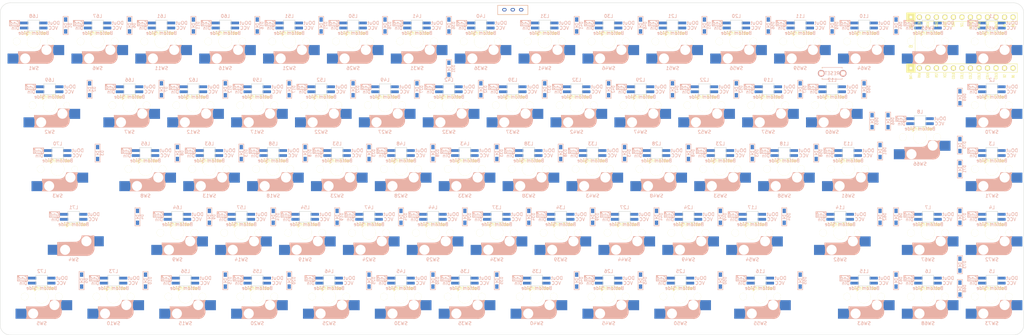
<source format=kicad_pcb>
(kicad_pcb (version 20171130) (host pcbnew "(5.1.5)-3")
  (layers (0 F.Cu signal) (31 B.Cu signal) (34 B.Paste user) (35 F.Paste user) (36 B.SilkS user) (37 F.SilkS user) (38 B.Mask user) (39 F.Mask user) (44 Edge.Cuts user))
  (net 0 "")
  (net 1 "Net-(D1-Pad2)")
  (net 2 Row0)
  (net 3 "Net-(D2-Pad2)")
  (net 4 Row1)
  (net 5 "Net-(D3-Pad2)")
  (net 6 Row2)
  (net 7 "Net-(D4-Pad2)")
  (net 8 Row3)
  (net 9 "Net-(D5-Pad2)")
  (net 10 Row4)
  (net 11 "Net-(D6-Pad2)")
  (net 12 "Net-(D7-Pad2)")
  (net 13 "Net-(D8-Pad2)")
  (net 14 "Net-(D9-Pad2)")
  (net 15 "Net-(D10-Pad2)")
  (net 16 "Net-(D11-Pad2)")
  (net 17 "Net-(D12-Pad2)")
  (net 18 "Net-(D13-Pad2)")
  (net 19 "Net-(D14-Pad2)")
  (net 20 "Net-(D15-Pad2)")
  (net 21 "Net-(D16-Pad2)")
  (net 22 "Net-(D17-Pad2)")
  (net 23 "Net-(D18-Pad2)")
  (net 24 "Net-(D19-Pad2)")
  (net 25 "Net-(D20-Pad2)")
  (net 26 "Net-(D21-Pad2)")
  (net 27 "Net-(D22-Pad2)")
  (net 28 "Net-(D23-Pad2)")
  (net 29 "Net-(D24-Pad2)")
  (net 30 "Net-(D25-Pad2)")
  (net 31 "Net-(D26-Pad2)")
  (net 32 "Net-(D27-Pad2)")
  (net 33 "Net-(D28-Pad2)")
  (net 34 "Net-(D29-Pad2)")
  (net 35 "Net-(D30-Pad2)")
  (net 36 "Net-(D31-Pad2)")
  (net 37 "Net-(D32-Pad2)")
  (net 38 "Net-(D33-Pad2)")
  (net 39 "Net-(D34-Pad2)")
  (net 40 "Net-(D35-Pad2)")
  (net 41 "Net-(D36-Pad1)")
  (net 42 "Net-(D37-Pad1)")
  (net 43 "Net-(D38-Pad1)")
  (net 44 "Net-(D39-Pad1)")
  (net 45 "Net-(D40-Pad1)")
  (net 46 "Net-(D41-Pad1)")
  (net 47 "Net-(D42-Pad1)")
  (net 48 "Net-(D43-Pad1)")
  (net 49 "Net-(D44-Pad1)")
  (net 50 "Net-(D45-Pad1)")
  (net 51 "Net-(D46-Pad1)")
  (net 52 "Net-(D47-Pad1)")
  (net 53 "Net-(D48-Pad1)")
  (net 54 "Net-(D49-Pad1)")
  (net 55 "Net-(D50-Pad1)")
  (net 56 "Net-(D51-Pad1)")
  (net 57 "Net-(D52-Pad1)")
  (net 58 "Net-(D53-Pad1)")
  (net 59 "Net-(D54-Pad1)")
  (net 60 "Net-(D55-Pad1)")
  (net 61 "Net-(D56-Pad1)")
  (net 62 "Net-(D57-Pad1)")
  (net 63 "Net-(D58-Pad1)")
  (net 64 "Net-(D59-Pad1)")
  (net 65 "Net-(D60-Pad1)")
  (net 66 "Net-(D61-Pad1)")
  (net 67 "Net-(D62-Pad1)")
  (net 68 "Net-(D63-Pad1)")
  (net 69 "Net-(D64-Pad1)")
  (net 70 "Net-(D65-Pad1)")
  (net 71 "Net-(D66-Pad1)")
  (net 72 "Net-(D67-Pad1)")
  (net 73 "Net-(D68-Pad1)")
  (net 74 "Net-(D69-Pad1)")
  (net 75 "Net-(D70-Pad1)")
  (net 76 "Net-(D71-Pad1)")
  (net 77 "Net-(D72-Pad1)")
  (net 78 "Net-(D73-Pad1)")
  (net 79 GND)
  (net 80 Bat+)
  (net 81 VCC)
  (net 82 "Net-(L1-Pad1)")
  (net 83 LED)
  (net 84 "Net-(L2-Pad1)")
  (net 85 "Net-(L3-Pad1)")
  (net 86 "Net-(L4-Pad1)")
  (net 87 "Net-(L5-Pad1)")
  (net 88 "Net-(L10-Pad3)")
  (net 89 "Net-(L10-Pad1)")
  (net 90 "Net-(L11-Pad1)")
  (net 91 "Net-(L12-Pad1)")
  (net 92 "Net-(L13-Pad1)")
  (net 93 "Net-(L14-Pad1)")
  (net 94 "Net-(L15-Pad1)")
  (net 95 "Net-(L16-Pad1)")
  (net 96 "Net-(L17-Pad1)")
  (net 97 "Net-(L18-Pad1)")
  (net 98 "Net-(L19-Pad1)")
  (net 99 "Net-(L20-Pad1)")
  (net 100 "Net-(L21-Pad1)")
  (net 101 "Net-(L22-Pad1)")
  (net 102 "Net-(L23-Pad1)")
  (net 103 "Net-(L24-Pad1)")
  (net 104 "Net-(L25-Pad1)")
  (net 105 "Net-(L26-Pad1)")
  (net 106 "Net-(L27-Pad1)")
  (net 107 "Net-(L28-Pad1)")
  (net 108 "Net-(L29-Pad1)")
  (net 109 "Net-(L30-Pad1)")
  (net 110 "Net-(L31-Pad1)")
  (net 111 "Net-(L32-Pad1)")
  (net 112 "Net-(L33-Pad1)")
  (net 113 "Net-(L34-Pad1)")
  (net 114 "Net-(L35-Pad1)")
  (net 115 "Net-(L36-Pad1)")
  (net 116 "Net-(L37-Pad1)")
  (net 117 "Net-(L38-Pad1)")
  (net 118 "Net-(L39-Pad1)")
  (net 119 "Net-(L40-Pad1)")
  (net 120 "Net-(L41-Pad1)")
  (net 121 "Net-(L42-Pad1)")
  (net 122 "Net-(L43-Pad1)")
  (net 123 "Net-(L44-Pad1)")
  (net 124 "Net-(L45-Pad1)")
  (net 125 "Net-(L46-Pad1)")
  (net 126 "Net-(L47-Pad1)")
  (net 127 "Net-(L48-Pad1)")
  (net 128 "Net-(L49-Pad1)")
  (net 129 "Net-(L50-Pad1)")
  (net 130 "Net-(L51-Pad1)")
  (net 131 "Net-(L52-Pad1)")
  (net 132 "Net-(L53-Pad1)")
  (net 133 "Net-(L54-Pad1)")
  (net 134 "Net-(L55-Pad1)")
  (net 135 "Net-(L56-Pad1)")
  (net 136 "Net-(L57-Pad1)")
  (net 137 "Net-(L58-Pad1)")
  (net 138 "Net-(L59-Pad1)")
  (net 139 "Net-(L61-Pad1)")
  (net 140 "Net-(L62-Pad1)")
  (net 141 "Net-(L63-Pad1)")
  (net 142 "Net-(L65-Pad1)")
  (net 143 "Net-(L66-Pad1)")
  (net 144 "Net-(L67-Pad1)")
  (net 145 "Net-(L69-Pad1)")
  (net 146 "Net-(L70-Pad1)")
  (net 147 Col0)
  (net 148 Col1)
  (net 149 Col2)
  (net 150 Col3)
  (net 151 Col4)
  (net 152 Col5)
  (net 153 Col6)
  (net 154 Col7)
  (net 155 Reset)
  (net 156 "Net-(U1-Pad2)")
  (net 157 "Net-(U1-Pad11)")
  (net 158 "Net-(U1-Pad12)")
  (net 159 "Net-(U1-Pad13)")
  (net 160 "Net-(U1-Pad24)")
  (net 161 "Net-(L60-Pad1)")
  (net 162 "Net-(L64-Pad1)")
  (net 163 "Net-(L68-Pad1)")
  (net 164 "Net-(L6-Pad1)")
  (net 165 "Net-(L7-Pad1)")
  (net 166 "Net-(L8-Pad1)")
  (net 167 "Net-(L71-Pad1)")
  (net 168 "Net-(L72-Pad1)")
  (net 169 "Net-(L73-Pad1)")
  (module kbd:D3_SMD_L1 (layer F.Cu) (at 304.8 95.25 90)
    (fp_text reference D73 (at 0 1.4 90) (layer B.SilkS) (effects (font (size 0.8 0.8) (thickness 0.125)) (justify mirror)))
    (fp_text value D hide)
    (pad 2 smd rect (at 1.775 0 90) (size 1.3 0.95) (layers B.Cu B.Paste B.Mask) (net 10 Row4))
    (pad 1 smd rect (at -1.775 0 90) (size 1.3 0.95) (layers B.Cu B.Paste B.Mask) (net 78 "Net-(D73-Pad1)"))
  )
  (module kbd:D3_SMD_L1 (layer F.Cu) (at 304.8 80.9625 90)
    (fp_text reference D72 (at 0 1.4 90) (layer B.SilkS) (effects (font (size 0.8 0.8) (thickness 0.125)) (justify mirror)))
    (fp_text value D hide)
    (pad 2 smd rect (at 1.775 0 90) (size 1.3 0.95) (layers B.Cu B.Paste B.Mask) (net 8 Row3))
    (pad 1 smd rect (at -1.775 0 90) (size 1.3 0.95) (layers B.Cu B.Paste B.Mask) (net 77 "Net-(D72-Pad1)"))
  )
  (module kbd:D3_SMD_L1 (layer F.Cu) (at 304.8 66.675 90)
    (fp_text reference D71 (at 0 1.4 90) (layer B.SilkS) (effects (font (size 0.8 0.8) (thickness 0.125)) (justify mirror)))
    (fp_text value D hide)
    (pad 2 smd rect (at 1.775 0 90) (size 1.3 0.95) (layers B.Cu B.Paste B.Mask) (net 6 Row2))
    (pad 1 smd rect (at -1.775 0 90) (size 1.3 0.95) (layers B.Cu B.Paste B.Mask) (net 76 "Net-(D71-Pad1)"))
  )
  (module kbd:D3_SMD_L1 (layer F.Cu) (at 304.8 59.53125 90)
    (fp_text reference D70 (at 0 1.4 90) (layer B.SilkS) (effects (font (size 0.8 0.8) (thickness 0.125)) (justify mirror)))
    (fp_text value D hide)
    (pad 2 smd rect (at 1.775 0 90) (size 1.3 0.95) (layers B.Cu B.Paste B.Mask) (net 4 Row1))
    (pad 1 smd rect (at -1.775 0 90) (size 1.3 0.95) (layers B.Cu B.Paste B.Mask) (net 75 "Net-(D70-Pad1)"))
  )
  (module kbd:D3_SMD_L1 (layer F.Cu) (at 304.8 45.24375 90)
    (fp_text reference D69 (at 0 1.4 90) (layer B.SilkS) (effects (font (size 0.8 0.8) (thickness 0.125)) (justify mirror)))
    (fp_text value D hide)
    (pad 2 smd rect (at 1.775 0 90) (size 1.3 0.95) (layers B.Cu B.Paste B.Mask) (net 2 Row0))
    (pad 1 smd rect (at -1.775 0 90) (size 1.3 0.95) (layers B.Cu B.Paste B.Mask) (net 74 "Net-(D69-Pad1)"))
  )
  (module kbd:D3_SMD_L1 (layer F.Cu) (at 304.8 102.39375 90)
    (fp_text reference D68 (at 0 1.4 90) (layer B.SilkS) (effects (font (size 0.8 0.8) (thickness 0.125)) (justify mirror)))
    (fp_text value D hide)
    (pad 2 smd rect (at 1.775 0 90) (size 1.3 0.95) (layers B.Cu B.Paste B.Mask) (net 10 Row4))
    (pad 1 smd rect (at -1.775 0 90) (size 1.3 0.95) (layers B.Cu B.Paste B.Mask) (net 73 "Net-(D68-Pad1)"))
  )
  (module kbd:D3_SMD_L1 (layer F.Cu) (at 285.75 80.9625 90)
    (fp_text reference D67 (at 0 1.4 90) (layer B.SilkS) (effects (font (size 0.8 0.8) (thickness 0.125)) (justify mirror)))
    (fp_text value D hide)
    (pad 2 smd rect (at 1.775 0 90) (size 1.3 0.95) (layers B.Cu B.Paste B.Mask) (net 8 Row3))
    (pad 1 smd rect (at -1.775 0 90) (size 1.3 0.95) (layers B.Cu B.Paste B.Mask) (net 72 "Net-(D67-Pad1)"))
  )
  (module kbd:D3_SMD_L1 (layer F.Cu) (at 283.36875 52.3875 90)
    (fp_text reference D66 (at 0 1.4 90) (layer B.SilkS) (effects (font (size 0.8 0.8) (thickness 0.125)) (justify mirror)))
    (fp_text value D hide)
    (pad 2 smd rect (at 1.775 0 90) (size 1.3 0.95) (layers B.Cu B.Paste B.Mask) (net 6 Row2))
    (pad 1 smd rect (at -1.775 0 90) (size 1.3 0.95) (layers B.Cu B.Paste B.Mask) (net 71 "Net-(D66-Pad1)"))
  )
  (module kbd:D3_SMD_L1 (layer F.Cu) (at 278.60625 52.3875 90)
    (fp_text reference D65 (at 0 1.4 90) (layer B.SilkS) (effects (font (size 0.8 0.8) (thickness 0.125)) (justify mirror)))
    (fp_text value D hide)
    (pad 2 smd rect (at 1.775 0 90) (size 1.3 0.95) (layers B.Cu B.Paste B.Mask) (net 4 Row1))
    (pad 1 smd rect (at -1.775 0 90) (size 1.3 0.95) (layers B.Cu B.Paste B.Mask) (net 70 "Net-(D65-Pad1)"))
  )
  (module kbd:D3_SMD_L1 (layer F.Cu) (at 285.75 23.8125 90)
    (fp_text reference D64 (at 0 1.4 90) (layer B.SilkS) (effects (font (size 0.8 0.8) (thickness 0.125)) (justify mirror)))
    (fp_text value D hide)
    (pad 2 smd rect (at 1.775 0 90) (size 1.3 0.95) (layers B.Cu B.Paste B.Mask) (net 2 Row0))
    (pad 1 smd rect (at -1.775 0 90) (size 1.3 0.95) (layers B.Cu B.Paste B.Mask) (net 69 "Net-(D64-Pad1)"))
  )
  (module kbd:D3_SMD_L1 (layer F.Cu) (at 285.75 100.0125 90)
    (fp_text reference D63 (at 0 1.4 90) (layer B.SilkS) (effects (font (size 0.8 0.8) (thickness 0.125)) (justify mirror)))
    (fp_text value D hide)
    (pad 2 smd rect (at 1.775 0 90) (size 1.3 0.95) (layers B.Cu B.Paste B.Mask) (net 10 Row4))
    (pad 1 smd rect (at -1.775 0 90) (size 1.3 0.95) (layers B.Cu B.Paste B.Mask) (net 68 "Net-(D63-Pad1)"))
  )
  (module kbd:D3_SMD_L1 (layer F.Cu) (at 280.9875 80.9625 90)
    (fp_text reference D62 (at 0 1.4 90) (layer B.SilkS) (effects (font (size 0.8 0.8) (thickness 0.125)) (justify mirror)))
    (fp_text value D hide)
    (pad 2 smd rect (at 1.775 0 90) (size 1.3 0.95) (layers B.Cu B.Paste B.Mask) (net 8 Row3))
    (pad 1 smd rect (at -1.775 0 90) (size 1.3 0.95) (layers B.Cu B.Paste B.Mask) (net 67 "Net-(D62-Pad1)"))
  )
  (module kbd:D3_SMD_L1 (layer F.Cu) (at 280.9875 61.30625 90)
    (fp_text reference D61 (at 0 1.4 90) (layer B.SilkS) (effects (font (size 0.8 0.8) (thickness 0.125)) (justify mirror)))
    (fp_text value D hide)
    (pad 2 smd rect (at 1.775 0 90) (size 1.3 0.95) (layers B.Cu B.Paste B.Mask) (net 6 Row2))
    (pad 1 smd rect (at -1.775 0 90) (size 1.3 0.95) (layers B.Cu B.Paste B.Mask) (net 66 "Net-(D61-Pad1)"))
  )
  (module kbd:D3_SMD_L1 (layer F.Cu) (at 276.225 42.8625 90)
    (fp_text reference D60 (at 0 1.4 90) (layer B.SilkS) (effects (font (size 0.8 0.8) (thickness 0.125)) (justify mirror)))
    (fp_text value D hide)
    (pad 2 smd rect (at 1.775 0 90) (size 1.3 0.95) (layers B.Cu B.Paste B.Mask) (net 4 Row1))
    (pad 1 smd rect (at -1.775 0 90) (size 1.3 0.95) (layers B.Cu B.Paste B.Mask) (net 65 "Net-(D60-Pad1)"))
  )
  (module kbd:D3_SMD_L1 (layer F.Cu) (at 266.7 23.8125 90)
    (fp_text reference D59 (at 0 1.4 90) (layer B.SilkS) (effects (font (size 0.8 0.8) (thickness 0.125)) (justify mirror)))
    (fp_text value D hide)
    (pad 2 smd rect (at 1.775 0 90) (size 1.3 0.95) (layers B.Cu B.Paste B.Mask) (net 2 Row0))
    (pad 1 smd rect (at -1.775 0 90) (size 1.3 0.95) (layers B.Cu B.Paste B.Mask) (net 64 "Net-(D59-Pad1)"))
  )
  (module kbd:D3_SMD_L1 (layer F.Cu) (at 261.9375 61.9125 90)
    (fp_text reference D58 (at 0 1.4 90) (layer B.SilkS) (effects (font (size 0.8 0.8) (thickness 0.125)) (justify mirror)))
    (fp_text value D hide)
    (pad 2 smd rect (at 1.775 0 90) (size 1.3 0.95) (layers B.Cu B.Paste B.Mask) (net 6 Row2))
    (pad 1 smd rect (at -1.775 0 90) (size 1.3 0.95) (layers B.Cu B.Paste B.Mask) (net 63 "Net-(D58-Pad1)"))
  )
  (module kbd:D3_SMD_L1 (layer F.Cu) (at 257.175 42.8625 90)
    (fp_text reference D57 (at 0 1.4 90) (layer B.SilkS) (effects (font (size 0.8 0.8) (thickness 0.125)) (justify mirror)))
    (fp_text value D hide)
    (pad 2 smd rect (at 1.775 0 90) (size 1.3 0.95) (layers B.Cu B.Paste B.Mask) (net 4 Row1))
    (pad 1 smd rect (at -1.775 0 90) (size 1.3 0.95) (layers B.Cu B.Paste B.Mask) (net 62 "Net-(D57-Pad1)"))
  )
  (module kbd:D3_SMD_L1 (layer F.Cu) (at 247.65 23.8125 90)
    (fp_text reference D56 (at 0 1.4 90) (layer B.SilkS) (effects (font (size 0.8 0.8) (thickness 0.125)) (justify mirror)))
    (fp_text value D hide)
    (pad 2 smd rect (at 1.775 0 90) (size 1.3 0.95) (layers B.Cu B.Paste B.Mask) (net 2 Row0))
    (pad 1 smd rect (at -1.775 0 90) (size 1.3 0.95) (layers B.Cu B.Paste B.Mask) (net 61 "Net-(D56-Pad1)"))
  )
  (module kbd:D3_SMD_L1 (layer F.Cu) (at 257.175 100.0125 90)
    (fp_text reference D55 (at 0 1.4 90) (layer B.SilkS) (effects (font (size 0.8 0.8) (thickness 0.125)) (justify mirror)))
    (fp_text value D hide)
    (pad 2 smd rect (at 1.775 0 90) (size 1.3 0.95) (layers B.Cu B.Paste B.Mask) (net 10 Row4))
    (pad 1 smd rect (at -1.775 0 90) (size 1.3 0.95) (layers B.Cu B.Paste B.Mask) (net 60 "Net-(D55-Pad1)"))
  )
  (module kbd:D3_SMD_L1 (layer F.Cu) (at 252.4125 80.9625 90)
    (fp_text reference D54 (at 0 1.4 90) (layer B.SilkS) (effects (font (size 0.8 0.8) (thickness 0.125)) (justify mirror)))
    (fp_text value D hide)
    (pad 2 smd rect (at 1.775 0 90) (size 1.3 0.95) (layers B.Cu B.Paste B.Mask) (net 8 Row3))
    (pad 1 smd rect (at -1.775 0 90) (size 1.3 0.95) (layers B.Cu B.Paste B.Mask) (net 59 "Net-(D54-Pad1)"))
  )
  (module kbd:D3_SMD_L1 (layer F.Cu) (at 242.8875 61.9125 90)
    (fp_text reference D53 (at 0 1.4 90) (layer B.SilkS) (effects (font (size 0.8 0.8) (thickness 0.125)) (justify mirror)))
    (fp_text value D hide)
    (pad 2 smd rect (at 1.775 0 90) (size 1.3 0.95) (layers B.Cu B.Paste B.Mask) (net 6 Row2))
    (pad 1 smd rect (at -1.775 0 90) (size 1.3 0.95) (layers B.Cu B.Paste B.Mask) (net 58 "Net-(D53-Pad1)"))
  )
  (module kbd:D3_SMD_L1 (layer F.Cu) (at 238.125 42.8625 90)
    (fp_text reference D52 (at 0 1.4 90) (layer B.SilkS) (effects (font (size 0.8 0.8) (thickness 0.125)) (justify mirror)))
    (fp_text value D hide)
    (pad 2 smd rect (at 1.775 0 90) (size 1.3 0.95) (layers B.Cu B.Paste B.Mask) (net 4 Row1))
    (pad 1 smd rect (at -1.775 0 90) (size 1.3 0.95) (layers B.Cu B.Paste B.Mask) (net 57 "Net-(D52-Pad1)"))
  )
  (module kbd:D3_SMD_L1 (layer F.Cu) (at 228.6 23.8125 90)
    (fp_text reference D51 (at 0 1.4 90) (layer B.SilkS) (effects (font (size 0.8 0.8) (thickness 0.125)) (justify mirror)))
    (fp_text value D hide)
    (pad 2 smd rect (at 1.775 0 90) (size 1.3 0.95) (layers B.Cu B.Paste B.Mask) (net 2 Row0))
    (pad 1 smd rect (at -1.775 0 90) (size 1.3 0.95) (layers B.Cu B.Paste B.Mask) (net 56 "Net-(D51-Pad1)"))
  )
  (module kbd:D3_SMD_L1 (layer F.Cu) (at 233.3625 100.0125 90)
    (fp_text reference D50 (at 0 1.4 90) (layer B.SilkS) (effects (font (size 0.8 0.8) (thickness 0.125)) (justify mirror)))
    (fp_text value D hide)
    (pad 2 smd rect (at 1.775 0 90) (size 1.3 0.95) (layers B.Cu B.Paste B.Mask) (net 10 Row4))
    (pad 1 smd rect (at -1.775 0 90) (size 1.3 0.95) (layers B.Cu B.Paste B.Mask) (net 55 "Net-(D50-Pad1)"))
  )
  (module kbd:D3_SMD_L1 (layer F.Cu) (at 233.3625 80.9625 90)
    (fp_text reference D49 (at 0 1.4 90) (layer B.SilkS) (effects (font (size 0.8 0.8) (thickness 0.125)) (justify mirror)))
    (fp_text value D hide)
    (pad 2 smd rect (at 1.775 0 90) (size 1.3 0.95) (layers B.Cu B.Paste B.Mask) (net 8 Row3))
    (pad 1 smd rect (at -1.775 0 90) (size 1.3 0.95) (layers B.Cu B.Paste B.Mask) (net 54 "Net-(D49-Pad1)"))
  )
  (module kbd:D3_SMD_L1 (layer F.Cu) (at 223.8375 61.9125 90)
    (fp_text reference D48 (at 0 1.4 90) (layer B.SilkS) (effects (font (size 0.8 0.8) (thickness 0.125)) (justify mirror)))
    (fp_text value D hide)
    (pad 2 smd rect (at 1.775 0 90) (size 1.3 0.95) (layers B.Cu B.Paste B.Mask) (net 6 Row2))
    (pad 1 smd rect (at -1.775 0 90) (size 1.3 0.95) (layers B.Cu B.Paste B.Mask) (net 53 "Net-(D48-Pad1)"))
  )
  (module kbd:D3_SMD_L1 (layer F.Cu) (at 219.075 42.8625 90)
    (fp_text reference D47 (at 0 1.4 90) (layer B.SilkS) (effects (font (size 0.8 0.8) (thickness 0.125)) (justify mirror)))
    (fp_text value D hide)
    (pad 2 smd rect (at 1.775 0 90) (size 1.3 0.95) (layers B.Cu B.Paste B.Mask) (net 4 Row1))
    (pad 1 smd rect (at -1.775 0 90) (size 1.3 0.95) (layers B.Cu B.Paste B.Mask) (net 52 "Net-(D47-Pad1)"))
  )
  (module kbd:D3_SMD_L1 (layer F.Cu) (at 209.55 23.8125 90)
    (fp_text reference D46 (at 0 1.4 90) (layer B.SilkS) (effects (font (size 0.8 0.8) (thickness 0.125)) (justify mirror)))
    (fp_text value D hide)
    (pad 2 smd rect (at 1.775 0 90) (size 1.3 0.95) (layers B.Cu B.Paste B.Mask) (net 2 Row0))
    (pad 1 smd rect (at -1.775 0 90) (size 1.3 0.95) (layers B.Cu B.Paste B.Mask) (net 51 "Net-(D46-Pad1)"))
  )
  (module kbd:D3_SMD_L1 (layer F.Cu) (at 209.55 100.0125 90)
    (fp_text reference D45 (at 0 1.4 90) (layer B.SilkS) (effects (font (size 0.8 0.8) (thickness 0.125)) (justify mirror)))
    (fp_text value D hide)
    (pad 2 smd rect (at 1.775 0 90) (size 1.3 0.95) (layers B.Cu B.Paste B.Mask) (net 10 Row4))
    (pad 1 smd rect (at -1.775 0 90) (size 1.3 0.95) (layers B.Cu B.Paste B.Mask) (net 50 "Net-(D45-Pad1)"))
  )
  (module kbd:D3_SMD_L1 (layer F.Cu) (at 214.3125 80.9625 90)
    (fp_text reference D44 (at 0 1.4 90) (layer B.SilkS) (effects (font (size 0.8 0.8) (thickness 0.125)) (justify mirror)))
    (fp_text value D hide)
    (pad 2 smd rect (at 1.775 0 90) (size 1.3 0.95) (layers B.Cu B.Paste B.Mask) (net 8 Row3))
    (pad 1 smd rect (at -1.775 0 90) (size 1.3 0.95) (layers B.Cu B.Paste B.Mask) (net 49 "Net-(D44-Pad1)"))
  )
  (module kbd:D3_SMD_L1 (layer F.Cu) (at 204.7875 61.9125 90)
    (fp_text reference D43 (at 0 1.4 90) (layer B.SilkS) (effects (font (size 0.8 0.8) (thickness 0.125)) (justify mirror)))
    (fp_text value D hide)
    (pad 2 smd rect (at 1.775 0 90) (size 1.3 0.95) (layers B.Cu B.Paste B.Mask) (net 6 Row2))
    (pad 1 smd rect (at -1.775 0 90) (size 1.3 0.95) (layers B.Cu B.Paste B.Mask) (net 48 "Net-(D43-Pad1)"))
  )
  (module kbd:D3_SMD_L1 (layer F.Cu) (at 200.025 42.8625 90)
    (fp_text reference D42 (at 0 1.4 90) (layer B.SilkS) (effects (font (size 0.8 0.8) (thickness 0.125)) (justify mirror)))
    (fp_text value D hide)
    (pad 2 smd rect (at 1.775 0 90) (size 1.3 0.95) (layers B.Cu B.Paste B.Mask) (net 4 Row1))
    (pad 1 smd rect (at -1.775 0 90) (size 1.3 0.95) (layers B.Cu B.Paste B.Mask) (net 47 "Net-(D42-Pad1)"))
  )
  (module kbd:D3_SMD_L1 (layer F.Cu) (at 190.5 23.8125 90)
    (fp_text reference D41 (at 0 1.4 90) (layer B.SilkS) (effects (font (size 0.8 0.8) (thickness 0.125)) (justify mirror)))
    (fp_text value D hide)
    (pad 2 smd rect (at 1.775 0 90) (size 1.3 0.95) (layers B.Cu B.Paste B.Mask) (net 2 Row0))
    (pad 1 smd rect (at -1.775 0 90) (size 1.3 0.95) (layers B.Cu B.Paste B.Mask) (net 46 "Net-(D41-Pad1)"))
  )
  (module kbd:D3_SMD_L1 (layer F.Cu) (at 190.5 100.0125 90)
    (fp_text reference D40 (at 0 1.4 90) (layer B.SilkS) (effects (font (size 0.8 0.8) (thickness 0.125)) (justify mirror)))
    (fp_text value D hide)
    (pad 2 smd rect (at 1.775 0 90) (size 1.3 0.95) (layers B.Cu B.Paste B.Mask) (net 10 Row4))
    (pad 1 smd rect (at -1.775 0 90) (size 1.3 0.95) (layers B.Cu B.Paste B.Mask) (net 45 "Net-(D40-Pad1)"))
  )
  (module kbd:D3_SMD_L1 (layer F.Cu) (at 195.2625 80.9625 90)
    (fp_text reference D39 (at 0 1.4 90) (layer B.SilkS) (effects (font (size 0.8 0.8) (thickness 0.125)) (justify mirror)))
    (fp_text value D hide)
    (pad 2 smd rect (at 1.775 0 90) (size 1.3 0.95) (layers B.Cu B.Paste B.Mask) (net 8 Row3))
    (pad 1 smd rect (at -1.775 0 90) (size 1.3 0.95) (layers B.Cu B.Paste B.Mask) (net 44 "Net-(D39-Pad1)"))
  )
  (module kbd:D3_SMD_L1 (layer F.Cu) (at 185.7375 61.9125 90)
    (fp_text reference D38 (at 0 1.4 90) (layer B.SilkS) (effects (font (size 0.8 0.8) (thickness 0.125)) (justify mirror)))
    (fp_text value D hide)
    (pad 2 smd rect (at 1.775 0 90) (size 1.3 0.95) (layers B.Cu B.Paste B.Mask) (net 6 Row2))
    (pad 1 smd rect (at -1.775 0 90) (size 1.3 0.95) (layers B.Cu B.Paste B.Mask) (net 43 "Net-(D38-Pad1)"))
  )
  (module kbd:D3_SMD_L1 (layer F.Cu) (at 180.975 42.8625 90)
    (fp_text reference D37 (at 0 1.4 90) (layer B.SilkS) (effects (font (size 0.8 0.8) (thickness 0.125)) (justify mirror)))
    (fp_text value D hide)
    (pad 2 smd rect (at 1.775 0 90) (size 1.3 0.95) (layers B.Cu B.Paste B.Mask) (net 4 Row1))
    (pad 1 smd rect (at -1.775 0 90) (size 1.3 0.95) (layers B.Cu B.Paste B.Mask) (net 42 "Net-(D37-Pad1)"))
  )
  (module kbd:D3_SMD_L1 (layer F.Cu) (at 152.4 23.8125 90)
    (fp_text reference D36 (at 0 1.4 90) (layer B.SilkS) (effects (font (size 0.8 0.8) (thickness 0.125)) (justify mirror)))
    (fp_text value D hide)
    (pad 2 smd rect (at 1.775 0 90) (size 1.3 0.95) (layers B.Cu B.Paste B.Mask) (net 2 Row0))
    (pad 1 smd rect (at -1.775 0 90) (size 1.3 0.95) (layers B.Cu B.Paste B.Mask) (net 41 "Net-(D36-Pad1)"))
  )
  (module kbd:D3_SMD_L1 (layer F.Cu) (at 166.6875 100.0125 90)
    (fp_text reference D35 (at 0 1.4 90) (layer B.SilkS) (effects (font (size 0.8 0.8) (thickness 0.125)) (justify mirror)))
    (fp_text value D hide)
    (pad 2 smd rect (at 1.775 0 90) (size 1.3 0.95) (layers B.Cu B.Paste B.Mask) (net 40 "Net-(D35-Pad2)"))
    (pad 1 smd rect (at -1.775 0 90) (size 1.3 0.95) (layers B.Cu B.Paste B.Mask) (net 10 Row4))
  )
  (module kbd:D3_SMD_L1 (layer F.Cu) (at 176.2125 80.9625 90)
    (fp_text reference D34 (at 0 1.4 90) (layer B.SilkS) (effects (font (size 0.8 0.8) (thickness 0.125)) (justify mirror)))
    (fp_text value D hide)
    (pad 2 smd rect (at 1.775 0 90) (size 1.3 0.95) (layers B.Cu B.Paste B.Mask) (net 39 "Net-(D34-Pad2)"))
    (pad 1 smd rect (at -1.775 0 90) (size 1.3 0.95) (layers B.Cu B.Paste B.Mask) (net 8 Row3))
  )
  (module kbd:D3_SMD_L1 (layer F.Cu) (at 166.6875 61.9125 90)
    (fp_text reference D33 (at 0 1.4 90) (layer B.SilkS) (effects (font (size 0.8 0.8) (thickness 0.125)) (justify mirror)))
    (fp_text value D hide)
    (pad 2 smd rect (at 1.775 0 90) (size 1.3 0.95) (layers B.Cu B.Paste B.Mask) (net 38 "Net-(D33-Pad2)"))
    (pad 1 smd rect (at -1.775 0 90) (size 1.3 0.95) (layers B.Cu B.Paste B.Mask) (net 6 Row2))
  )
  (module kbd:D3_SMD_L1 (layer F.Cu) (at 161.925 42.8625 90)
    (fp_text reference D32 (at 0 1.4 90) (layer B.SilkS) (effects (font (size 0.8 0.8) (thickness 0.125)) (justify mirror)))
    (fp_text value D hide)
    (pad 2 smd rect (at 1.775 0 90) (size 1.3 0.95) (layers B.Cu B.Paste B.Mask) (net 37 "Net-(D32-Pad2)"))
    (pad 1 smd rect (at -1.775 0 90) (size 1.3 0.95) (layers B.Cu B.Paste B.Mask) (net 4 Row1))
  )
  (module kbd:D3_SMD_L1 (layer F.Cu) (at 152.4 36.71875 90)
    (fp_text reference D31 (at 0 1.4 90) (layer B.SilkS) (effects (font (size 0.8 0.8) (thickness 0.125)) (justify mirror)))
    (fp_text value D hide)
    (pad 2 smd rect (at 1.775 0 90) (size 1.3 0.95) (layers B.Cu B.Paste B.Mask) (net 36 "Net-(D31-Pad2)"))
    (pad 1 smd rect (at -1.775 0 90) (size 1.3 0.95) (layers B.Cu B.Paste B.Mask) (net 2 Row0))
  )
  (module kbd:D3_SMD_L1 (layer F.Cu) (at 147.6375 100.0125 90)
    (fp_text reference D30 (at 0 1.4 90) (layer B.SilkS) (effects (font (size 0.8 0.8) (thickness 0.125)) (justify mirror)))
    (fp_text value D hide)
    (pad 2 smd rect (at 1.775 0 90) (size 1.3 0.95) (layers B.Cu B.Paste B.Mask) (net 35 "Net-(D30-Pad2)"))
    (pad 1 smd rect (at -1.775 0 90) (size 1.3 0.95) (layers B.Cu B.Paste B.Mask) (net 10 Row4))
  )
  (module kbd:D3_SMD_L1 (layer F.Cu) (at 157.1625 80.9625 90)
    (fp_text reference D29 (at 0 1.4 90) (layer B.SilkS) (effects (font (size 0.8 0.8) (thickness 0.125)) (justify mirror)))
    (fp_text value D hide)
    (pad 2 smd rect (at 1.775 0 90) (size 1.3 0.95) (layers B.Cu B.Paste B.Mask) (net 34 "Net-(D29-Pad2)"))
    (pad 1 smd rect (at -1.775 0 90) (size 1.3 0.95) (layers B.Cu B.Paste B.Mask) (net 8 Row3))
  )
  (module kbd:D3_SMD_L1 (layer F.Cu) (at 147.6375 61.9125 90)
    (fp_text reference D28 (at 0 1.4 90) (layer B.SilkS) (effects (font (size 0.8 0.8) (thickness 0.125)) (justify mirror)))
    (fp_text value D hide)
    (pad 2 smd rect (at 1.775 0 90) (size 1.3 0.95) (layers B.Cu B.Paste B.Mask) (net 33 "Net-(D28-Pad2)"))
    (pad 1 smd rect (at -1.775 0 90) (size 1.3 0.95) (layers B.Cu B.Paste B.Mask) (net 6 Row2))
  )
  (module kbd:D3_SMD_L1 (layer F.Cu) (at 142.875 42.8625 90)
    (fp_text reference D27 (at 0 1.4 90) (layer B.SilkS) (effects (font (size 0.8 0.8) (thickness 0.125)) (justify mirror)))
    (fp_text value D hide)
    (pad 2 smd rect (at 1.775 0 90) (size 1.3 0.95) (layers B.Cu B.Paste B.Mask) (net 32 "Net-(D27-Pad2)"))
    (pad 1 smd rect (at -1.775 0 90) (size 1.3 0.95) (layers B.Cu B.Paste B.Mask) (net 4 Row1))
  )
  (module kbd:D3_SMD_L1 (layer F.Cu) (at 133.35 23.8125 90)
    (fp_text reference D26 (at 0 1.4 90) (layer B.SilkS) (effects (font (size 0.8 0.8) (thickness 0.125)) (justify mirror)))
    (fp_text value D hide)
    (pad 2 smd rect (at 1.775 0 90) (size 1.3 0.95) (layers B.Cu B.Paste B.Mask) (net 31 "Net-(D26-Pad2)"))
    (pad 1 smd rect (at -1.775 0 90) (size 1.3 0.95) (layers B.Cu B.Paste B.Mask) (net 2 Row0))
  )
  (module kbd:D3_SMD_L1 (layer F.Cu) (at 128.5875 100.0125 90)
    (fp_text reference D25 (at 0 1.4 90) (layer B.SilkS) (effects (font (size 0.8 0.8) (thickness 0.125)) (justify mirror)))
    (fp_text value D hide)
    (pad 2 smd rect (at 1.775 0 90) (size 1.3 0.95) (layers B.Cu B.Paste B.Mask) (net 30 "Net-(D25-Pad2)"))
    (pad 1 smd rect (at -1.775 0 90) (size 1.3 0.95) (layers B.Cu B.Paste B.Mask) (net 10 Row4))
  )
  (module kbd:D3_SMD_L1 (layer F.Cu) (at 138.1125 80.9625 90)
    (fp_text reference D24 (at 0 1.4 90) (layer B.SilkS) (effects (font (size 0.8 0.8) (thickness 0.125)) (justify mirror)))
    (fp_text value D hide)
    (pad 2 smd rect (at 1.775 0 90) (size 1.3 0.95) (layers B.Cu B.Paste B.Mask) (net 29 "Net-(D24-Pad2)"))
    (pad 1 smd rect (at -1.775 0 90) (size 1.3 0.95) (layers B.Cu B.Paste B.Mask) (net 8 Row3))
  )
  (module kbd:D3_SMD_L1 (layer F.Cu) (at 128.5875 61.9125 90)
    (fp_text reference D23 (at 0 1.4 90) (layer B.SilkS) (effects (font (size 0.8 0.8) (thickness 0.125)) (justify mirror)))
    (fp_text value D hide)
    (pad 2 smd rect (at 1.775 0 90) (size 1.3 0.95) (layers B.Cu B.Paste B.Mask) (net 28 "Net-(D23-Pad2)"))
    (pad 1 smd rect (at -1.775 0 90) (size 1.3 0.95) (layers B.Cu B.Paste B.Mask) (net 6 Row2))
  )
  (module kbd:D3_SMD_L1 (layer F.Cu) (at 123.825 42.8625 90)
    (fp_text reference D22 (at 0 1.4 90) (layer B.SilkS) (effects (font (size 0.8 0.8) (thickness 0.125)) (justify mirror)))
    (fp_text value D hide)
    (pad 2 smd rect (at 1.775 0 90) (size 1.3 0.95) (layers B.Cu B.Paste B.Mask) (net 27 "Net-(D22-Pad2)"))
    (pad 1 smd rect (at -1.775 0 90) (size 1.3 0.95) (layers B.Cu B.Paste B.Mask) (net 4 Row1))
  )
  (module kbd:D3_SMD_L1 (layer F.Cu) (at 114.3 23.8125 90)
    (fp_text reference D21 (at 0 1.4 90) (layer B.SilkS) (effects (font (size 0.8 0.8) (thickness 0.125)) (justify mirror)))
    (fp_text value D hide)
    (pad 2 smd rect (at 1.775 0 90) (size 1.3 0.95) (layers B.Cu B.Paste B.Mask) (net 26 "Net-(D21-Pad2)"))
    (pad 1 smd rect (at -1.775 0 90) (size 1.3 0.95) (layers B.Cu B.Paste B.Mask) (net 2 Row0))
  )
  (module kbd:D3_SMD_L1 (layer F.Cu) (at 104.775 100.0125 90)
    (fp_text reference D20 (at 0 1.4 90) (layer B.SilkS) (effects (font (size 0.8 0.8) (thickness 0.125)) (justify mirror)))
    (fp_text value D hide)
    (pad 2 smd rect (at 1.775 0 90) (size 1.3 0.95) (layers B.Cu B.Paste B.Mask) (net 25 "Net-(D20-Pad2)"))
    (pad 1 smd rect (at -1.775 0 90) (size 1.3 0.95) (layers B.Cu B.Paste B.Mask) (net 10 Row4))
  )
  (module kbd:D3_SMD_L1 (layer F.Cu) (at 119.0625 80.9625 90)
    (fp_text reference D19 (at 0 1.4 90) (layer B.SilkS) (effects (font (size 0.8 0.8) (thickness 0.125)) (justify mirror)))
    (fp_text value D hide)
    (pad 2 smd rect (at 1.775 0 90) (size 1.3 0.95) (layers B.Cu B.Paste B.Mask) (net 24 "Net-(D19-Pad2)"))
    (pad 1 smd rect (at -1.775 0 90) (size 1.3 0.95) (layers B.Cu B.Paste B.Mask) (net 8 Row3))
  )
  (module kbd:D3_SMD_L1 (layer F.Cu) (at 109.5375 61.9125 90)
    (fp_text reference D18 (at 0 1.4 90) (layer B.SilkS) (effects (font (size 0.8 0.8) (thickness 0.125)) (justify mirror)))
    (fp_text value D hide)
    (pad 2 smd rect (at 1.775 0 90) (size 1.3 0.95) (layers B.Cu B.Paste B.Mask) (net 23 "Net-(D18-Pad2)"))
    (pad 1 smd rect (at -1.775 0 90) (size 1.3 0.95) (layers B.Cu B.Paste B.Mask) (net 6 Row2))
  )
  (module kbd:D3_SMD_L1 (layer F.Cu) (at 104.775 42.8625 90)
    (fp_text reference D17 (at 0 1.4 90) (layer B.SilkS) (effects (font (size 0.8 0.8) (thickness 0.125)) (justify mirror)))
    (fp_text value D hide)
    (pad 2 smd rect (at 1.775 0 90) (size 1.3 0.95) (layers B.Cu B.Paste B.Mask) (net 22 "Net-(D17-Pad2)"))
    (pad 1 smd rect (at -1.775 0 90) (size 1.3 0.95) (layers B.Cu B.Paste B.Mask) (net 4 Row1))
  )
  (module kbd:D3_SMD_L1 (layer F.Cu) (at 95.25 23.8125 90)
    (fp_text reference D16 (at 0 1.4 90) (layer B.SilkS) (effects (font (size 0.8 0.8) (thickness 0.125)) (justify mirror)))
    (fp_text value D hide)
    (pad 2 smd rect (at 1.775 0 90) (size 1.3 0.95) (layers B.Cu B.Paste B.Mask) (net 21 "Net-(D16-Pad2)"))
    (pad 1 smd rect (at -1.775 0 90) (size 1.3 0.95) (layers B.Cu B.Paste B.Mask) (net 2 Row0))
  )
  (module kbd:D3_SMD_L1 (layer F.Cu) (at 85.725 100.0125 90)
    (fp_text reference D15 (at 0 1.4 90) (layer B.SilkS) (effects (font (size 0.8 0.8) (thickness 0.125)) (justify mirror)))
    (fp_text value D hide)
    (pad 2 smd rect (at 1.775 0 90) (size 1.3 0.95) (layers B.Cu B.Paste B.Mask) (net 20 "Net-(D15-Pad2)"))
    (pad 1 smd rect (at -1.775 0 90) (size 1.3 0.95) (layers B.Cu B.Paste B.Mask) (net 10 Row4))
  )
  (module kbd:D3_SMD_L1 (layer F.Cu) (at 100.0125 80.9625 90)
    (fp_text reference D14 (at 0 1.4 90) (layer B.SilkS) (effects (font (size 0.8 0.8) (thickness 0.125)) (justify mirror)))
    (fp_text value D hide)
    (pad 2 smd rect (at 1.775 0 90) (size 1.3 0.95) (layers B.Cu B.Paste B.Mask) (net 19 "Net-(D14-Pad2)"))
    (pad 1 smd rect (at -1.775 0 90) (size 1.3 0.95) (layers B.Cu B.Paste B.Mask) (net 8 Row3))
  )
  (module kbd:D3_SMD_L1 (layer F.Cu) (at 90.4875 61.9125 90)
    (fp_text reference D13 (at 0 1.4 90) (layer B.SilkS) (effects (font (size 0.8 0.8) (thickness 0.125)) (justify mirror)))
    (fp_text value D hide)
    (pad 2 smd rect (at 1.775 0 90) (size 1.3 0.95) (layers B.Cu B.Paste B.Mask) (net 18 "Net-(D13-Pad2)"))
    (pad 1 smd rect (at -1.775 0 90) (size 1.3 0.95) (layers B.Cu B.Paste B.Mask) (net 6 Row2))
  )
  (module kbd:D3_SMD_L1 (layer F.Cu) (at 85.725 42.8625 90)
    (fp_text reference D12 (at 0 1.4 90) (layer B.SilkS) (effects (font (size 0.8 0.8) (thickness 0.125)) (justify mirror)))
    (fp_text value D hide)
    (pad 2 smd rect (at 1.775 0 90) (size 1.3 0.95) (layers B.Cu B.Paste B.Mask) (net 17 "Net-(D12-Pad2)"))
    (pad 1 smd rect (at -1.775 0 90) (size 1.3 0.95) (layers B.Cu B.Paste B.Mask) (net 4 Row1))
  )
  (module kbd:D3_SMD_L1 (layer F.Cu) (at 76.2 23.8125 90)
    (fp_text reference D11 (at 0 1.4 90) (layer B.SilkS) (effects (font (size 0.8 0.8) (thickness 0.125)) (justify mirror)))
    (fp_text value D hide)
    (pad 2 smd rect (at 1.775 0 90) (size 1.3 0.95) (layers B.Cu B.Paste B.Mask) (net 16 "Net-(D11-Pad2)"))
    (pad 1 smd rect (at -1.775 0 90) (size 1.3 0.95) (layers B.Cu B.Paste B.Mask) (net 2 Row0))
  )
  (module kbd:D3_SMD_L1 (layer F.Cu) (at 61.9125 100.0125 90)
    (fp_text reference D10 (at 0 1.4 90) (layer B.SilkS) (effects (font (size 0.8 0.8) (thickness 0.125)) (justify mirror)))
    (fp_text value D hide)
    (pad 2 smd rect (at 1.775 0 90) (size 1.3 0.95) (layers B.Cu B.Paste B.Mask) (net 15 "Net-(D10-Pad2)"))
    (pad 1 smd rect (at -1.775 0 90) (size 1.3 0.95) (layers B.Cu B.Paste B.Mask) (net 10 Row4))
  )
  (module kbd:D3_SMD_L1 (layer F.Cu) (at 80.9625 80.9625 90)
    (fp_text reference D9 (at 0 1.4 90) (layer B.SilkS) (effects (font (size 0.8 0.8) (thickness 0.125)) (justify mirror)))
    (fp_text value D hide)
    (pad 2 smd rect (at 1.775 0 90) (size 1.3 0.95) (layers B.Cu B.Paste B.Mask) (net 14 "Net-(D9-Pad2)"))
    (pad 1 smd rect (at -1.775 0 90) (size 1.3 0.95) (layers B.Cu B.Paste B.Mask) (net 8 Row3))
  )
  (module kbd:D3_SMD_L1 (layer F.Cu) (at 71.4375 61.9125 90)
    (fp_text reference D8 (at 0 1.4 90) (layer B.SilkS) (effects (font (size 0.8 0.8) (thickness 0.125)) (justify mirror)))
    (fp_text value D hide)
    (pad 2 smd rect (at 1.775 0 90) (size 1.3 0.95) (layers B.Cu B.Paste B.Mask) (net 13 "Net-(D8-Pad2)"))
    (pad 1 smd rect (at -1.775 0 90) (size 1.3 0.95) (layers B.Cu B.Paste B.Mask) (net 6 Row2))
  )
  (module kbd:D3_SMD_L1 (layer F.Cu) (at 66.675 42.8625 90)
    (fp_text reference D7 (at 0 1.4 90) (layer B.SilkS) (effects (font (size 0.8 0.8) (thickness 0.125)) (justify mirror)))
    (fp_text value D hide)
    (pad 2 smd rect (at 1.775 0 90) (size 1.3 0.95) (layers B.Cu B.Paste B.Mask) (net 12 "Net-(D7-Pad2)"))
    (pad 1 smd rect (at -1.775 0 90) (size 1.3 0.95) (layers B.Cu B.Paste B.Mask) (net 4 Row1))
  )
  (module kbd:D3_SMD_L1 (layer F.Cu) (at 57.15 23.8125 90)
    (fp_text reference D6 (at 0 1.4 90) (layer B.SilkS) (effects (font (size 0.8 0.8) (thickness 0.125)) (justify mirror)))
    (fp_text value D hide)
    (pad 2 smd rect (at 1.775 0 90) (size 1.3 0.95) (layers B.Cu B.Paste B.Mask) (net 11 "Net-(D6-Pad2)"))
    (pad 1 smd rect (at -1.775 0 90) (size 1.3 0.95) (layers B.Cu B.Paste B.Mask) (net 2 Row0))
  )
  (module kbd:D3_SMD_L1 (layer F.Cu) (at 42.8625 100.0125 90)
    (fp_text reference D5 (at 0 1.4 90) (layer B.SilkS) (effects (font (size 0.8 0.8) (thickness 0.125)) (justify mirror)))
    (fp_text value D hide)
    (pad 2 smd rect (at 1.775 0 90) (size 1.3 0.95) (layers B.Cu B.Paste B.Mask) (net 9 "Net-(D5-Pad2)"))
    (pad 1 smd rect (at -1.775 0 90) (size 1.3 0.95) (layers B.Cu B.Paste B.Mask) (net 10 Row4))
  )
  (module kbd:D3_SMD_L1 (layer F.Cu) (at 59.53125 80.9625 90)
    (fp_text reference D4 (at 0 1.4 90) (layer B.SilkS) (effects (font (size 0.8 0.8) (thickness 0.125)) (justify mirror)))
    (fp_text value D hide)
    (pad 2 smd rect (at 1.775 0 90) (size 1.3 0.95) (layers B.Cu B.Paste B.Mask) (net 7 "Net-(D4-Pad2)"))
    (pad 1 smd rect (at -1.775 0 90) (size 1.3 0.95) (layers B.Cu B.Paste B.Mask) (net 8 Row3))
  )
  (module kbd:D3_SMD_L1 (layer F.Cu) (at 47.625 61.9125 90)
    (fp_text reference D3 (at 0 1.4 90) (layer B.SilkS) (effects (font (size 0.8 0.8) (thickness 0.125)) (justify mirror)))
    (fp_text value D hide)
    (pad 2 smd rect (at 1.775 0 90) (size 1.3 0.95) (layers B.Cu B.Paste B.Mask) (net 5 "Net-(D3-Pad2)"))
    (pad 1 smd rect (at -1.775 0 90) (size 1.3 0.95) (layers B.Cu B.Paste B.Mask) (net 6 Row2))
  )
  (module kbd:D3_SMD_L1 (layer F.Cu) (at 45.24375 42.8625 90)
    (fp_text reference D2 (at 0 1.4 90) (layer B.SilkS) (effects (font (size 0.8 0.8) (thickness 0.125)) (justify mirror)))
    (fp_text value D hide)
    (pad 2 smd rect (at 1.775 0 90) (size 1.3 0.95) (layers B.Cu B.Paste B.Mask) (net 3 "Net-(D2-Pad2)"))
    (pad 1 smd rect (at -1.775 0 90) (size 1.3 0.95) (layers B.Cu B.Paste B.Mask) (net 4 Row1))
  )
  (module kbd:D3_SMD_L1 (layer F.Cu) (at 38.1 23.8125 90)
    (fp_text reference D1 (at 0 1.4 90) (layer B.SilkS) (effects (font (size 0.8 0.8) (thickness 0.125)) (justify mirror)))
    (fp_text value D hide)
    (pad 2 smd rect (at 1.775 0 90) (size 1.3 0.95) (layers B.Cu B.Paste B.Mask) (net 1 "Net-(D1-Pad2)"))
    (pad 1 smd rect (at -1.775 0 90) (size 1.3 0.95) (layers B.Cu B.Paste B.Mask) (net 2 Row0))
  )
  (module kbd:Stab_2u_BL (layer F.Cu) (at 292.89375 57.15 270)
    (fp_text reference SW2 hide)
    (fp_text value KEY_SWITCH hide)
    (pad "" np_thru_hole circle (at -11.938 8.255 90) (size 3.9878 3.9878) (drill 3.9878) (layers *.Cu *.Mask))
    (pad "" np_thru_hole circle (at 11.938 8.255 90) (size 3.9878 3.9878) (drill 3.9878) (layers *.Cu *.Mask))
    (pad "" np_thru_hole circle (at 11.938 -6.985 90) (size 3.048 3.048) (drill 3.048) (layers *.Cu *.Mask))
    (pad "" np_thru_hole circle (at -11.938 -6.985 90) (size 3.048 3.048) (drill 3.048) (layers *.Cu *.Mask))
  )
  (module kbd:ResetSW_FL (layer B.Cu) (at 266.7 38.1 180)
    (fp_text reference SW74 hide)
    (fp_text value SW_PUSH)
    (fp_text user RESET (at 0 0) (layer B.SilkS) (effects (justify mirror)))
    (pad 2 thru_hole circle (at -3.25 0 180) (size 2 2) (drill 1.3) (layers *.Cu *.Mask B.SilkS) (net 79 GND))
    (pad 1 thru_hole circle (at 3.25 0 180) (size 2 2) (drill 1.3) (layers *.Cu *.Mask B.SilkS) (net 155 Reset))
  )
  (module kbd:YS-SK6812MINI-E_v3 (layer B.Cu) (at 85.725 23.8125)
    (fp_text reference L60 (at 0 -2.8) (layer B.SilkS) (effects (justify mirror)))
    (fp_text value SK6812MINI)
    (fp_text user Gnd (at -5.69 -0.7) (layer B.SilkS) (effects (justify mirror)))
    (fp_text user DIn (at -5.49 0.79) (layer B.SilkS) (effects (justify mirror)))
    (fp_text user DOut (at 6.03 -0.75) (layer B.SilkS) (effects (justify mirror)))
    (fp_text user VCC (at 5.82 0.75) (layer B.SilkS) (effects (justify mirror)))
    (fp_text user "Light Side" (at 0 2.25) (layer F.SilkS))
    (fp_text user "Bottom Side" (at 0 2.25) (layer B.SilkS) (effects (justify mirror)))
    (fp_line (start 1.75 1.6) (end -1.75 1.6) (layer Edge.Cuts) (width 0.12))
    (fp_line (start 1.75 -1.6) (end 1.75 1.6) (layer Edge.Cuts) (width 0.12))
    (fp_line (start -1.75 -1.6) (end 1.75 -1.6) (layer Edge.Cuts) (width 0.12))
    (fp_line (start -1.75 1.6) (end -1.75 -1.6) (layer Edge.Cuts) (width 0.12))
    (pad 4 smd rect (at 2.5 0.75) (size 2.5 0.82) (drill (offset 0.35 0)) (layers B.Cu B.Paste B.Mask) (net 81 VCC))
    (pad 1 smd rect (at 2.5 -0.75) (size 2.5 0.82) (drill (offset 0.35 0)) (layers B.Cu B.Paste B.Mask) (net 161 "Net-(L60-Pad1)"))
    (pad 2 smd rect (at -2.5 -0.75) (size 2.5 0.82) (drill (offset -0.35 0)) (layers B.Cu B.Paste B.Mask) (net 79 GND))
    (pad 3 smd rect (at -2.5 0.75) (size 2.5 0.82) (drill (offset -0.35 0)) (layers B.Cu B.Paste B.Mask) (net 138 "Net-(L59-Pad1)"))
  )
  (module kbd:YS-SK6812MINI-E_v3 (layer B.Cu) (at 95.25 42.8625)
    (fp_text reference L59 (at 0 -2.8) (layer B.SilkS) (effects (justify mirror)))
    (fp_text value SK6812MINI)
    (fp_text user Gnd (at -5.69 -0.7) (layer B.SilkS) (effects (justify mirror)))
    (fp_text user DIn (at -5.49 0.79) (layer B.SilkS) (effects (justify mirror)))
    (fp_text user DOut (at 6.03 -0.75) (layer B.SilkS) (effects (justify mirror)))
    (fp_text user VCC (at 5.82 0.75) (layer B.SilkS) (effects (justify mirror)))
    (fp_text user "Light Side" (at 0 2.25) (layer F.SilkS))
    (fp_text user "Bottom Side" (at 0 2.25) (layer B.SilkS) (effects (justify mirror)))
    (fp_line (start 1.75 1.6) (end -1.75 1.6) (layer Edge.Cuts) (width 0.12))
    (fp_line (start 1.75 -1.6) (end 1.75 1.6) (layer Edge.Cuts) (width 0.12))
    (fp_line (start -1.75 -1.6) (end 1.75 -1.6) (layer Edge.Cuts) (width 0.12))
    (fp_line (start -1.75 1.6) (end -1.75 -1.6) (layer Edge.Cuts) (width 0.12))
    (pad 4 smd rect (at 2.5 0.75) (size 2.5 0.82) (drill (offset 0.35 0)) (layers B.Cu B.Paste B.Mask) (net 81 VCC))
    (pad 1 smd rect (at 2.5 -0.75) (size 2.5 0.82) (drill (offset 0.35 0)) (layers B.Cu B.Paste B.Mask) (net 138 "Net-(L59-Pad1)"))
    (pad 2 smd rect (at -2.5 -0.75) (size 2.5 0.82) (drill (offset -0.35 0)) (layers B.Cu B.Paste B.Mask) (net 79 GND))
    (pad 3 smd rect (at -2.5 0.75) (size 2.5 0.82) (drill (offset -0.35 0)) (layers B.Cu B.Paste B.Mask) (net 137 "Net-(L58-Pad1)"))
  )
  (module kbd:YS-SK6812MINI-E_v3 (layer B.Cu) (at 100.0125 61.9125)
    (fp_text reference L58 (at 0 -2.8) (layer B.SilkS) (effects (justify mirror)))
    (fp_text value SK6812MINI)
    (fp_text user Gnd (at -5.69 -0.7) (layer B.SilkS) (effects (justify mirror)))
    (fp_text user DIn (at -5.49 0.79) (layer B.SilkS) (effects (justify mirror)))
    (fp_text user DOut (at 6.03 -0.75) (layer B.SilkS) (effects (justify mirror)))
    (fp_text user VCC (at 5.82 0.75) (layer B.SilkS) (effects (justify mirror)))
    (fp_text user "Light Side" (at 0 2.25) (layer F.SilkS))
    (fp_text user "Bottom Side" (at 0 2.25) (layer B.SilkS) (effects (justify mirror)))
    (fp_line (start 1.75 1.6) (end -1.75 1.6) (layer Edge.Cuts) (width 0.12))
    (fp_line (start 1.75 -1.6) (end 1.75 1.6) (layer Edge.Cuts) (width 0.12))
    (fp_line (start -1.75 -1.6) (end 1.75 -1.6) (layer Edge.Cuts) (width 0.12))
    (fp_line (start -1.75 1.6) (end -1.75 -1.6) (layer Edge.Cuts) (width 0.12))
    (pad 4 smd rect (at 2.5 0.75) (size 2.5 0.82) (drill (offset 0.35 0)) (layers B.Cu B.Paste B.Mask) (net 81 VCC))
    (pad 1 smd rect (at 2.5 -0.75) (size 2.5 0.82) (drill (offset 0.35 0)) (layers B.Cu B.Paste B.Mask) (net 137 "Net-(L58-Pad1)"))
    (pad 2 smd rect (at -2.5 -0.75) (size 2.5 0.82) (drill (offset -0.35 0)) (layers B.Cu B.Paste B.Mask) (net 79 GND))
    (pad 3 smd rect (at -2.5 0.75) (size 2.5 0.82) (drill (offset -0.35 0)) (layers B.Cu B.Paste B.Mask) (net 136 "Net-(L57-Pad1)"))
  )
  (module kbd:YS-SK6812MINI-E_v3 (layer B.Cu) (at 90.4875 80.9625)
    (fp_text reference L57 (at 0 -2.8) (layer B.SilkS) (effects (justify mirror)))
    (fp_text value SK6812MINI)
    (fp_text user Gnd (at -5.69 -0.7) (layer B.SilkS) (effects (justify mirror)))
    (fp_text user DIn (at -5.49 0.79) (layer B.SilkS) (effects (justify mirror)))
    (fp_text user DOut (at 6.03 -0.75) (layer B.SilkS) (effects (justify mirror)))
    (fp_text user VCC (at 5.82 0.75) (layer B.SilkS) (effects (justify mirror)))
    (fp_text user "Light Side" (at 0 2.25) (layer F.SilkS))
    (fp_text user "Bottom Side" (at 0 2.25) (layer B.SilkS) (effects (justify mirror)))
    (fp_line (start 1.75 1.6) (end -1.75 1.6) (layer Edge.Cuts) (width 0.12))
    (fp_line (start 1.75 -1.6) (end 1.75 1.6) (layer Edge.Cuts) (width 0.12))
    (fp_line (start -1.75 -1.6) (end 1.75 -1.6) (layer Edge.Cuts) (width 0.12))
    (fp_line (start -1.75 1.6) (end -1.75 -1.6) (layer Edge.Cuts) (width 0.12))
    (pad 4 smd rect (at 2.5 0.75) (size 2.5 0.82) (drill (offset 0.35 0)) (layers B.Cu B.Paste B.Mask) (net 81 VCC))
    (pad 1 smd rect (at 2.5 -0.75) (size 2.5 0.82) (drill (offset 0.35 0)) (layers B.Cu B.Paste B.Mask) (net 136 "Net-(L57-Pad1)"))
    (pad 2 smd rect (at -2.5 -0.75) (size 2.5 0.82) (drill (offset -0.35 0)) (layers B.Cu B.Paste B.Mask) (net 79 GND))
    (pad 3 smd rect (at -2.5 0.75) (size 2.5 0.82) (drill (offset -0.35 0)) (layers B.Cu B.Paste B.Mask) (net 135 "Net-(L56-Pad1)"))
  )
  (module kbd:YS-SK6812MINI-E_v3 (layer B.Cu) (at 73.81875 100.0125)
    (fp_text reference L56 (at 0 -2.8) (layer B.SilkS) (effects (justify mirror)))
    (fp_text value SK6812MINI)
    (fp_line (start -1.75 1.6) (end -1.75 -1.6) (layer Edge.Cuts) (width 0.12))
    (fp_line (start -1.75 -1.6) (end 1.75 -1.6) (layer Edge.Cuts) (width 0.12))
    (fp_line (start 1.75 -1.6) (end 1.75 1.6) (layer Edge.Cuts) (width 0.12))
    (fp_line (start 1.75 1.6) (end -1.75 1.6) (layer Edge.Cuts) (width 0.12))
    (fp_text user "Bottom Side" (at 0 2.25) (layer B.SilkS) (effects (justify mirror)))
    (fp_text user "Light Side" (at 0 2.25) (layer F.SilkS))
    (fp_text user VCC (at 5.82 0.75) (layer B.SilkS) (effects (justify mirror)))
    (fp_text user DOut (at 6.03 -0.75) (layer B.SilkS) (effects (justify mirror)))
    (fp_text user DIn (at -5.49 0.79) (layer B.SilkS) (effects (justify mirror)))
    (fp_text user Gnd (at -5.69 -0.7) (layer B.SilkS) (effects (justify mirror)))
    (pad 3 smd rect (at -2.5 0.75) (size 2.5 0.82) (drill (offset -0.35 0)) (layers B.Cu B.Paste B.Mask) (net 134 "Net-(L55-Pad1)"))
    (pad 2 smd rect (at -2.5 -0.75) (size 2.5 0.82) (drill (offset -0.35 0)) (layers B.Cu B.Paste B.Mask) (net 79 GND))
    (pad 1 smd rect (at 2.5 -0.75) (size 2.5 0.82) (drill (offset 0.35 0)) (layers B.Cu B.Paste B.Mask) (net 135 "Net-(L56-Pad1)"))
    (pad 4 smd rect (at 2.5 0.75) (size 2.5 0.82) (drill (offset 0.35 0)) (layers B.Cu B.Paste B.Mask) (net 81 VCC))
  )
  (module kbd:YS-SK6812MINI-E_v3 (layer B.Cu) (at 95.25 100.0125)
    (fp_text reference L55 (at 0 -2.8) (layer B.SilkS) (effects (justify mirror)))
    (fp_text value SK6812MINI)
    (fp_text user Gnd (at -5.69 -0.7) (layer B.SilkS) (effects (justify mirror)))
    (fp_text user DIn (at -5.49 0.79) (layer B.SilkS) (effects (justify mirror)))
    (fp_text user DOut (at 6.03 -0.75) (layer B.SilkS) (effects (justify mirror)))
    (fp_text user VCC (at 5.82 0.75) (layer B.SilkS) (effects (justify mirror)))
    (fp_text user "Light Side" (at 0 2.25) (layer F.SilkS))
    (fp_text user "Bottom Side" (at 0 2.25) (layer B.SilkS) (effects (justify mirror)))
    (fp_line (start 1.75 1.6) (end -1.75 1.6) (layer Edge.Cuts) (width 0.12))
    (fp_line (start 1.75 -1.6) (end 1.75 1.6) (layer Edge.Cuts) (width 0.12))
    (fp_line (start -1.75 -1.6) (end 1.75 -1.6) (layer Edge.Cuts) (width 0.12))
    (fp_line (start -1.75 1.6) (end -1.75 -1.6) (layer Edge.Cuts) (width 0.12))
    (pad 4 smd rect (at 2.5 0.75) (size 2.5 0.82) (drill (offset 0.35 0)) (layers B.Cu B.Paste B.Mask) (net 81 VCC))
    (pad 1 smd rect (at 2.5 -0.75) (size 2.5 0.82) (drill (offset 0.35 0)) (layers B.Cu B.Paste B.Mask) (net 134 "Net-(L55-Pad1)"))
    (pad 2 smd rect (at -2.5 -0.75) (size 2.5 0.82) (drill (offset -0.35 0)) (layers B.Cu B.Paste B.Mask) (net 79 GND))
    (pad 3 smd rect (at -2.5 0.75) (size 2.5 0.82) (drill (offset -0.35 0)) (layers B.Cu B.Paste B.Mask) (net 133 "Net-(L54-Pad1)"))
  )
  (module kbd:YS-SK6812MINI-E_v3 (layer B.Cu) (at 109.5375 80.9625)
    (fp_text reference L54 (at 0 -2.8) (layer B.SilkS) (effects (justify mirror)))
    (fp_text value SK6812MINI)
    (fp_text user Gnd (at -5.69 -0.7) (layer B.SilkS) (effects (justify mirror)))
    (fp_text user DIn (at -5.49 0.79) (layer B.SilkS) (effects (justify mirror)))
    (fp_text user DOut (at 6.03 -0.75) (layer B.SilkS) (effects (justify mirror)))
    (fp_text user VCC (at 5.82 0.75) (layer B.SilkS) (effects (justify mirror)))
    (fp_text user "Light Side" (at 0 2.25) (layer F.SilkS))
    (fp_text user "Bottom Side" (at 0 2.25) (layer B.SilkS) (effects (justify mirror)))
    (fp_line (start 1.75 1.6) (end -1.75 1.6) (layer Edge.Cuts) (width 0.12))
    (fp_line (start 1.75 -1.6) (end 1.75 1.6) (layer Edge.Cuts) (width 0.12))
    (fp_line (start -1.75 -1.6) (end 1.75 -1.6) (layer Edge.Cuts) (width 0.12))
    (fp_line (start -1.75 1.6) (end -1.75 -1.6) (layer Edge.Cuts) (width 0.12))
    (pad 4 smd rect (at 2.5 0.75) (size 2.5 0.82) (drill (offset 0.35 0)) (layers B.Cu B.Paste B.Mask) (net 81 VCC))
    (pad 1 smd rect (at 2.5 -0.75) (size 2.5 0.82) (drill (offset 0.35 0)) (layers B.Cu B.Paste B.Mask) (net 133 "Net-(L54-Pad1)"))
    (pad 2 smd rect (at -2.5 -0.75) (size 2.5 0.82) (drill (offset -0.35 0)) (layers B.Cu B.Paste B.Mask) (net 79 GND))
    (pad 3 smd rect (at -2.5 0.75) (size 2.5 0.82) (drill (offset -0.35 0)) (layers B.Cu B.Paste B.Mask) (net 132 "Net-(L53-Pad1)"))
  )
  (module kbd:CherryMX_Hotswap_BL_LH_v2 (layer F.Cu) (at 292.89375 57.15 180)
    (fp_text reference SW66 (at 0 -8) (layer B.SilkS) (effects (justify mirror)))
    (fp_text value SW_PUSH hide)
    (pad 2 smd rect (at 5.7 -5.12) (size 3.3 3) (drill (offset -0.45 0)) (layers B.Cu B.Paste B.Mask) (net 71 "Net-(D66-Pad1)"))
    (pad "" np_thru_hole circle (at -5.08 0 180) (size 2.2 2.2) (drill 2.2) (layers *.Cu *.Mask F.SilkS))
    (pad "" np_thru_hole circle (at 5.08 0 180) (size 2.2 2.2) (drill 2.2) (layers *.Cu *.Mask F.SilkS))
    (pad "" np_thru_hole circle (at 0 0 270) (size 4 4) (drill 4) (layers *.Cu *.Mask F.SilkS))
    (pad "" np_thru_hole circle (at 2.54 -5.08) (size 3 3) (drill 3) (layers *.Cu *.Mask))
    (pad "" np_thru_hole circle (at -3.81 -2.54) (size 3 3) (drill 3) (layers *.Cu *.Mask))
    (pad 1 smd rect (at -7 -2.58) (size 3.3 3) (drill (offset 0.45 0)) (layers B.Cu B.Paste B.Mask) (net 153 Col6))
  )
  (module kbd:CherryMX_Hotswap_BL_LH_v2 (layer F.Cu) (at 314.325 28.575 180)
    (fp_text reference SW69 (at 0 4) (layer B.SilkS) (effects (justify mirror)))
    (fp_text value SW_PUSH hide)
    (pad 1 smd rect (at -7 -2.58) (size 3.3 3) (drill (offset 0.45 0)) (layers B.Cu B.Paste B.Mask) (net 154 Col7))
    (pad "" np_thru_hole circle (at -3.81 -2.54) (size 3 3) (drill 3) (layers *.Cu *.Mask))
    (pad "" np_thru_hole circle (at 2.54 -5.08) (size 3 3) (drill 3) (layers *.Cu *.Mask))
    (pad "" np_thru_hole circle (at 0 0 270) (size 4 4) (drill 4) (layers *.Cu *.Mask F.SilkS))
    (pad "" np_thru_hole circle (at 5.08 0 180) (size 2.2 2.2) (drill 2.2) (layers *.Cu *.Mask F.SilkS))
    (pad "" np_thru_hole circle (at -5.08 0 180) (size 2.2 2.2) (drill 2.2) (layers *.Cu *.Mask F.SilkS))
    (pad 2 smd rect (at 5.7 -5.12) (size 3.3 3) (drill (offset -0.45 0)) (layers B.Cu B.Paste B.Mask) (net 74 "Net-(D69-Pad1)"))
  )
  (module kbd:CherryMX_Hotswap_BL_LH_v2 (layer F.Cu) (at 295.275 28.575 180)
    (fp_text reference SW65 (at 0 4) (layer B.SilkS) (effects (justify mirror)))
    (fp_text value SW_PUSH hide)
    (pad 1 smd rect (at -7 -2.58) (size 3.3 3) (drill (offset 0.45 0)) (layers B.Cu B.Paste B.Mask) (net 153 Col6))
    (pad "" np_thru_hole circle (at -3.81 -2.54) (size 3 3) (drill 3) (layers *.Cu *.Mask))
    (pad "" np_thru_hole circle (at 2.54 -5.08) (size 3 3) (drill 3) (layers *.Cu *.Mask))
    (pad "" np_thru_hole circle (at 0 0 270) (size 4 4) (drill 4) (layers *.Cu *.Mask F.SilkS))
    (pad "" np_thru_hole circle (at 5.08 0 180) (size 2.2 2.2) (drill 2.2) (layers *.Cu *.Mask F.SilkS))
    (pad "" np_thru_hole circle (at -5.08 0 180) (size 2.2 2.2) (drill 2.2) (layers *.Cu *.Mask F.SilkS))
    (pad 2 smd rect (at 5.7 -5.12) (size 3.3 3) (drill (offset -0.45 0)) (layers B.Cu B.Paste B.Mask) (net 70 "Net-(D65-Pad1)"))
  )
  (module kbd:CherryMX_Hotswap_1.75u_BL_LH_v2 (layer F.Cu) (at 269.08125 85.725 180)
    (fp_text reference SW62 (at 0 -8) (layer B.SilkS) (effects (justify mirror)))
    (fp_text value SW_PUSH hide)
    (pad 2 smd rect (at 5.7 -5.12) (size 3.3 3) (drill (offset -0.45 0)) (layers B.Cu B.Paste B.Mask) (net 67 "Net-(D62-Pad1)"))
    (pad "" np_thru_hole circle (at -5.08 0 180) (size 1.8 1.8) (drill 1.8) (layers *.Cu *.Mask F.SilkS))
    (pad "" np_thru_hole circle (at 5.08 0 180) (size 2.2 2.2) (drill 2.2) (layers *.Cu *.Mask F.SilkS))
    (pad "" np_thru_hole circle (at 0 0 270) (size 4 4) (drill 4) (layers *.Cu *.Mask F.SilkS))
    (pad "" np_thru_hole circle (at 2.54 -5.08) (size 3 3) (drill 3) (layers *.Cu *.Mask))
    (pad "" np_thru_hole circle (at -3.81 -2.54) (size 3 3) (drill 3) (layers *.Cu *.Mask))
    (pad 1 smd rect (at -7 -2.58) (size 3.3 3) (drill (offset 0.45 0)) (layers B.Cu B.Paste B.Mask) (net 152 Col5))
  )
  (module kbd:CherryMX_Hotswap_1.25u_LH_v2 (layer F.Cu) (at 245.26875 104.775 180)
    (fp_text reference SW55 (at 0 -8) (layer B.SilkS) (effects (justify mirror)))
    (fp_text value SW_PUSH hide)
    (pad 1 smd rect (at -7 -2.58) (size 3.3 3) (drill (offset 0.45 0)) (layers B.Cu B.Paste B.Mask) (net 150 Col3))
    (pad "" np_thru_hole circle (at -3.81 -2.54) (size 3 3) (drill 3) (layers *.Cu *.Mask))
    (pad "" np_thru_hole circle (at 2.54 -5.08) (size 3 3) (drill 3) (layers *.Cu *.Mask))
    (pad "" np_thru_hole circle (at 0 0 270) (size 4 4) (drill 4) (layers *.Cu *.Mask F.SilkS))
    (pad "" np_thru_hole circle (at 5.08 0 180) (size 2.2 2.2) (drill 2.2) (layers *.Cu *.Mask F.SilkS))
    (pad "" np_thru_hole circle (at -5.08 0 180) (size 2.2 2.2) (drill 2.2) (layers *.Cu *.Mask F.SilkS))
    (pad 2 smd rect (at 5.7 -5.12) (size 3.3 3) (drill (offset -0.45 0)) (layers B.Cu B.Paste B.Mask) (net 60 "Net-(D55-Pad1)"))
  )
  (module kbd:CherryMX_Hotswap_BL_LH_v2 (layer F.Cu) (at 200.025 104.775 180)
    (fp_text reference SW45 (at 0 -8) (layer B.SilkS) (effects (justify mirror)))
    (fp_text value SW_PUSH hide)
    (pad 1 smd rect (at -7 -2.58) (size 3.3 3) (drill (offset 0.45 0)) (layers B.Cu B.Paste B.Mask) (net 148 Col1))
    (pad "" np_thru_hole circle (at -3.81 -2.54) (size 3 3) (drill 3) (layers *.Cu *.Mask))
    (pad "" np_thru_hole circle (at 2.54 -5.08) (size 3 3) (drill 3) (layers *.Cu *.Mask))
    (pad "" np_thru_hole circle (at 0 0 270) (size 4 4) (drill 4) (layers *.Cu *.Mask F.SilkS))
    (pad "" np_thru_hole circle (at 5.08 0 180) (size 2.2 2.2) (drill 2.2) (layers *.Cu *.Mask F.SilkS))
    (pad "" np_thru_hole circle (at -5.08 0 180) (size 2.2 2.2) (drill 2.2) (layers *.Cu *.Mask F.SilkS))
    (pad 2 smd rect (at 5.7 -5.12) (size 3.3 3) (drill (offset -0.45 0)) (layers B.Cu B.Paste B.Mask) (net 50 "Net-(D45-Pad1)"))
  )
  (module kbd:CherryMX_Hotswap_2.25u_BL_v2 (layer F.Cu) (at 40.48125 85.725 180)
    (fp_text reference SW4 (at 0 -8) (layer B.SilkS) (effects (justify mirror)))
    (fp_text value SW_PUSH hide)
    (pad 2 smd rect (at 5.6 -5.08) (size 3.3 3) (drill (offset -0.45 0)) (layers B.Cu B.Paste B.Mask) (net 7 "Net-(D4-Pad2)"))
    (pad "" np_thru_hole circle (at -3.81 -2.54) (size 3 3) (drill 3) (layers *.Cu *.Mask))
    (pad "" np_thru_hole circle (at -5.08 0 180) (size 1.8 1.8) (drill 1.8) (layers *.Cu *.Mask))
    (pad "" np_thru_hole circle (at 5.08 0 180) (size 1.8 1.8) (drill 1.8) (layers *.Cu *.Mask))
    (pad "" np_thru_hole circle (at 0 0 270) (size 4 4) (drill 4) (layers *.Cu *.Mask))
    (pad "" np_thru_hole circle (at 2.54 -5.08) (size 3 3) (drill 3) (layers *.Cu *.Mask))
    (pad 1 smd rect (at -6.9 -2.54) (size 3.3 3) (drill (offset 0.45 0)) (layers B.Cu B.Paste B.Mask) (net 147 Col0))
    (pad "" np_thru_hole circle (at -11.938 -6.985) (size 3.048 3.048) (drill 3.048) (layers *.Cu *.Mask))
    (pad "" np_thru_hole circle (at 11.938 -6.985) (size 3.048 3.048) (drill 3.048) (layers *.Cu *.Mask))
    (pad "" np_thru_hole circle (at 11.938 8.255) (size 3.9878 3.9878) (drill 3.9878) (layers *.Cu *.Mask))
    (pad "" np_thru_hole circle (at -11.938 8.255) (size 3.9878 3.9878) (drill 3.9878) (layers *.Cu *.Mask))
  )
  (module kbd:BLE_Micro_Pro_L1 (layer F.Cu) (at 307.18125 28.975 90)
    (fp_text reference U1 hide)
    (fp_text value BLEMicroPro hide)
    (fp_text user ROW1 (at 5.25 3.302 90) (layer F.SilkS) (effects (font (size 0.75 0.5) (thickness 0.125))))
    (fp_text user COL4 (at -9.95 5.85 90) (layer F.SilkS) (effects (font (size 0.75 0.5) (thickness 0.125))))
    (fp_text user ROW2 (at 5.2 5.85 90) (layer F.SilkS) (effects (font (size 0.75 0.5) (thickness 0.125))))
    (fp_text user COL5 (at -9.95 8.4455 90) (layer F.SilkS) (effects (font (size 0.75 0.5) (thickness 0.125))))
    (fp_text user ROW3 (at 5.2 8.4455 90) (layer F.SilkS) (effects (font (size 0.75 0.5) (thickness 0.125))))
    (fp_text user B2 (at -9.95 10.95 90) (layer F.SilkS) (effects (font (size 0.75 0.5) (thickness 0.125))))
    (fp_text user B4 (at 5.2 10.922 90) (layer F.SilkS) (effects (font (size 0.75 0.5) (thickness 0.125))))
    (fp_text user B5 (at 5.2 13.5255 90) (layer F.SilkS) (effects (font (size 0.75 0.5) (thickness 0.125))))
    (fp_text user B6 (at -10.05 13.5 90) (layer F.SilkS) (effects (font (size 0.75 0.5) (thickness 0.125))))
    (fp_text user COL0 (at -9.9 -4.3 90) (layer F.SilkS) (effects (font (size 0.75 0.5) (thickness 0.125))))
    (fp_text user SDA (at 5.461 -4.318 90) (layer F.SilkS) (effects (font (size 0.75 0.5) (thickness 0.125))))
    (fp_text user COL1 (at -9.85 -1.778 90) (layer F.SilkS) (effects (font (size 0.75 0.5) (thickness 0.125))))
    (fp_text user SCL (at 5.461 -1.778 90) (layer F.SilkS) (effects (font (size 0.75 0.5) (thickness 0.125))))
    (fp_text user COL2 (at -9.9 0.762 90) (layer F.SilkS) (effects (font (size 0.75 0.5) (thickness 0.125))))
    (fp_text user ROW0 (at 5.2 0.8 90) (layer F.SilkS) (effects (font (size 0.75 0.5) (thickness 0.125))))
    (fp_text user COL3 (at -10 3.35 90) (layer F.SilkS) (effects (font (size 0.75 0.5) (thickness 0.125))))
    (fp_text user GND (at 5.461 -6.7945 90) (layer F.SilkS) (effects (font (size 0.75 0.5) (thickness 0.125))))
    (fp_text user VCC (at -9.7155 -6.858 90) (layer F.SilkS) (effects (font (size 0.75 0.5) (thickness 0.125))))
    (fp_text user GND (at 5.5245 -9.3345 90) (layer F.SilkS) (effects (font (size 0.75 0.5) (thickness 0.125))))
    (fp_text user RST (at -9.7155 -9.3345 90) (layer F.SilkS) (effects (font (size 0.75 0.5) (thickness 0.125))))
    (fp_text user DATA (at 5.35 -11.95 90) (layer F.SilkS) (effects (font (size 0.75 0.5) (thickness 0.125))))
    (fp_text user GND (at -9.7155 -11.938 90) (layer F.SilkS) (effects (font (size 0.75 0.5) (thickness 0.125))))
    (fp_text user LED (at 5.5 -14.478 90) (layer F.SilkS) (effects (font (size 0.75 0.5) (thickness 0.125))))
    (fp_text user RAW (at -9.7155 -14.478 90) (layer F.SilkS) (effects (font (size 0.75 0.5) (thickness 0.125))))
    (fp_text user "" (at -1.2065 -16.256 90) (layer B.SilkS) (effects (justify mirror)))
    (fp_text user "" (at -0.5 -17.25 90) (layer F.SilkS))
    (fp_text user BAT+ (at -9.9155 -17.018 90) (layer F.SilkS) (effects (font (size 0.75 0.5) (thickness 0.125))))
    (fp_text user BAT- (at 5.3 -17.018 90) (layer F.SilkS) (effects (font (size 0.75 0.5) (thickness 0.125))))
    (fp_text user BMP (at 0 -17 90) (layer F.SilkS))
    (pad 24 thru_hole circle (at -7.5636 -14.478 90) (size 1.524 1.524) (drill 0.8128) (layers *.Cu *.Mask F.SilkS) (net 160 "Net-(U1-Pad24)"))
    (pad 23 thru_hole circle (at -7.5636 -11.938 90) (size 1.524 1.524) (drill 0.8128) (layers *.Cu *.Mask F.SilkS) (net 79 GND))
    (pad 22 thru_hole circle (at -7.5636 -9.398 90) (size 1.524 1.524) (drill 0.8128) (layers *.Cu *.Mask F.SilkS) (net 155 Reset))
    (pad 21 thru_hole circle (at -7.5636 -6.858 90) (size 1.524 1.524) (drill 0.8128) (layers *.Cu *.Mask F.SilkS) (net 81 VCC))
    (pad 20 thru_hole circle (at -7.5636 -4.318 90) (size 1.524 1.524) (drill 0.8128) (layers *.Cu *.Mask F.SilkS) (net 147 Col0))
    (pad 19 thru_hole circle (at -7.5636 -1.778 90) (size 1.524 1.524) (drill 0.8128) (layers *.Cu *.Mask F.SilkS) (net 148 Col1))
    (pad 18 thru_hole circle (at -7.5636 0.762 90) (size 1.524 1.524) (drill 0.8128) (layers *.Cu *.Mask F.SilkS) (net 149 Col2))
    (pad 17 thru_hole circle (at -7.5636 3.302 90) (size 1.524 1.524) (drill 0.8128) (layers *.Cu *.Mask F.SilkS) (net 150 Col3))
    (pad 16 thru_hole circle (at -7.5636 5.842 90) (size 1.524 1.524) (drill 0.8128) (layers *.Cu *.Mask F.SilkS) (net 151 Col4))
    (pad 15 thru_hole circle (at -7.5636 8.382 90) (size 1.524 1.524) (drill 0.8128) (layers *.Cu *.Mask F.SilkS) (net 152 Col5))
    (pad 14 thru_hole circle (at -7.5636 10.922 90) (size 1.524 1.524) (drill 0.8128) (layers *.Cu *.Mask F.SilkS) (net 153 Col6))
    (pad 13 thru_hole circle (at -7.5636 13.462 90) (size 1.524 1.524) (drill 0.8128) (layers *.Cu *.Mask F.SilkS) (net 159 "Net-(U1-Pad13)"))
    (pad 12 thru_hole circle (at 7.6564 13.462 90) (size 1.524 1.524) (drill 0.8128) (layers *.Cu *.Mask F.SilkS) (net 158 "Net-(U1-Pad12)"))
    (pad 11 thru_hole circle (at 7.6564 10.922 90) (size 1.524 1.524) (drill 0.8128) (layers *.Cu *.Mask F.SilkS) (net 157 "Net-(U1-Pad11)"))
    (pad 10 thru_hole circle (at 7.6564 8.382 90) (size 1.524 1.524) (drill 0.8128) (layers *.Cu *.Mask F.SilkS) (net 154 Col7))
    (pad 9 thru_hole circle (at 7.6564 5.842 90) (size 1.524 1.524) (drill 0.8128) (layers *.Cu *.Mask F.SilkS) (net 10 Row4))
    (pad 8 thru_hole circle (at 7.6564 3.302 90) (size 1.524 1.524) (drill 0.8128) (layers *.Cu *.Mask F.SilkS) (net 8 Row3))
    (pad 7 thru_hole circle (at 7.6564 0.762 90) (size 1.524 1.524) (drill 0.8128) (layers *.Cu *.Mask F.SilkS) (net 6 Row2))
    (pad 6 thru_hole circle (at 7.6564 -1.778 90) (size 1.524 1.524) (drill 0.8128) (layers *.Cu *.Mask F.SilkS) (net 4 Row1))
    (pad 5 thru_hole circle (at 7.6564 -4.318 90) (size 1.524 1.524) (drill 0.8128) (layers *.Cu *.Mask F.SilkS) (net 2 Row0))
    (pad 4 thru_hole circle (at 7.6564 -6.858 90) (size 1.524 1.524) (drill 0.8128) (layers *.Cu *.Mask F.SilkS) (net 79 GND))
    (pad 3 thru_hole circle (at 7.6564 -9.398 90) (size 1.524 1.524) (drill 0.8128) (layers *.Cu *.Mask F.SilkS) (net 79 GND))
    (pad 2 thru_hole circle (at 7.6564 -11.938 90) (size 1.524 1.524) (drill 0.8128) (layers *.Cu *.Mask F.SilkS) (net 156 "Net-(U1-Pad2)"))
    (pad 1 thru_hole circle (at 7.6564 -14.478 90) (size 1.524 1.524) (drill 0.8128) (layers *.Cu *.Mask F.SilkS) (net 83 LED))
    (pad 26 thru_hole circle (at 7.6564 -17.018 90) (size 1.524 1.524) (drill 0.8128) (layers *.Cu *.Mask F.SilkS) (net 79 GND))
    (pad 25 thru_hole circle (at -7.5636 -17.018 90) (size 1.524 1.524) (drill 0.8128) (layers *.Cu *.Mask F.SilkS) (net 80 Bat+))
  )
  (module kbd:CherryMX_Hotswap_BL_LH_v2 (layer F.Cu) (at 314.325 104.775 180)
    (fp_text reference SW73 (at 0 -8) (layer B.SilkS) (effects (justify mirror)))
    (fp_text value SW_PUSH hide)
    (pad 1 smd rect (at -7 -2.58) (size 3.3 3) (drill (offset 0.45 0)) (layers B.Cu B.Paste B.Mask) (net 154 Col7))
    (pad "" np_thru_hole circle (at -3.81 -2.54) (size 3 3) (drill 3) (layers *.Cu *.Mask))
    (pad "" np_thru_hole circle (at 2.54 -5.08) (size 3 3) (drill 3) (layers *.Cu *.Mask))
    (pad "" np_thru_hole circle (at 0 0 270) (size 4 4) (drill 4) (layers *.Cu *.Mask F.SilkS))
    (pad "" np_thru_hole circle (at 5.08 0 180) (size 2.2 2.2) (drill 2.2) (layers *.Cu *.Mask F.SilkS))
    (pad "" np_thru_hole circle (at -5.08 0 180) (size 2.2 2.2) (drill 2.2) (layers *.Cu *.Mask F.SilkS))
    (pad 2 smd rect (at 5.7 -5.12) (size 3.3 3) (drill (offset -0.45 0)) (layers B.Cu B.Paste B.Mask) (net 78 "Net-(D73-Pad1)"))
  )
  (module kbd:CherryMX_Hotswap_BL_LH_v2 (layer F.Cu) (at 314.325 85.725 180)
    (fp_text reference SW72 (at 0 -8) (layer B.SilkS) (effects (justify mirror)))
    (fp_text value SW_PUSH hide)
    (pad 1 smd rect (at -7 -2.58) (size 3.3 3) (drill (offset 0.45 0)) (layers B.Cu B.Paste B.Mask) (net 154 Col7))
    (pad "" np_thru_hole circle (at -3.81 -2.54) (size 3 3) (drill 3) (layers *.Cu *.Mask))
    (pad "" np_thru_hole circle (at 2.54 -5.08) (size 3 3) (drill 3) (layers *.Cu *.Mask))
    (pad "" np_thru_hole circle (at 0 0 270) (size 4 4) (drill 4) (layers *.Cu *.Mask F.SilkS))
    (pad "" np_thru_hole circle (at 5.08 0 180) (size 2.2 2.2) (drill 2.2) (layers *.Cu *.Mask F.SilkS))
    (pad "" np_thru_hole circle (at -5.08 0 180) (size 2.2 2.2) (drill 2.2) (layers *.Cu *.Mask F.SilkS))
    (pad 2 smd rect (at 5.7 -5.12) (size 3.3 3) (drill (offset -0.45 0)) (layers B.Cu B.Paste B.Mask) (net 77 "Net-(D72-Pad1)"))
  )
  (module kbd:CherryMX_Hotswap_BL_LH_v2 (layer F.Cu) (at 314.325 66.675 180)
    (fp_text reference SW71 (at 0 -8) (layer B.SilkS) (effects (justify mirror)))
    (fp_text value SW_PUSH hide)
    (pad 1 smd rect (at -7 -2.58) (size 3.3 3) (drill (offset 0.45 0)) (layers B.Cu B.Paste B.Mask) (net 154 Col7))
    (pad "" np_thru_hole circle (at -3.81 -2.54) (size 3 3) (drill 3) (layers *.Cu *.Mask))
    (pad "" np_thru_hole circle (at 2.54 -5.08) (size 3 3) (drill 3) (layers *.Cu *.Mask))
    (pad "" np_thru_hole circle (at 0 0 270) (size 4 4) (drill 4) (layers *.Cu *.Mask F.SilkS))
    (pad "" np_thru_hole circle (at 5.08 0 180) (size 2.2 2.2) (drill 2.2) (layers *.Cu *.Mask F.SilkS))
    (pad "" np_thru_hole circle (at -5.08 0 180) (size 2.2 2.2) (drill 2.2) (layers *.Cu *.Mask F.SilkS))
    (pad 2 smd rect (at 5.7 -5.12) (size 3.3 3) (drill (offset -0.45 0)) (layers B.Cu B.Paste B.Mask) (net 76 "Net-(D71-Pad1)"))
  )
  (module kbd:CherryMX_Hotswap_BL_LH_v2 (layer F.Cu) (at 314.325 47.625 180)
    (fp_text reference SW70 (at 0 -8) (layer B.SilkS) (effects (justify mirror)))
    (fp_text value SW_PUSH hide)
    (pad 1 smd rect (at -7 -2.58) (size 3.3 3) (drill (offset 0.45 0)) (layers B.Cu B.Paste B.Mask) (net 154 Col7))
    (pad "" np_thru_hole circle (at -3.81 -2.54) (size 3 3) (drill 3) (layers *.Cu *.Mask))
    (pad "" np_thru_hole circle (at 2.54 -5.08) (size 3 3) (drill 3) (layers *.Cu *.Mask))
    (pad "" np_thru_hole circle (at 0 0 270) (size 4 4) (drill 4) (layers *.Cu *.Mask F.SilkS))
    (pad "" np_thru_hole circle (at 5.08 0 180) (size 2.2 2.2) (drill 2.2) (layers *.Cu *.Mask F.SilkS))
    (pad "" np_thru_hole circle (at -5.08 0 180) (size 2.2 2.2) (drill 2.2) (layers *.Cu *.Mask F.SilkS))
    (pad 2 smd rect (at 5.7 -5.12) (size 3.3 3) (drill (offset -0.45 0)) (layers B.Cu B.Paste B.Mask) (net 75 "Net-(D70-Pad1)"))
  )
  (module kbd:CherryMX_Hotswap_BL_LH_v2 (layer F.Cu) (at 295.275 104.775 180)
    (fp_text reference SW68 (at 0 -8) (layer B.SilkS) (effects (justify mirror)))
    (fp_text value SW_PUSH hide)
    (pad 1 smd rect (at -7 -2.58) (size 3.3 3) (drill (offset 0.45 0)) (layers B.Cu B.Paste B.Mask) (net 153 Col6))
    (pad "" np_thru_hole circle (at -3.81 -2.54) (size 3 3) (drill 3) (layers *.Cu *.Mask))
    (pad "" np_thru_hole circle (at 2.54 -5.08) (size 3 3) (drill 3) (layers *.Cu *.Mask))
    (pad "" np_thru_hole circle (at 0 0 270) (size 4 4) (drill 4) (layers *.Cu *.Mask F.SilkS))
    (pad "" np_thru_hole circle (at 5.08 0 180) (size 2.2 2.2) (drill 2.2) (layers *.Cu *.Mask F.SilkS))
    (pad "" np_thru_hole circle (at -5.08 0 180) (size 2.2 2.2) (drill 2.2) (layers *.Cu *.Mask F.SilkS))
    (pad 2 smd rect (at 5.7 -5.12) (size 3.3 3) (drill (offset -0.45 0)) (layers B.Cu B.Paste B.Mask) (net 73 "Net-(D68-Pad1)"))
  )
  (module kbd:CherryMX_Hotswap_BL_LH_v2 (layer F.Cu) (at 295.275 85.725 180)
    (fp_text reference SW67 (at 0 -8) (layer B.SilkS) (effects (justify mirror)))
    (fp_text value SW_PUSH hide)
    (pad 1 smd rect (at -7 -2.58) (size 3.3 3) (drill (offset 0.45 0)) (layers B.Cu B.Paste B.Mask) (net 153 Col6))
    (pad "" np_thru_hole circle (at -3.81 -2.54) (size 3 3) (drill 3) (layers *.Cu *.Mask))
    (pad "" np_thru_hole circle (at 2.54 -5.08) (size 3 3) (drill 3) (layers *.Cu *.Mask))
    (pad "" np_thru_hole circle (at 0 0 270) (size 4 4) (drill 4) (layers *.Cu *.Mask F.SilkS))
    (pad "" np_thru_hole circle (at 5.08 0 180) (size 2.2 2.2) (drill 2.2) (layers *.Cu *.Mask F.SilkS))
    (pad "" np_thru_hole circle (at -5.08 0 180) (size 2.2 2.2) (drill 2.2) (layers *.Cu *.Mask F.SilkS))
    (pad 2 smd rect (at 5.7 -5.12) (size 3.3 3) (drill (offset -0.45 0)) (layers B.Cu B.Paste B.Mask) (net 72 "Net-(D67-Pad1)"))
  )
  (module kbd:CherryMX_Hotswap_BL_LH_v2 (layer F.Cu) (at 276.225 28.575 180)
    (fp_text reference SW64 (at 0 -8) (layer B.SilkS) (effects (justify mirror)))
    (fp_text value SW_PUSH hide)
    (pad 1 smd rect (at -7 -2.58) (size 3.3 3) (drill (offset 0.45 0)) (layers B.Cu B.Paste B.Mask) (net 153 Col6))
    (pad "" np_thru_hole circle (at -3.81 -2.54) (size 3 3) (drill 3) (layers *.Cu *.Mask))
    (pad "" np_thru_hole circle (at 2.54 -5.08) (size 3 3) (drill 3) (layers *.Cu *.Mask))
    (pad "" np_thru_hole circle (at 0 0 270) (size 4 4) (drill 4) (layers *.Cu *.Mask F.SilkS))
    (pad "" np_thru_hole circle (at 5.08 0 180) (size 2.2 2.2) (drill 2.2) (layers *.Cu *.Mask F.SilkS))
    (pad "" np_thru_hole circle (at -5.08 0 180) (size 2.2 2.2) (drill 2.2) (layers *.Cu *.Mask F.SilkS))
    (pad 2 smd rect (at 5.7 -5.12) (size 3.3 3) (drill (offset -0.45 0)) (layers B.Cu B.Paste B.Mask) (net 69 "Net-(D64-Pad1)"))
  )
  (module kbd:CherryMX_Hotswap_BL_LH_v2 (layer F.Cu) (at 276.225 104.775 180)
    (fp_text reference SW63 (at 0 -8) (layer B.SilkS) (effects (justify mirror)))
    (fp_text value SW_PUSH hide)
    (pad 1 smd rect (at -7 -2.58) (size 3.3 3) (drill (offset 0.45 0)) (layers B.Cu B.Paste B.Mask) (net 152 Col5))
    (pad "" np_thru_hole circle (at -3.81 -2.54) (size 3 3) (drill 3) (layers *.Cu *.Mask))
    (pad "" np_thru_hole circle (at 2.54 -5.08) (size 3 3) (drill 3) (layers *.Cu *.Mask))
    (pad "" np_thru_hole circle (at 0 0 270) (size 4 4) (drill 4) (layers *.Cu *.Mask F.SilkS))
    (pad "" np_thru_hole circle (at 5.08 0 180) (size 2.2 2.2) (drill 2.2) (layers *.Cu *.Mask F.SilkS))
    (pad "" np_thru_hole circle (at -5.08 0 180) (size 2.2 2.2) (drill 2.2) (layers *.Cu *.Mask F.SilkS))
    (pad 2 smd rect (at 5.7 -5.12) (size 3.3 3) (drill (offset -0.45 0)) (layers B.Cu B.Paste B.Mask) (net 68 "Net-(D63-Pad1)"))
  )
  (module kbd:CherryMX_Hotswap_BL_LH_v2 (layer F.Cu) (at 271.4625 66.675 180)
    (fp_text reference SW61 (at 0 -8) (layer B.SilkS) (effects (justify mirror)))
    (fp_text value SW_PUSH hide)
    (pad 1 smd rect (at -7 -2.58) (size 3.3 3) (drill (offset 0.45 0)) (layers B.Cu B.Paste B.Mask) (net 152 Col5))
    (pad "" np_thru_hole circle (at -3.81 -2.54) (size 3 3) (drill 3) (layers *.Cu *.Mask))
    (pad "" np_thru_hole circle (at 2.54 -5.08) (size 3 3) (drill 3) (layers *.Cu *.Mask))
    (pad "" np_thru_hole circle (at 0 0 270) (size 4 4) (drill 4) (layers *.Cu *.Mask F.SilkS))
    (pad "" np_thru_hole circle (at 5.08 0 180) (size 2.2 2.2) (drill 2.2) (layers *.Cu *.Mask F.SilkS))
    (pad "" np_thru_hole circle (at -5.08 0 180) (size 2.2 2.2) (drill 2.2) (layers *.Cu *.Mask F.SilkS))
    (pad 2 smd rect (at 5.7 -5.12) (size 3.3 3) (drill (offset -0.45 0)) (layers B.Cu B.Paste B.Mask) (net 66 "Net-(D61-Pad1)"))
  )
  (module kbd:CherryMX_Hotswap_BL_LH_v2 (layer F.Cu) (at 266.7 47.625 180)
    (fp_text reference SW60 (at 0 -8) (layer B.SilkS) (effects (justify mirror)))
    (fp_text value SW_PUSH hide)
    (pad 1 smd rect (at -7 -2.58) (size 3.3 3) (drill (offset 0.45 0)) (layers B.Cu B.Paste B.Mask) (net 152 Col5))
    (pad "" np_thru_hole circle (at -3.81 -2.54) (size 3 3) (drill 3) (layers *.Cu *.Mask))
    (pad "" np_thru_hole circle (at 2.54 -5.08) (size 3 3) (drill 3) (layers *.Cu *.Mask))
    (pad "" np_thru_hole circle (at 0 0 270) (size 4 4) (drill 4) (layers *.Cu *.Mask F.SilkS))
    (pad "" np_thru_hole circle (at 5.08 0 180) (size 2.2 2.2) (drill 2.2) (layers *.Cu *.Mask F.SilkS))
    (pad "" np_thru_hole circle (at -5.08 0 180) (size 2.2 2.2) (drill 2.2) (layers *.Cu *.Mask F.SilkS))
    (pad 2 smd rect (at 5.7 -5.12) (size 3.3 3) (drill (offset -0.45 0)) (layers B.Cu B.Paste B.Mask) (net 65 "Net-(D60-Pad1)"))
  )
  (module kbd:CherryMX_Hotswap_BL_LH_v2 (layer F.Cu) (at 257.175 28.575 180)
    (fp_text reference SW59 (at 0 -8) (layer B.SilkS) (effects (justify mirror)))
    (fp_text value SW_PUSH hide)
    (pad 1 smd rect (at -7 -2.58) (size 3.3 3) (drill (offset 0.45 0)) (layers B.Cu B.Paste B.Mask) (net 152 Col5))
    (pad "" np_thru_hole circle (at -3.81 -2.54) (size 3 3) (drill 3) (layers *.Cu *.Mask))
    (pad "" np_thru_hole circle (at 2.54 -5.08) (size 3 3) (drill 3) (layers *.Cu *.Mask))
    (pad "" np_thru_hole circle (at 0 0 270) (size 4 4) (drill 4) (layers *.Cu *.Mask F.SilkS))
    (pad "" np_thru_hole circle (at 5.08 0 180) (size 2.2 2.2) (drill 2.2) (layers *.Cu *.Mask F.SilkS))
    (pad "" np_thru_hole circle (at -5.08 0 180) (size 2.2 2.2) (drill 2.2) (layers *.Cu *.Mask F.SilkS))
    (pad 2 smd rect (at 5.7 -5.12) (size 3.3 3) (drill (offset -0.45 0)) (layers B.Cu B.Paste B.Mask) (net 64 "Net-(D59-Pad1)"))
  )
  (module kbd:CherryMX_Hotswap_BL_LH_v2 (layer F.Cu) (at 252.4125 66.675 180)
    (fp_text reference SW58 (at 0 -8) (layer B.SilkS) (effects (justify mirror)))
    (fp_text value SW_PUSH hide)
    (pad 1 smd rect (at -7 -2.58) (size 3.3 3) (drill (offset 0.45 0)) (layers B.Cu B.Paste B.Mask) (net 151 Col4))
    (pad "" np_thru_hole circle (at -3.81 -2.54) (size 3 3) (drill 3) (layers *.Cu *.Mask))
    (pad "" np_thru_hole circle (at 2.54 -5.08) (size 3 3) (drill 3) (layers *.Cu *.Mask))
    (pad "" np_thru_hole circle (at 0 0 270) (size 4 4) (drill 4) (layers *.Cu *.Mask F.SilkS))
    (pad "" np_thru_hole circle (at 5.08 0 180) (size 2.2 2.2) (drill 2.2) (layers *.Cu *.Mask F.SilkS))
    (pad "" np_thru_hole circle (at -5.08 0 180) (size 2.2 2.2) (drill 2.2) (layers *.Cu *.Mask F.SilkS))
    (pad 2 smd rect (at 5.7 -5.12) (size 3.3 3) (drill (offset -0.45 0)) (layers B.Cu B.Paste B.Mask) (net 63 "Net-(D58-Pad1)"))
  )
  (module kbd:CherryMX_Hotswap_BL_LH_v2 (layer F.Cu) (at 247.65 47.625 180)
    (fp_text reference SW57 (at 0 -8) (layer B.SilkS) (effects (justify mirror)))
    (fp_text value SW_PUSH hide)
    (pad 1 smd rect (at -7 -2.58) (size 3.3 3) (drill (offset 0.45 0)) (layers B.Cu B.Paste B.Mask) (net 151 Col4))
    (pad "" np_thru_hole circle (at -3.81 -2.54) (size 3 3) (drill 3) (layers *.Cu *.Mask))
    (pad "" np_thru_hole circle (at 2.54 -5.08) (size 3 3) (drill 3) (layers *.Cu *.Mask))
    (pad "" np_thru_hole circle (at 0 0 270) (size 4 4) (drill 4) (layers *.Cu *.Mask F.SilkS))
    (pad "" np_thru_hole circle (at 5.08 0 180) (size 2.2 2.2) (drill 2.2) (layers *.Cu *.Mask F.SilkS))
    (pad "" np_thru_hole circle (at -5.08 0 180) (size 2.2 2.2) (drill 2.2) (layers *.Cu *.Mask F.SilkS))
    (pad 2 smd rect (at 5.7 -5.12) (size 3.3 3) (drill (offset -0.45 0)) (layers B.Cu B.Paste B.Mask) (net 62 "Net-(D57-Pad1)"))
  )
  (module kbd:CherryMX_Hotswap_BL_LH_v2 (layer F.Cu) (at 238.125 28.575 180)
    (fp_text reference SW56 (at 0 -8) (layer B.SilkS) (effects (justify mirror)))
    (fp_text value SW_PUSH hide)
    (pad 1 smd rect (at -7 -2.58) (size 3.3 3) (drill (offset 0.45 0)) (layers B.Cu B.Paste B.Mask) (net 151 Col4))
    (pad "" np_thru_hole circle (at -3.81 -2.54) (size 3 3) (drill 3) (layers *.Cu *.Mask))
    (pad "" np_thru_hole circle (at 2.54 -5.08) (size 3 3) (drill 3) (layers *.Cu *.Mask))
    (pad "" np_thru_hole circle (at 0 0 270) (size 4 4) (drill 4) (layers *.Cu *.Mask F.SilkS))
    (pad "" np_thru_hole circle (at 5.08 0 180) (size 2.2 2.2) (drill 2.2) (layers *.Cu *.Mask F.SilkS))
    (pad "" np_thru_hole circle (at -5.08 0 180) (size 2.2 2.2) (drill 2.2) (layers *.Cu *.Mask F.SilkS))
    (pad 2 smd rect (at 5.7 -5.12) (size 3.3 3) (drill (offset -0.45 0)) (layers B.Cu B.Paste B.Mask) (net 61 "Net-(D56-Pad1)"))
  )
  (module kbd:CherryMX_Hotswap_BL_LH_v2 (layer F.Cu) (at 242.8875 85.725 180)
    (fp_text reference SW54 (at 0 -8) (layer B.SilkS) (effects (justify mirror)))
    (fp_text value SW_PUSH hide)
    (pad 1 smd rect (at -7 -2.58) (size 3.3 3) (drill (offset 0.45 0)) (layers B.Cu B.Paste B.Mask) (net 150 Col3))
    (pad "" np_thru_hole circle (at -3.81 -2.54) (size 3 3) (drill 3) (layers *.Cu *.Mask))
    (pad "" np_thru_hole circle (at 2.54 -5.08) (size 3 3) (drill 3) (layers *.Cu *.Mask))
    (pad "" np_thru_hole circle (at 0 0 270) (size 4 4) (drill 4) (layers *.Cu *.Mask F.SilkS))
    (pad "" np_thru_hole circle (at 5.08 0 180) (size 2.2 2.2) (drill 2.2) (layers *.Cu *.Mask F.SilkS))
    (pad "" np_thru_hole circle (at -5.08 0 180) (size 2.2 2.2) (drill 2.2) (layers *.Cu *.Mask F.SilkS))
    (pad 2 smd rect (at 5.7 -5.12) (size 3.3 3) (drill (offset -0.45 0)) (layers B.Cu B.Paste B.Mask) (net 59 "Net-(D54-Pad1)"))
  )
  (module kbd:CherryMX_Hotswap_BL_LH_v2 (layer F.Cu) (at 233.3625 66.675 180)
    (fp_text reference SW53 (at 0 -8) (layer B.SilkS) (effects (justify mirror)))
    (fp_text value SW_PUSH hide)
    (pad 1 smd rect (at -7 -2.58) (size 3.3 3) (drill (offset 0.45 0)) (layers B.Cu B.Paste B.Mask) (net 150 Col3))
    (pad "" np_thru_hole circle (at -3.81 -2.54) (size 3 3) (drill 3) (layers *.Cu *.Mask))
    (pad "" np_thru_hole circle (at 2.54 -5.08) (size 3 3) (drill 3) (layers *.Cu *.Mask))
    (pad "" np_thru_hole circle (at 0 0 270) (size 4 4) (drill 4) (layers *.Cu *.Mask F.SilkS))
    (pad "" np_thru_hole circle (at 5.08 0 180) (size 2.2 2.2) (drill 2.2) (layers *.Cu *.Mask F.SilkS))
    (pad "" np_thru_hole circle (at -5.08 0 180) (size 2.2 2.2) (drill 2.2) (layers *.Cu *.Mask F.SilkS))
    (pad 2 smd rect (at 5.7 -5.12) (size 3.3 3) (drill (offset -0.45 0)) (layers B.Cu B.Paste B.Mask) (net 58 "Net-(D53-Pad1)"))
  )
  (module kbd:CherryMX_Hotswap_BL_LH_v2 (layer F.Cu) (at 228.6 47.625 180)
    (fp_text reference SW52 (at 0 -8) (layer B.SilkS) (effects (justify mirror)))
    (fp_text value SW_PUSH hide)
    (pad 1 smd rect (at -7 -2.58) (size 3.3 3) (drill (offset 0.45 0)) (layers B.Cu B.Paste B.Mask) (net 150 Col3))
    (pad "" np_thru_hole circle (at -3.81 -2.54) (size 3 3) (drill 3) (layers *.Cu *.Mask))
    (pad "" np_thru_hole circle (at 2.54 -5.08) (size 3 3) (drill 3) (layers *.Cu *.Mask))
    (pad "" np_thru_hole circle (at 0 0 270) (size 4 4) (drill 4) (layers *.Cu *.Mask F.SilkS))
    (pad "" np_thru_hole circle (at 5.08 0 180) (size 2.2 2.2) (drill 2.2) (layers *.Cu *.Mask F.SilkS))
    (pad "" np_thru_hole circle (at -5.08 0 180) (size 2.2 2.2) (drill 2.2) (layers *.Cu *.Mask F.SilkS))
    (pad 2 smd rect (at 5.7 -5.12) (size 3.3 3) (drill (offset -0.45 0)) (layers B.Cu B.Paste B.Mask) (net 57 "Net-(D52-Pad1)"))
  )
  (module kbd:CherryMX_Hotswap_BL_LH_v2 (layer F.Cu) (at 219.075 28.575 180)
    (fp_text reference SW51 (at 0 -8) (layer B.SilkS) (effects (justify mirror)))
    (fp_text value SW_PUSH hide)
    (pad 1 smd rect (at -7 -2.58) (size 3.3 3) (drill (offset 0.45 0)) (layers B.Cu B.Paste B.Mask) (net 150 Col3))
    (pad "" np_thru_hole circle (at -3.81 -2.54) (size 3 3) (drill 3) (layers *.Cu *.Mask))
    (pad "" np_thru_hole circle (at 2.54 -5.08) (size 3 3) (drill 3) (layers *.Cu *.Mask))
    (pad "" np_thru_hole circle (at 0 0 270) (size 4 4) (drill 4) (layers *.Cu *.Mask F.SilkS))
    (pad "" np_thru_hole circle (at 5.08 0 180) (size 2.2 2.2) (drill 2.2) (layers *.Cu *.Mask F.SilkS))
    (pad "" np_thru_hole circle (at -5.08 0 180) (size 2.2 2.2) (drill 2.2) (layers *.Cu *.Mask F.SilkS))
    (pad 2 smd rect (at 5.7 -5.12) (size 3.3 3) (drill (offset -0.45 0)) (layers B.Cu B.Paste B.Mask) (net 56 "Net-(D51-Pad1)"))
  )
  (module kbd:CherryMX_Hotswap_1.25u_LH_v2 (layer F.Cu) (at 221.45625 104.775 180)
    (fp_text reference SW50 (at 0 -8) (layer B.SilkS) (effects (justify mirror)))
    (fp_text value SW_PUSH hide)
    (pad 1 smd rect (at -7 -2.58) (size 3.3 3) (drill (offset 0.45 0)) (layers B.Cu B.Paste B.Mask) (net 149 Col2))
    (pad "" np_thru_hole circle (at -3.81 -2.54) (size 3 3) (drill 3) (layers *.Cu *.Mask))
    (pad "" np_thru_hole circle (at 2.54 -5.08) (size 3 3) (drill 3) (layers *.Cu *.Mask))
    (pad "" np_thru_hole circle (at 0 0 270) (size 4 4) (drill 4) (layers *.Cu *.Mask F.SilkS))
    (pad "" np_thru_hole circle (at 5.08 0 180) (size 2.2 2.2) (drill 2.2) (layers *.Cu *.Mask F.SilkS))
    (pad "" np_thru_hole circle (at -5.08 0 180) (size 2.2 2.2) (drill 2.2) (layers *.Cu *.Mask F.SilkS))
    (pad 2 smd rect (at 5.7 -5.12) (size 3.3 3) (drill (offset -0.45 0)) (layers B.Cu B.Paste B.Mask) (net 55 "Net-(D50-Pad1)"))
  )
  (module kbd:CherryMX_Hotswap_BL_LH_v2 (layer F.Cu) (at 223.8375 85.725 180)
    (fp_text reference SW49 (at 0 -8) (layer B.SilkS) (effects (justify mirror)))
    (fp_text value SW_PUSH hide)
    (pad 1 smd rect (at -7 -2.58) (size 3.3 3) (drill (offset 0.45 0)) (layers B.Cu B.Paste B.Mask) (net 149 Col2))
    (pad "" np_thru_hole circle (at -3.81 -2.54) (size 3 3) (drill 3) (layers *.Cu *.Mask))
    (pad "" np_thru_hole circle (at 2.54 -5.08) (size 3 3) (drill 3) (layers *.Cu *.Mask))
    (pad "" np_thru_hole circle (at 0 0 270) (size 4 4) (drill 4) (layers *.Cu *.Mask F.SilkS))
    (pad "" np_thru_hole circle (at 5.08 0 180) (size 2.2 2.2) (drill 2.2) (layers *.Cu *.Mask F.SilkS))
    (pad "" np_thru_hole circle (at -5.08 0 180) (size 2.2 2.2) (drill 2.2) (layers *.Cu *.Mask F.SilkS))
    (pad 2 smd rect (at 5.7 -5.12) (size 3.3 3) (drill (offset -0.45 0)) (layers B.Cu B.Paste B.Mask) (net 54 "Net-(D49-Pad1)"))
  )
  (module kbd:CherryMX_Hotswap_BL_LH_v2 (layer F.Cu) (at 214.3125 66.675 180)
    (fp_text reference SW48 (at 0 -8) (layer B.SilkS) (effects (justify mirror)))
    (fp_text value SW_PUSH hide)
    (pad 1 smd rect (at -7 -2.58) (size 3.3 3) (drill (offset 0.45 0)) (layers B.Cu B.Paste B.Mask) (net 149 Col2))
    (pad "" np_thru_hole circle (at -3.81 -2.54) (size 3 3) (drill 3) (layers *.Cu *.Mask))
    (pad "" np_thru_hole circle (at 2.54 -5.08) (size 3 3) (drill 3) (layers *.Cu *.Mask))
    (pad "" np_thru_hole circle (at 0 0 270) (size 4 4) (drill 4) (layers *.Cu *.Mask F.SilkS))
    (pad "" np_thru_hole circle (at 5.08 0 180) (size 2.2 2.2) (drill 2.2) (layers *.Cu *.Mask F.SilkS))
    (pad "" np_thru_hole circle (at -5.08 0 180) (size 2.2 2.2) (drill 2.2) (layers *.Cu *.Mask F.SilkS))
    (pad 2 smd rect (at 5.7 -5.12) (size 3.3 3) (drill (offset -0.45 0)) (layers B.Cu B.Paste B.Mask) (net 53 "Net-(D48-Pad1)"))
  )
  (module kbd:CherryMX_Hotswap_BL_LH_v2 (layer F.Cu) (at 209.55 47.625 180)
    (fp_text reference SW47 (at 0 -8) (layer B.SilkS) (effects (justify mirror)))
    (fp_text value SW_PUSH hide)
    (pad 1 smd rect (at -7 -2.58) (size 3.3 3) (drill (offset 0.45 0)) (layers B.Cu B.Paste B.Mask) (net 149 Col2))
    (pad "" np_thru_hole circle (at -3.81 -2.54) (size 3 3) (drill 3) (layers *.Cu *.Mask))
    (pad "" np_thru_hole circle (at 2.54 -5.08) (size 3 3) (drill 3) (layers *.Cu *.Mask))
    (pad "" np_thru_hole circle (at 0 0 270) (size 4 4) (drill 4) (layers *.Cu *.Mask F.SilkS))
    (pad "" np_thru_hole circle (at 5.08 0 180) (size 2.2 2.2) (drill 2.2) (layers *.Cu *.Mask F.SilkS))
    (pad "" np_thru_hole circle (at -5.08 0 180) (size 2.2 2.2) (drill 2.2) (layers *.Cu *.Mask F.SilkS))
    (pad 2 smd rect (at 5.7 -5.12) (size 3.3 3) (drill (offset -0.45 0)) (layers B.Cu B.Paste B.Mask) (net 52 "Net-(D47-Pad1)"))
  )
  (module kbd:CherryMX_Hotswap_BL_LH_v2 (layer F.Cu) (at 200.025 28.575 180)
    (fp_text reference SW46 (at 0 -8) (layer B.SilkS) (effects (justify mirror)))
    (fp_text value SW_PUSH hide)
    (pad 1 smd rect (at -7 -2.58) (size 3.3 3) (drill (offset 0.45 0)) (layers B.Cu B.Paste B.Mask) (net 149 Col2))
    (pad "" np_thru_hole circle (at -3.81 -2.54) (size 3 3) (drill 3) (layers *.Cu *.Mask))
    (pad "" np_thru_hole circle (at 2.54 -5.08) (size 3 3) (drill 3) (layers *.Cu *.Mask))
    (pad "" np_thru_hole circle (at 0 0 270) (size 4 4) (drill 4) (layers *.Cu *.Mask F.SilkS))
    (pad "" np_thru_hole circle (at 5.08 0 180) (size 2.2 2.2) (drill 2.2) (layers *.Cu *.Mask F.SilkS))
    (pad "" np_thru_hole circle (at -5.08 0 180) (size 2.2 2.2) (drill 2.2) (layers *.Cu *.Mask F.SilkS))
    (pad 2 smd rect (at 5.7 -5.12) (size 3.3 3) (drill (offset -0.45 0)) (layers B.Cu B.Paste B.Mask) (net 51 "Net-(D46-Pad1)"))
  )
  (module kbd:CherryMX_Hotswap_BL_LH_v2 (layer F.Cu) (at 204.7875 85.725 180)
    (fp_text reference SW44 (at 0 -8) (layer B.SilkS) (effects (justify mirror)))
    (fp_text value SW_PUSH hide)
    (pad 1 smd rect (at -7 -2.58) (size 3.3 3) (drill (offset 0.45 0)) (layers B.Cu B.Paste B.Mask) (net 148 Col1))
    (pad "" np_thru_hole circle (at -3.81 -2.54) (size 3 3) (drill 3) (layers *.Cu *.Mask))
    (pad "" np_thru_hole circle (at 2.54 -5.08) (size 3 3) (drill 3) (layers *.Cu *.Mask))
    (pad "" np_thru_hole circle (at 0 0 270) (size 4 4) (drill 4) (layers *.Cu *.Mask F.SilkS))
    (pad "" np_thru_hole circle (at 5.08 0 180) (size 2.2 2.2) (drill 2.2) (layers *.Cu *.Mask F.SilkS))
    (pad "" np_thru_hole circle (at -5.08 0 180) (size 2.2 2.2) (drill 2.2) (layers *.Cu *.Mask F.SilkS))
    (pad 2 smd rect (at 5.7 -5.12) (size 3.3 3) (drill (offset -0.45 0)) (layers B.Cu B.Paste B.Mask) (net 49 "Net-(D44-Pad1)"))
  )
  (module kbd:CherryMX_Hotswap_BL_LH_v2 (layer F.Cu) (at 195.2625 66.675 180)
    (fp_text reference SW43 (at 0 -8) (layer B.SilkS) (effects (justify mirror)))
    (fp_text value SW_PUSH hide)
    (pad 1 smd rect (at -7 -2.58) (size 3.3 3) (drill (offset 0.45 0)) (layers B.Cu B.Paste B.Mask) (net 148 Col1))
    (pad "" np_thru_hole circle (at -3.81 -2.54) (size 3 3) (drill 3) (layers *.Cu *.Mask))
    (pad "" np_thru_hole circle (at 2.54 -5.08) (size 3 3) (drill 3) (layers *.Cu *.Mask))
    (pad "" np_thru_hole circle (at 0 0 270) (size 4 4) (drill 4) (layers *.Cu *.Mask F.SilkS))
    (pad "" np_thru_hole circle (at 5.08 0 180) (size 2.2 2.2) (drill 2.2) (layers *.Cu *.Mask F.SilkS))
    (pad "" np_thru_hole circle (at -5.08 0 180) (size 2.2 2.2) (drill 2.2) (layers *.Cu *.Mask F.SilkS))
    (pad 2 smd rect (at 5.7 -5.12) (size 3.3 3) (drill (offset -0.45 0)) (layers B.Cu B.Paste B.Mask) (net 48 "Net-(D43-Pad1)"))
  )
  (module kbd:CherryMX_Hotswap_BL_LH_v2 (layer F.Cu) (at 190.5 47.625 180)
    (fp_text reference SW42 (at 0 -8) (layer B.SilkS) (effects (justify mirror)))
    (fp_text value SW_PUSH hide)
    (pad 1 smd rect (at -7 -2.58) (size 3.3 3) (drill (offset 0.45 0)) (layers B.Cu B.Paste B.Mask) (net 148 Col1))
    (pad "" np_thru_hole circle (at -3.81 -2.54) (size 3 3) (drill 3) (layers *.Cu *.Mask))
    (pad "" np_thru_hole circle (at 2.54 -5.08) (size 3 3) (drill 3) (layers *.Cu *.Mask))
    (pad "" np_thru_hole circle (at 0 0 270) (size 4 4) (drill 4) (layers *.Cu *.Mask F.SilkS))
    (pad "" np_thru_hole circle (at 5.08 0 180) (size 2.2 2.2) (drill 2.2) (layers *.Cu *.Mask F.SilkS))
    (pad "" np_thru_hole circle (at -5.08 0 180) (size 2.2 2.2) (drill 2.2) (layers *.Cu *.Mask F.SilkS))
    (pad 2 smd rect (at 5.7 -5.12) (size 3.3 3) (drill (offset -0.45 0)) (layers B.Cu B.Paste B.Mask) (net 47 "Net-(D42-Pad1)"))
  )
  (module kbd:CherryMX_Hotswap_BL_LH_v2 (layer F.Cu) (at 180.975 28.575 180)
    (fp_text reference SW41 (at 0 -8) (layer B.SilkS) (effects (justify mirror)))
    (fp_text value SW_PUSH hide)
    (pad 1 smd rect (at -7 -2.58) (size 3.3 3) (drill (offset 0.45 0)) (layers B.Cu B.Paste B.Mask) (net 148 Col1))
    (pad "" np_thru_hole circle (at -3.81 -2.54) (size 3 3) (drill 3) (layers *.Cu *.Mask))
    (pad "" np_thru_hole circle (at 2.54 -5.08) (size 3 3) (drill 3) (layers *.Cu *.Mask))
    (pad "" np_thru_hole circle (at 0 0 270) (size 4 4) (drill 4) (layers *.Cu *.Mask F.SilkS))
    (pad "" np_thru_hole circle (at 5.08 0 180) (size 2.2 2.2) (drill 2.2) (layers *.Cu *.Mask F.SilkS))
    (pad "" np_thru_hole circle (at -5.08 0 180) (size 2.2 2.2) (drill 2.2) (layers *.Cu *.Mask F.SilkS))
    (pad 2 smd rect (at 5.7 -5.12) (size 3.3 3) (drill (offset -0.45 0)) (layers B.Cu B.Paste B.Mask) (net 46 "Net-(D41-Pad1)"))
  )
  (module kbd:CherryMX_Hotswap_1.25u_LH_v2 (layer F.Cu) (at 178.59375 104.775 180)
    (fp_text reference SW40 (at 0 -8) (layer B.SilkS) (effects (justify mirror)))
    (fp_text value SW_PUSH hide)
    (pad 1 smd rect (at -7 -2.58) (size 3.3 3) (drill (offset 0.45 0)) (layers B.Cu B.Paste B.Mask) (net 147 Col0))
    (pad "" np_thru_hole circle (at -3.81 -2.54) (size 3 3) (drill 3) (layers *.Cu *.Mask))
    (pad "" np_thru_hole circle (at 2.54 -5.08) (size 3 3) (drill 3) (layers *.Cu *.Mask))
    (pad "" np_thru_hole circle (at 0 0 270) (size 4 4) (drill 4) (layers *.Cu *.Mask F.SilkS))
    (pad "" np_thru_hole circle (at 5.08 0 180) (size 2.2 2.2) (drill 2.2) (layers *.Cu *.Mask F.SilkS))
    (pad "" np_thru_hole circle (at -5.08 0 180) (size 2.2 2.2) (drill 2.2) (layers *.Cu *.Mask F.SilkS))
    (pad 2 smd rect (at 5.7 -5.12) (size 3.3 3) (drill (offset -0.45 0)) (layers B.Cu B.Paste B.Mask) (net 45 "Net-(D40-Pad1)"))
  )
  (module kbd:CherryMX_Hotswap_BL_LH_v2 (layer F.Cu) (at 185.7375 85.725 180)
    (fp_text reference SW39 (at 0 -8) (layer B.SilkS) (effects (justify mirror)))
    (fp_text value SW_PUSH hide)
    (pad 1 smd rect (at -7 -2.58) (size 3.3 3) (drill (offset 0.45 0)) (layers B.Cu B.Paste B.Mask) (net 147 Col0))
    (pad "" np_thru_hole circle (at -3.81 -2.54) (size 3 3) (drill 3) (layers *.Cu *.Mask))
    (pad "" np_thru_hole circle (at 2.54 -5.08) (size 3 3) (drill 3) (layers *.Cu *.Mask))
    (pad "" np_thru_hole circle (at 0 0 270) (size 4 4) (drill 4) (layers *.Cu *.Mask F.SilkS))
    (pad "" np_thru_hole circle (at 5.08 0 180) (size 2.2 2.2) (drill 2.2) (layers *.Cu *.Mask F.SilkS))
    (pad "" np_thru_hole circle (at -5.08 0 180) (size 2.2 2.2) (drill 2.2) (layers *.Cu *.Mask F.SilkS))
    (pad 2 smd rect (at 5.7 -5.12) (size 3.3 3) (drill (offset -0.45 0)) (layers B.Cu B.Paste B.Mask) (net 44 "Net-(D39-Pad1)"))
  )
  (module kbd:CherryMX_Hotswap_BL_LH_v2 (layer F.Cu) (at 176.2125 66.675 180)
    (fp_text reference SW38 (at 0 -8) (layer B.SilkS) (effects (justify mirror)))
    (fp_text value SW_PUSH hide)
    (pad 1 smd rect (at -7 -2.58) (size 3.3 3) (drill (offset 0.45 0)) (layers B.Cu B.Paste B.Mask) (net 147 Col0))
    (pad "" np_thru_hole circle (at -3.81 -2.54) (size 3 3) (drill 3) (layers *.Cu *.Mask))
    (pad "" np_thru_hole circle (at 2.54 -5.08) (size 3 3) (drill 3) (layers *.Cu *.Mask))
    (pad "" np_thru_hole circle (at 0 0 270) (size 4 4) (drill 4) (layers *.Cu *.Mask F.SilkS))
    (pad "" np_thru_hole circle (at 5.08 0 180) (size 2.2 2.2) (drill 2.2) (layers *.Cu *.Mask F.SilkS))
    (pad "" np_thru_hole circle (at -5.08 0 180) (size 2.2 2.2) (drill 2.2) (layers *.Cu *.Mask F.SilkS))
    (pad 2 smd rect (at 5.7 -5.12) (size 3.3 3) (drill (offset -0.45 0)) (layers B.Cu B.Paste B.Mask) (net 43 "Net-(D38-Pad1)"))
  )
  (module kbd:CherryMX_Hotswap_BL_LH_v2 (layer F.Cu) (at 171.45 47.625 180)
    (fp_text reference SW37 (at 0 -8) (layer B.SilkS) (effects (justify mirror)))
    (fp_text value SW_PUSH hide)
    (pad 1 smd rect (at -7 -2.58) (size 3.3 3) (drill (offset 0.45 0)) (layers B.Cu B.Paste B.Mask) (net 147 Col0))
    (pad "" np_thru_hole circle (at -3.81 -2.54) (size 3 3) (drill 3) (layers *.Cu *.Mask))
    (pad "" np_thru_hole circle (at 2.54 -5.08) (size 3 3) (drill 3) (layers *.Cu *.Mask))
    (pad "" np_thru_hole circle (at 0 0 270) (size 4 4) (drill 4) (layers *.Cu *.Mask F.SilkS))
    (pad "" np_thru_hole circle (at 5.08 0 180) (size 2.2 2.2) (drill 2.2) (layers *.Cu *.Mask F.SilkS))
    (pad "" np_thru_hole circle (at -5.08 0 180) (size 2.2 2.2) (drill 2.2) (layers *.Cu *.Mask F.SilkS))
    (pad 2 smd rect (at 5.7 -5.12) (size 3.3 3) (drill (offset -0.45 0)) (layers B.Cu B.Paste B.Mask) (net 42 "Net-(D37-Pad1)"))
  )
  (module kbd:CherryMX_Hotswap_BL_LH_v2 (layer F.Cu) (at 161.925 28.575 180)
    (fp_text reference SW36 (at 0 -8) (layer B.SilkS) (effects (justify mirror)))
    (fp_text value SW_PUSH hide)
    (pad 1 smd rect (at -7 -2.58) (size 3.3 3) (drill (offset 0.45 0)) (layers B.Cu B.Paste B.Mask) (net 147 Col0))
    (pad "" np_thru_hole circle (at -3.81 -2.54) (size 3 3) (drill 3) (layers *.Cu *.Mask))
    (pad "" np_thru_hole circle (at 2.54 -5.08) (size 3 3) (drill 3) (layers *.Cu *.Mask))
    (pad "" np_thru_hole circle (at 0 0 270) (size 4 4) (drill 4) (layers *.Cu *.Mask F.SilkS))
    (pad "" np_thru_hole circle (at 5.08 0 180) (size 2.2 2.2) (drill 2.2) (layers *.Cu *.Mask F.SilkS))
    (pad "" np_thru_hole circle (at -5.08 0 180) (size 2.2 2.2) (drill 2.2) (layers *.Cu *.Mask F.SilkS))
    (pad 2 smd rect (at 5.7 -5.12) (size 3.3 3) (drill (offset -0.45 0)) (layers B.Cu B.Paste B.Mask) (net 41 "Net-(D36-Pad1)"))
  )
  (module kbd:CherryMX_Hotswap_BL_LH_v2 (layer F.Cu) (at 157.1625 104.775 180)
    (fp_text reference SW35 (at 0 -8) (layer B.SilkS) (effects (justify mirror)))
    (fp_text value SW_PUSH hide)
    (pad 1 smd rect (at -7 -2.58) (size 3.3 3) (drill (offset 0.45 0)) (layers B.Cu B.Paste B.Mask) (net 153 Col6))
    (pad "" np_thru_hole circle (at -3.81 -2.54) (size 3 3) (drill 3) (layers *.Cu *.Mask))
    (pad "" np_thru_hole circle (at 2.54 -5.08) (size 3 3) (drill 3) (layers *.Cu *.Mask))
    (pad "" np_thru_hole circle (at 0 0 270) (size 4 4) (drill 4) (layers *.Cu *.Mask F.SilkS))
    (pad "" np_thru_hole circle (at 5.08 0 180) (size 2.2 2.2) (drill 2.2) (layers *.Cu *.Mask F.SilkS))
    (pad "" np_thru_hole circle (at -5.08 0 180) (size 2.2 2.2) (drill 2.2) (layers *.Cu *.Mask F.SilkS))
    (pad 2 smd rect (at 5.7 -5.12) (size 3.3 3) (drill (offset -0.45 0)) (layers B.Cu B.Paste B.Mask) (net 40 "Net-(D35-Pad2)"))
  )
  (module kbd:CherryMX_Hotswap_BL_LH_v2 (layer F.Cu) (at 166.6875 85.725 180)
    (fp_text reference SW34 (at 0 -8) (layer B.SilkS) (effects (justify mirror)))
    (fp_text value SW_PUSH hide)
    (pad 1 smd rect (at -7 -2.58) (size 3.3 3) (drill (offset 0.45 0)) (layers B.Cu B.Paste B.Mask) (net 153 Col6))
    (pad "" np_thru_hole circle (at -3.81 -2.54) (size 3 3) (drill 3) (layers *.Cu *.Mask))
    (pad "" np_thru_hole circle (at 2.54 -5.08) (size 3 3) (drill 3) (layers *.Cu *.Mask))
    (pad "" np_thru_hole circle (at 0 0 270) (size 4 4) (drill 4) (layers *.Cu *.Mask F.SilkS))
    (pad "" np_thru_hole circle (at 5.08 0 180) (size 2.2 2.2) (drill 2.2) (layers *.Cu *.Mask F.SilkS))
    (pad "" np_thru_hole circle (at -5.08 0 180) (size 2.2 2.2) (drill 2.2) (layers *.Cu *.Mask F.SilkS))
    (pad 2 smd rect (at 5.7 -5.12) (size 3.3 3) (drill (offset -0.45 0)) (layers B.Cu B.Paste B.Mask) (net 39 "Net-(D34-Pad2)"))
  )
  (module kbd:CherryMX_Hotswap_BL_LH_v2 (layer F.Cu) (at 157.1625 66.675 180)
    (fp_text reference SW33 (at 0 -8) (layer B.SilkS) (effects (justify mirror)))
    (fp_text value SW_PUSH hide)
    (pad 1 smd rect (at -7 -2.58) (size 3.3 3) (drill (offset 0.45 0)) (layers B.Cu B.Paste B.Mask) (net 153 Col6))
    (pad "" np_thru_hole circle (at -3.81 -2.54) (size 3 3) (drill 3) (layers *.Cu *.Mask))
    (pad "" np_thru_hole circle (at 2.54 -5.08) (size 3 3) (drill 3) (layers *.Cu *.Mask))
    (pad "" np_thru_hole circle (at 0 0 270) (size 4 4) (drill 4) (layers *.Cu *.Mask F.SilkS))
    (pad "" np_thru_hole circle (at 5.08 0 180) (size 2.2 2.2) (drill 2.2) (layers *.Cu *.Mask F.SilkS))
    (pad "" np_thru_hole circle (at -5.08 0 180) (size 2.2 2.2) (drill 2.2) (layers *.Cu *.Mask F.SilkS))
    (pad 2 smd rect (at 5.7 -5.12) (size 3.3 3) (drill (offset -0.45 0)) (layers B.Cu B.Paste B.Mask) (net 38 "Net-(D33-Pad2)"))
  )
  (module kbd:CherryMX_Hotswap_BL_LH_v2 (layer F.Cu) (at 152.4 47.625 180)
    (fp_text reference SW32 (at 0 -8) (layer B.SilkS) (effects (justify mirror)))
    (fp_text value SW_PUSH hide)
    (pad 1 smd rect (at -7 -2.58) (size 3.3 3) (drill (offset 0.45 0)) (layers B.Cu B.Paste B.Mask) (net 153 Col6))
    (pad "" np_thru_hole circle (at -3.81 -2.54) (size 3 3) (drill 3) (layers *.Cu *.Mask))
    (pad "" np_thru_hole circle (at 2.54 -5.08) (size 3 3) (drill 3) (layers *.Cu *.Mask))
    (pad "" np_thru_hole circle (at 0 0 270) (size 4 4) (drill 4) (layers *.Cu *.Mask F.SilkS))
    (pad "" np_thru_hole circle (at 5.08 0 180) (size 2.2 2.2) (drill 2.2) (layers *.Cu *.Mask F.SilkS))
    (pad "" np_thru_hole circle (at -5.08 0 180) (size 2.2 2.2) (drill 2.2) (layers *.Cu *.Mask F.SilkS))
    (pad 2 smd rect (at 5.7 -5.12) (size 3.3 3) (drill (offset -0.45 0)) (layers B.Cu B.Paste B.Mask) (net 37 "Net-(D32-Pad2)"))
  )
  (module kbd:CherryMX_Hotswap_BL_LH_v2 (layer F.Cu) (at 142.875 28.575 180)
    (fp_text reference SW31 (at 0 -8) (layer B.SilkS) (effects (justify mirror)))
    (fp_text value SW_PUSH hide)
    (pad 1 smd rect (at -7 -2.58) (size 3.3 3) (drill (offset 0.45 0)) (layers B.Cu B.Paste B.Mask) (net 153 Col6))
    (pad "" np_thru_hole circle (at -3.81 -2.54) (size 3 3) (drill 3) (layers *.Cu *.Mask))
    (pad "" np_thru_hole circle (at 2.54 -5.08) (size 3 3) (drill 3) (layers *.Cu *.Mask))
    (pad "" np_thru_hole circle (at 0 0 270) (size 4 4) (drill 4) (layers *.Cu *.Mask F.SilkS))
    (pad "" np_thru_hole circle (at 5.08 0 180) (size 2.2 2.2) (drill 2.2) (layers *.Cu *.Mask F.SilkS))
    (pad "" np_thru_hole circle (at -5.08 0 180) (size 2.2 2.2) (drill 2.2) (layers *.Cu *.Mask F.SilkS))
    (pad 2 smd rect (at 5.7 -5.12) (size 3.3 3) (drill (offset -0.45 0)) (layers B.Cu B.Paste B.Mask) (net 36 "Net-(D31-Pad2)"))
  )
  (module kbd:CherryMX_Hotswap_BL_LH_v2 (layer F.Cu) (at 138.1125 104.775 180)
    (fp_text reference SW30 (at 0 -8) (layer B.SilkS) (effects (justify mirror)))
    (fp_text value SW_PUSH hide)
    (pad 1 smd rect (at -7 -2.58) (size 3.3 3) (drill (offset 0.45 0)) (layers B.Cu B.Paste B.Mask) (net 152 Col5))
    (pad "" np_thru_hole circle (at -3.81 -2.54) (size 3 3) (drill 3) (layers *.Cu *.Mask))
    (pad "" np_thru_hole circle (at 2.54 -5.08) (size 3 3) (drill 3) (layers *.Cu *.Mask))
    (pad "" np_thru_hole circle (at 0 0 270) (size 4 4) (drill 4) (layers *.Cu *.Mask F.SilkS))
    (pad "" np_thru_hole circle (at 5.08 0 180) (size 2.2 2.2) (drill 2.2) (layers *.Cu *.Mask F.SilkS))
    (pad "" np_thru_hole circle (at -5.08 0 180) (size 2.2 2.2) (drill 2.2) (layers *.Cu *.Mask F.SilkS))
    (pad 2 smd rect (at 5.7 -5.12) (size 3.3 3) (drill (offset -0.45 0)) (layers B.Cu B.Paste B.Mask) (net 35 "Net-(D30-Pad2)"))
  )
  (module kbd:CherryMX_Hotswap_BL_LH_v2 (layer F.Cu) (at 147.6375 85.725 180)
    (fp_text reference SW29 (at 0 -8) (layer B.SilkS) (effects (justify mirror)))
    (fp_text value SW_PUSH hide)
    (pad 1 smd rect (at -7 -2.58) (size 3.3 3) (drill (offset 0.45 0)) (layers B.Cu B.Paste B.Mask) (net 152 Col5))
    (pad "" np_thru_hole circle (at -3.81 -2.54) (size 3 3) (drill 3) (layers *.Cu *.Mask))
    (pad "" np_thru_hole circle (at 2.54 -5.08) (size 3 3) (drill 3) (layers *.Cu *.Mask))
    (pad "" np_thru_hole circle (at 0 0 270) (size 4 4) (drill 4) (layers *.Cu *.Mask F.SilkS))
    (pad "" np_thru_hole circle (at 5.08 0 180) (size 2.2 2.2) (drill 2.2) (layers *.Cu *.Mask F.SilkS))
    (pad "" np_thru_hole circle (at -5.08 0 180) (size 2.2 2.2) (drill 2.2) (layers *.Cu *.Mask F.SilkS))
    (pad 2 smd rect (at 5.7 -5.12) (size 3.3 3) (drill (offset -0.45 0)) (layers B.Cu B.Paste B.Mask) (net 34 "Net-(D29-Pad2)"))
  )
  (module kbd:CherryMX_Hotswap_BL_LH_v2 (layer F.Cu) (at 138.1125 66.675 180)
    (fp_text reference SW28 (at 0 -8) (layer B.SilkS) (effects (justify mirror)))
    (fp_text value SW_PUSH hide)
    (pad 1 smd rect (at -7 -2.58) (size 3.3 3) (drill (offset 0.45 0)) (layers B.Cu B.Paste B.Mask) (net 152 Col5))
    (pad "" np_thru_hole circle (at -3.81 -2.54) (size 3 3) (drill 3) (layers *.Cu *.Mask))
    (pad "" np_thru_hole circle (at 2.54 -5.08) (size 3 3) (drill 3) (layers *.Cu *.Mask))
    (pad "" np_thru_hole circle (at 0 0 270) (size 4 4) (drill 4) (layers *.Cu *.Mask F.SilkS))
    (pad "" np_thru_hole circle (at 5.08 0 180) (size 2.2 2.2) (drill 2.2) (layers *.Cu *.Mask F.SilkS))
    (pad "" np_thru_hole circle (at -5.08 0 180) (size 2.2 2.2) (drill 2.2) (layers *.Cu *.Mask F.SilkS))
    (pad 2 smd rect (at 5.7 -5.12) (size 3.3 3) (drill (offset -0.45 0)) (layers B.Cu B.Paste B.Mask) (net 33 "Net-(D28-Pad2)"))
  )
  (module kbd:CherryMX_Hotswap_BL_LH_v2 (layer F.Cu) (at 133.35 47.625 180)
    (fp_text reference SW27 (at 0 -8) (layer B.SilkS) (effects (justify mirror)))
    (fp_text value SW_PUSH hide)
    (pad 1 smd rect (at -7 -2.58) (size 3.3 3) (drill (offset 0.45 0)) (layers B.Cu B.Paste B.Mask) (net 152 Col5))
    (pad "" np_thru_hole circle (at -3.81 -2.54) (size 3 3) (drill 3) (layers *.Cu *.Mask))
    (pad "" np_thru_hole circle (at 2.54 -5.08) (size 3 3) (drill 3) (layers *.Cu *.Mask))
    (pad "" np_thru_hole circle (at 0 0 270) (size 4 4) (drill 4) (layers *.Cu *.Mask F.SilkS))
    (pad "" np_thru_hole circle (at 5.08 0 180) (size 2.2 2.2) (drill 2.2) (layers *.Cu *.Mask F.SilkS))
    (pad "" np_thru_hole circle (at -5.08 0 180) (size 2.2 2.2) (drill 2.2) (layers *.Cu *.Mask F.SilkS))
    (pad 2 smd rect (at 5.7 -5.12) (size 3.3 3) (drill (offset -0.45 0)) (layers B.Cu B.Paste B.Mask) (net 32 "Net-(D27-Pad2)"))
  )
  (module kbd:CherryMX_Hotswap_BL_LH_v2 (layer F.Cu) (at 123.825 28.575 180)
    (fp_text reference SW26 (at 0 -8) (layer B.SilkS) (effects (justify mirror)))
    (fp_text value SW_PUSH hide)
    (pad 1 smd rect (at -7 -2.58) (size 3.3 3) (drill (offset 0.45 0)) (layers B.Cu B.Paste B.Mask) (net 152 Col5))
    (pad "" np_thru_hole circle (at -3.81 -2.54) (size 3 3) (drill 3) (layers *.Cu *.Mask))
    (pad "" np_thru_hole circle (at 2.54 -5.08) (size 3 3) (drill 3) (layers *.Cu *.Mask))
    (pad "" np_thru_hole circle (at 0 0 270) (size 4 4) (drill 4) (layers *.Cu *.Mask F.SilkS))
    (pad "" np_thru_hole circle (at 5.08 0 180) (size 2.2 2.2) (drill 2.2) (layers *.Cu *.Mask F.SilkS))
    (pad "" np_thru_hole circle (at -5.08 0 180) (size 2.2 2.2) (drill 2.2) (layers *.Cu *.Mask F.SilkS))
    (pad 2 smd rect (at 5.7 -5.12) (size 3.3 3) (drill (offset -0.45 0)) (layers B.Cu B.Paste B.Mask) (net 31 "Net-(D26-Pad2)"))
  )
  (module kbd:CherryMX_Hotswap_1.25u_LH_v2 (layer F.Cu) (at 116.68125 104.775 180)
    (fp_text reference SW25 (at 0 -8) (layer B.SilkS) (effects (justify mirror)))
    (fp_text value SW_PUSH hide)
    (pad 1 smd rect (at -7 -2.58) (size 3.3 3) (drill (offset 0.45 0)) (layers B.Cu B.Paste B.Mask) (net 151 Col4))
    (pad "" np_thru_hole circle (at -3.81 -2.54) (size 3 3) (drill 3) (layers *.Cu *.Mask))
    (pad "" np_thru_hole circle (at 2.54 -5.08) (size 3 3) (drill 3) (layers *.Cu *.Mask))
    (pad "" np_thru_hole circle (at 0 0 270) (size 4 4) (drill 4) (layers *.Cu *.Mask F.SilkS))
    (pad "" np_thru_hole circle (at 5.08 0 180) (size 2.2 2.2) (drill 2.2) (layers *.Cu *.Mask F.SilkS))
    (pad "" np_thru_hole circle (at -5.08 0 180) (size 2.2 2.2) (drill 2.2) (layers *.Cu *.Mask F.SilkS))
    (pad 2 smd rect (at 5.7 -5.12) (size 3.3 3) (drill (offset -0.45 0)) (layers B.Cu B.Paste B.Mask) (net 30 "Net-(D25-Pad2)"))
  )
  (module kbd:CherryMX_Hotswap_BL_LH_v2 (layer F.Cu) (at 128.5875 85.725 180)
    (fp_text reference SW24 (at 0 -8) (layer B.SilkS) (effects (justify mirror)))
    (fp_text value SW_PUSH hide)
    (pad 1 smd rect (at -7 -2.58) (size 3.3 3) (drill (offset 0.45 0)) (layers B.Cu B.Paste B.Mask) (net 151 Col4))
    (pad "" np_thru_hole circle (at -3.81 -2.54) (size 3 3) (drill 3) (layers *.Cu *.Mask))
    (pad "" np_thru_hole circle (at 2.54 -5.08) (size 3 3) (drill 3) (layers *.Cu *.Mask))
    (pad "" np_thru_hole circle (at 0 0 270) (size 4 4) (drill 4) (layers *.Cu *.Mask F.SilkS))
    (pad "" np_thru_hole circle (at 5.08 0 180) (size 2.2 2.2) (drill 2.2) (layers *.Cu *.Mask F.SilkS))
    (pad "" np_thru_hole circle (at -5.08 0 180) (size 2.2 2.2) (drill 2.2) (layers *.Cu *.Mask F.SilkS))
    (pad 2 smd rect (at 5.7 -5.12) (size 3.3 3) (drill (offset -0.45 0)) (layers B.Cu B.Paste B.Mask) (net 29 "Net-(D24-Pad2)"))
  )
  (module kbd:CherryMX_Hotswap_BL_LH_v2 (layer F.Cu) (at 119.0625 66.675 180)
    (fp_text reference SW23 (at 0 -8) (layer B.SilkS) (effects (justify mirror)))
    (fp_text value SW_PUSH hide)
    (pad 1 smd rect (at -7 -2.58) (size 3.3 3) (drill (offset 0.45 0)) (layers B.Cu B.Paste B.Mask) (net 151 Col4))
    (pad "" np_thru_hole circle (at -3.81 -2.54) (size 3 3) (drill 3) (layers *.Cu *.Mask))
    (pad "" np_thru_hole circle (at 2.54 -5.08) (size 3 3) (drill 3) (layers *.Cu *.Mask))
    (pad "" np_thru_hole circle (at 0 0 270) (size 4 4) (drill 4) (layers *.Cu *.Mask F.SilkS))
    (pad "" np_thru_hole circle (at 5.08 0 180) (size 2.2 2.2) (drill 2.2) (layers *.Cu *.Mask F.SilkS))
    (pad "" np_thru_hole circle (at -5.08 0 180) (size 2.2 2.2) (drill 2.2) (layers *.Cu *.Mask F.SilkS))
    (pad 2 smd rect (at 5.7 -5.12) (size 3.3 3) (drill (offset -0.45 0)) (layers B.Cu B.Paste B.Mask) (net 28 "Net-(D23-Pad2)"))
  )
  (module kbd:CherryMX_Hotswap_BL_LH_v2 (layer F.Cu) (at 114.3 47.625 180)
    (fp_text reference SW22 (at 0 -8) (layer B.SilkS) (effects (justify mirror)))
    (fp_text value SW_PUSH hide)
    (pad 1 smd rect (at -7 -2.58) (size 3.3 3) (drill (offset 0.45 0)) (layers B.Cu B.Paste B.Mask) (net 151 Col4))
    (pad "" np_thru_hole circle (at -3.81 -2.54) (size 3 3) (drill 3) (layers *.Cu *.Mask))
    (pad "" np_thru_hole circle (at 2.54 -5.08) (size 3 3) (drill 3) (layers *.Cu *.Mask))
    (pad "" np_thru_hole circle (at 0 0 270) (size 4 4) (drill 4) (layers *.Cu *.Mask F.SilkS))
    (pad "" np_thru_hole circle (at 5.08 0 180) (size 2.2 2.2) (drill 2.2) (layers *.Cu *.Mask F.SilkS))
    (pad "" np_thru_hole circle (at -5.08 0 180) (size 2.2 2.2) (drill 2.2) (layers *.Cu *.Mask F.SilkS))
    (pad 2 smd rect (at 5.7 -5.12) (size 3.3 3) (drill (offset -0.45 0)) (layers B.Cu B.Paste B.Mask) (net 27 "Net-(D22-Pad2)"))
  )
  (module kbd:CherryMX_Hotswap_BL_LH_v2 (layer F.Cu) (at 104.775 28.575 180)
    (fp_text reference SW21 (at 0 -8) (layer B.SilkS) (effects (justify mirror)))
    (fp_text value SW_PUSH hide)
    (pad 1 smd rect (at -7 -2.58) (size 3.3 3) (drill (offset 0.45 0)) (layers B.Cu B.Paste B.Mask) (net 151 Col4))
    (pad "" np_thru_hole circle (at -3.81 -2.54) (size 3 3) (drill 3) (layers *.Cu *.Mask))
    (pad "" np_thru_hole circle (at 2.54 -5.08) (size 3 3) (drill 3) (layers *.Cu *.Mask))
    (pad "" np_thru_hole circle (at 0 0 270) (size 4 4) (drill 4) (layers *.Cu *.Mask F.SilkS))
    (pad "" np_thru_hole circle (at 5.08 0 180) (size 2.2 2.2) (drill 2.2) (layers *.Cu *.Mask F.SilkS))
    (pad "" np_thru_hole circle (at -5.08 0 180) (size 2.2 2.2) (drill 2.2) (layers *.Cu *.Mask F.SilkS))
    (pad 2 smd rect (at 5.7 -5.12) (size 3.3 3) (drill (offset -0.45 0)) (layers B.Cu B.Paste B.Mask) (net 26 "Net-(D21-Pad2)"))
  )
  (module kbd:CherryMX_Hotswap_BL_LH_v2 (layer F.Cu) (at 95.25 104.775 180)
    (fp_text reference SW20 (at 0 -8) (layer B.SilkS) (effects (justify mirror)))
    (fp_text value SW_PUSH hide)
    (pad 1 smd rect (at -7 -2.58) (size 3.3 3) (drill (offset 0.45 0)) (layers B.Cu B.Paste B.Mask) (net 150 Col3))
    (pad "" np_thru_hole circle (at -3.81 -2.54) (size 3 3) (drill 3) (layers *.Cu *.Mask))
    (pad "" np_thru_hole circle (at 2.54 -5.08) (size 3 3) (drill 3) (layers *.Cu *.Mask))
    (pad "" np_thru_hole circle (at 0 0 270) (size 4 4) (drill 4) (layers *.Cu *.Mask F.SilkS))
    (pad "" np_thru_hole circle (at 5.08 0 180) (size 2.2 2.2) (drill 2.2) (layers *.Cu *.Mask F.SilkS))
    (pad "" np_thru_hole circle (at -5.08 0 180) (size 2.2 2.2) (drill 2.2) (layers *.Cu *.Mask F.SilkS))
    (pad 2 smd rect (at 5.7 -5.12) (size 3.3 3) (drill (offset -0.45 0)) (layers B.Cu B.Paste B.Mask) (net 25 "Net-(D20-Pad2)"))
  )
  (module kbd:CherryMX_Hotswap_BL_LH_v2 (layer F.Cu) (at 109.5375 85.725 180)
    (fp_text reference SW19 (at 0 -8) (layer B.SilkS) (effects (justify mirror)))
    (fp_text value SW_PUSH hide)
    (pad 1 smd rect (at -7 -2.58) (size 3.3 3) (drill (offset 0.45 0)) (layers B.Cu B.Paste B.Mask) (net 150 Col3))
    (pad "" np_thru_hole circle (at -3.81 -2.54) (size 3 3) (drill 3) (layers *.Cu *.Mask))
    (pad "" np_thru_hole circle (at 2.54 -5.08) (size 3 3) (drill 3) (layers *.Cu *.Mask))
    (pad "" np_thru_hole circle (at 0 0 270) (size 4 4) (drill 4) (layers *.Cu *.Mask F.SilkS))
    (pad "" np_thru_hole circle (at 5.08 0 180) (size 2.2 2.2) (drill 2.2) (layers *.Cu *.Mask F.SilkS))
    (pad "" np_thru_hole circle (at -5.08 0 180) (size 2.2 2.2) (drill 2.2) (layers *.Cu *.Mask F.SilkS))
    (pad 2 smd rect (at 5.7 -5.12) (size 3.3 3) (drill (offset -0.45 0)) (layers B.Cu B.Paste B.Mask) (net 24 "Net-(D19-Pad2)"))
  )
  (module kbd:CherryMX_Hotswap_BL_LH_v2 (layer F.Cu) (at 100.0125 66.675 180)
    (fp_text reference SW18 (at 0 -8) (layer B.SilkS) (effects (justify mirror)))
    (fp_text value SW_PUSH hide)
    (pad 1 smd rect (at -7 -2.58) (size 3.3 3) (drill (offset 0.45 0)) (layers B.Cu B.Paste B.Mask) (net 150 Col3))
    (pad "" np_thru_hole circle (at -3.81 -2.54) (size 3 3) (drill 3) (layers *.Cu *.Mask))
    (pad "" np_thru_hole circle (at 2.54 -5.08) (size 3 3) (drill 3) (layers *.Cu *.Mask))
    (pad "" np_thru_hole circle (at 0 0 270) (size 4 4) (drill 4) (layers *.Cu *.Mask F.SilkS))
    (pad "" np_thru_hole circle (at 5.08 0 180) (size 2.2 2.2) (drill 2.2) (layers *.Cu *.Mask F.SilkS))
    (pad "" np_thru_hole circle (at -5.08 0 180) (size 2.2 2.2) (drill 2.2) (layers *.Cu *.Mask F.SilkS))
    (pad 2 smd rect (at 5.7 -5.12) (size 3.3 3) (drill (offset -0.45 0)) (layers B.Cu B.Paste B.Mask) (net 23 "Net-(D18-Pad2)"))
  )
  (module kbd:CherryMX_Hotswap_BL_LH_v2 (layer F.Cu) (at 95.25 47.625 180)
    (fp_text reference SW17 (at 0 -8) (layer B.SilkS) (effects (justify mirror)))
    (fp_text value SW_PUSH hide)
    (pad 1 smd rect (at -7 -2.58) (size 3.3 3) (drill (offset 0.45 0)) (layers B.Cu B.Paste B.Mask) (net 150 Col3))
    (pad "" np_thru_hole circle (at -3.81 -2.54) (size 3 3) (drill 3) (layers *.Cu *.Mask))
    (pad "" np_thru_hole circle (at 2.54 -5.08) (size 3 3) (drill 3) (layers *.Cu *.Mask))
    (pad "" np_thru_hole circle (at 0 0 270) (size 4 4) (drill 4) (layers *.Cu *.Mask F.SilkS))
    (pad "" np_thru_hole circle (at 5.08 0 180) (size 2.2 2.2) (drill 2.2) (layers *.Cu *.Mask F.SilkS))
    (pad "" np_thru_hole circle (at -5.08 0 180) (size 2.2 2.2) (drill 2.2) (layers *.Cu *.Mask F.SilkS))
    (pad 2 smd rect (at 5.7 -5.12) (size 3.3 3) (drill (offset -0.45 0)) (layers B.Cu B.Paste B.Mask) (net 22 "Net-(D17-Pad2)"))
  )
  (module kbd:CherryMX_Hotswap_BL_LH_v2 (layer F.Cu) (at 85.725 28.575 180)
    (fp_text reference SW16 (at 0 -8) (layer B.SilkS) (effects (justify mirror)))
    (fp_text value SW_PUSH hide)
    (pad 1 smd rect (at -7 -2.58) (size 3.3 3) (drill (offset 0.45 0)) (layers B.Cu B.Paste B.Mask) (net 150 Col3))
    (pad "" np_thru_hole circle (at -3.81 -2.54) (size 3 3) (drill 3) (layers *.Cu *.Mask))
    (pad "" np_thru_hole circle (at 2.54 -5.08) (size 3 3) (drill 3) (layers *.Cu *.Mask))
    (pad "" np_thru_hole circle (at 0 0 270) (size 4 4) (drill 4) (layers *.Cu *.Mask F.SilkS))
    (pad "" np_thru_hole circle (at 5.08 0 180) (size 2.2 2.2) (drill 2.2) (layers *.Cu *.Mask F.SilkS))
    (pad "" np_thru_hole circle (at -5.08 0 180) (size 2.2 2.2) (drill 2.2) (layers *.Cu *.Mask F.SilkS))
    (pad 2 smd rect (at 5.7 -5.12) (size 3.3 3) (drill (offset -0.45 0)) (layers B.Cu B.Paste B.Mask) (net 21 "Net-(D16-Pad2)"))
  )
  (module kbd:CherryMX_Hotswap_1.25u_LH_v2 (layer F.Cu) (at 73.81875 104.775 180)
    (fp_text reference SW15 (at 0 -8) (layer B.SilkS) (effects (justify mirror)))
    (fp_text value SW_PUSH hide)
    (pad 1 smd rect (at -7 -2.58) (size 3.3 3) (drill (offset 0.45 0)) (layers B.Cu B.Paste B.Mask) (net 149 Col2))
    (pad "" np_thru_hole circle (at -3.81 -2.54) (size 3 3) (drill 3) (layers *.Cu *.Mask))
    (pad "" np_thru_hole circle (at 2.54 -5.08) (size 3 3) (drill 3) (layers *.Cu *.Mask))
    (pad "" np_thru_hole circle (at 0 0 270) (size 4 4) (drill 4) (layers *.Cu *.Mask F.SilkS))
    (pad "" np_thru_hole circle (at 5.08 0 180) (size 2.2 2.2) (drill 2.2) (layers *.Cu *.Mask F.SilkS))
    (pad "" np_thru_hole circle (at -5.08 0 180) (size 2.2 2.2) (drill 2.2) (layers *.Cu *.Mask F.SilkS))
    (pad 2 smd rect (at 5.7 -5.12) (size 3.3 3) (drill (offset -0.45 0)) (layers B.Cu B.Paste B.Mask) (net 20 "Net-(D15-Pad2)"))
  )
  (module kbd:CherryMX_Hotswap_BL_LH_v2 (layer F.Cu) (at 90.4875 85.725 180)
    (fp_text reference SW14 (at 0 -8) (layer B.SilkS) (effects (justify mirror)))
    (fp_text value SW_PUSH hide)
    (pad 1 smd rect (at -7 -2.58) (size 3.3 3) (drill (offset 0.45 0)) (layers B.Cu B.Paste B.Mask) (net 149 Col2))
    (pad "" np_thru_hole circle (at -3.81 -2.54) (size 3 3) (drill 3) (layers *.Cu *.Mask))
    (pad "" np_thru_hole circle (at 2.54 -5.08) (size 3 3) (drill 3) (layers *.Cu *.Mask))
    (pad "" np_thru_hole circle (at 0 0 270) (size 4 4) (drill 4) (layers *.Cu *.Mask F.SilkS))
    (pad "" np_thru_hole circle (at 5.08 0 180) (size 2.2 2.2) (drill 2.2) (layers *.Cu *.Mask F.SilkS))
    (pad "" np_thru_hole circle (at -5.08 0 180) (size 2.2 2.2) (drill 2.2) (layers *.Cu *.Mask F.SilkS))
    (pad 2 smd rect (at 5.7 -5.12) (size 3.3 3) (drill (offset -0.45 0)) (layers B.Cu B.Paste B.Mask) (net 19 "Net-(D14-Pad2)"))
  )
  (module kbd:CherryMX_Hotswap_BL_LH_v2 (layer F.Cu) (at 80.9625 66.675 180)
    (fp_text reference SW13 (at 0 -8) (layer B.SilkS) (effects (justify mirror)))
    (fp_text value SW_PUSH hide)
    (pad 1 smd rect (at -7 -2.58) (size 3.3 3) (drill (offset 0.45 0)) (layers B.Cu B.Paste B.Mask) (net 149 Col2))
    (pad "" np_thru_hole circle (at -3.81 -2.54) (size 3 3) (drill 3) (layers *.Cu *.Mask))
    (pad "" np_thru_hole circle (at 2.54 -5.08) (size 3 3) (drill 3) (layers *.Cu *.Mask))
    (pad "" np_thru_hole circle (at 0 0 270) (size 4 4) (drill 4) (layers *.Cu *.Mask F.SilkS))
    (pad "" np_thru_hole circle (at 5.08 0 180) (size 2.2 2.2) (drill 2.2) (layers *.Cu *.Mask F.SilkS))
    (pad "" np_thru_hole circle (at -5.08 0 180) (size 2.2 2.2) (drill 2.2) (layers *.Cu *.Mask F.SilkS))
    (pad 2 smd rect (at 5.7 -5.12) (size 3.3 3) (drill (offset -0.45 0)) (layers B.Cu B.Paste B.Mask) (net 18 "Net-(D13-Pad2)"))
  )
  (module kbd:CherryMX_Hotswap_BL_LH_v2 (layer F.Cu) (at 76.2 47.625 180)
    (fp_text reference SW12 (at 0 -8) (layer B.SilkS) (effects (justify mirror)))
    (fp_text value SW_PUSH hide)
    (pad 1 smd rect (at -7 -2.58) (size 3.3 3) (drill (offset 0.45 0)) (layers B.Cu B.Paste B.Mask) (net 149 Col2))
    (pad "" np_thru_hole circle (at -3.81 -2.54) (size 3 3) (drill 3) (layers *.Cu *.Mask))
    (pad "" np_thru_hole circle (at 2.54 -5.08) (size 3 3) (drill 3) (layers *.Cu *.Mask))
    (pad "" np_thru_hole circle (at 0 0 270) (size 4 4) (drill 4) (layers *.Cu *.Mask F.SilkS))
    (pad "" np_thru_hole circle (at 5.08 0 180) (size 2.2 2.2) (drill 2.2) (layers *.Cu *.Mask F.SilkS))
    (pad "" np_thru_hole circle (at -5.08 0 180) (size 2.2 2.2) (drill 2.2) (layers *.Cu *.Mask F.SilkS))
    (pad 2 smd rect (at 5.7 -5.12) (size 3.3 3) (drill (offset -0.45 0)) (layers B.Cu B.Paste B.Mask) (net 17 "Net-(D12-Pad2)"))
  )
  (module kbd:CherryMX_Hotswap_BL_LH_v2 (layer F.Cu) (at 66.675 28.575 180)
    (fp_text reference SW11 (at 0 -8) (layer B.SilkS) (effects (justify mirror)))
    (fp_text value SW_PUSH hide)
    (pad 1 smd rect (at -7 -2.58) (size 3.3 3) (drill (offset 0.45 0)) (layers B.Cu B.Paste B.Mask) (net 149 Col2))
    (pad "" np_thru_hole circle (at -3.81 -2.54) (size 3 3) (drill 3) (layers *.Cu *.Mask))
    (pad "" np_thru_hole circle (at 2.54 -5.08) (size 3 3) (drill 3) (layers *.Cu *.Mask))
    (pad "" np_thru_hole circle (at 0 0 270) (size 4 4) (drill 4) (layers *.Cu *.Mask F.SilkS))
    (pad "" np_thru_hole circle (at 5.08 0 180) (size 2.2 2.2) (drill 2.2) (layers *.Cu *.Mask F.SilkS))
    (pad "" np_thru_hole circle (at -5.08 0 180) (size 2.2 2.2) (drill 2.2) (layers *.Cu *.Mask F.SilkS))
    (pad 2 smd rect (at 5.7 -5.12) (size 3.3 3) (drill (offset -0.45 0)) (layers B.Cu B.Paste B.Mask) (net 16 "Net-(D11-Pad2)"))
  )
  (module kbd:CherryMX_Hotswap_BL_LH_v2 (layer F.Cu) (at 52.3875 104.775 180)
    (fp_text reference SW10 (at 0 -8) (layer B.SilkS) (effects (justify mirror)))
    (fp_text value SW_PUSH hide)
    (pad 1 smd rect (at -7 -2.58) (size 3.3 3) (drill (offset 0.45 0)) (layers B.Cu B.Paste B.Mask) (net 148 Col1))
    (pad "" np_thru_hole circle (at -3.81 -2.54) (size 3 3) (drill 3) (layers *.Cu *.Mask))
    (pad "" np_thru_hole circle (at 2.54 -5.08) (size 3 3) (drill 3) (layers *.Cu *.Mask))
    (pad "" np_thru_hole circle (at 0 0 270) (size 4 4) (drill 4) (layers *.Cu *.Mask F.SilkS))
    (pad "" np_thru_hole circle (at 5.08 0 180) (size 2.2 2.2) (drill 2.2) (layers *.Cu *.Mask F.SilkS))
    (pad "" np_thru_hole circle (at -5.08 0 180) (size 2.2 2.2) (drill 2.2) (layers *.Cu *.Mask F.SilkS))
    (pad 2 smd rect (at 5.7 -5.12) (size 3.3 3) (drill (offset -0.45 0)) (layers B.Cu B.Paste B.Mask) (net 15 "Net-(D10-Pad2)"))
  )
  (module kbd:CherryMX_Hotswap_BL_LH_v2 (layer F.Cu) (at 71.4375 85.725 180)
    (fp_text reference SW9 (at 0 -8) (layer B.SilkS) (effects (justify mirror)))
    (fp_text value SW_PUSH hide)
    (pad 1 smd rect (at -7 -2.58) (size 3.3 3) (drill (offset 0.45 0)) (layers B.Cu B.Paste B.Mask) (net 148 Col1))
    (pad "" np_thru_hole circle (at -3.81 -2.54) (size 3 3) (drill 3) (layers *.Cu *.Mask))
    (pad "" np_thru_hole circle (at 2.54 -5.08) (size 3 3) (drill 3) (layers *.Cu *.Mask))
    (pad "" np_thru_hole circle (at 0 0 270) (size 4 4) (drill 4) (layers *.Cu *.Mask F.SilkS))
    (pad "" np_thru_hole circle (at 5.08 0 180) (size 2.2 2.2) (drill 2.2) (layers *.Cu *.Mask F.SilkS))
    (pad "" np_thru_hole circle (at -5.08 0 180) (size 2.2 2.2) (drill 2.2) (layers *.Cu *.Mask F.SilkS))
    (pad 2 smd rect (at 5.7 -5.12) (size 3.3 3) (drill (offset -0.45 0)) (layers B.Cu B.Paste B.Mask) (net 14 "Net-(D9-Pad2)"))
  )
  (module kbd:CherryMX_Hotswap_BL_LH_v2 (layer F.Cu) (at 61.9125 66.675 180)
    (fp_text reference SW8 (at 0 -8) (layer B.SilkS) (effects (justify mirror)))
    (fp_text value SW_PUSH hide)
    (pad 1 smd rect (at -7 -2.58) (size 3.3 3) (drill (offset 0.45 0)) (layers B.Cu B.Paste B.Mask) (net 148 Col1))
    (pad "" np_thru_hole circle (at -3.81 -2.54) (size 3 3) (drill 3) (layers *.Cu *.Mask))
    (pad "" np_thru_hole circle (at 2.54 -5.08) (size 3 3) (drill 3) (layers *.Cu *.Mask))
    (pad "" np_thru_hole circle (at 0 0 270) (size 4 4) (drill 4) (layers *.Cu *.Mask F.SilkS))
    (pad "" np_thru_hole circle (at 5.08 0 180) (size 2.2 2.2) (drill 2.2) (layers *.Cu *.Mask F.SilkS))
    (pad "" np_thru_hole circle (at -5.08 0 180) (size 2.2 2.2) (drill 2.2) (layers *.Cu *.Mask F.SilkS))
    (pad 2 smd rect (at 5.7 -5.12) (size 3.3 3) (drill (offset -0.45 0)) (layers B.Cu B.Paste B.Mask) (net 13 "Net-(D8-Pad2)"))
  )
  (module kbd:CherryMX_Hotswap_BL_LH_v2 (layer F.Cu) (at 57.15 47.625 180)
    (fp_text reference SW7 (at 0 -8) (layer B.SilkS) (effects (justify mirror)))
    (fp_text value SW_PUSH hide)
    (pad 1 smd rect (at -7 -2.58) (size 3.3 3) (drill (offset 0.45 0)) (layers B.Cu B.Paste B.Mask) (net 148 Col1))
    (pad "" np_thru_hole circle (at -3.81 -2.54) (size 3 3) (drill 3) (layers *.Cu *.Mask))
    (pad "" np_thru_hole circle (at 2.54 -5.08) (size 3 3) (drill 3) (layers *.Cu *.Mask))
    (pad "" np_thru_hole circle (at 0 0 270) (size 4 4) (drill 4) (layers *.Cu *.Mask F.SilkS))
    (pad "" np_thru_hole circle (at 5.08 0 180) (size 2.2 2.2) (drill 2.2) (layers *.Cu *.Mask F.SilkS))
    (pad "" np_thru_hole circle (at -5.08 0 180) (size 2.2 2.2) (drill 2.2) (layers *.Cu *.Mask F.SilkS))
    (pad 2 smd rect (at 5.7 -5.12) (size 3.3 3) (drill (offset -0.45 0)) (layers B.Cu B.Paste B.Mask) (net 12 "Net-(D7-Pad2)"))
  )
  (module kbd:CherryMX_Hotswap_BL_LH_v2 (layer F.Cu) (at 47.625 28.575 180)
    (fp_text reference SW6 (at 0 -8) (layer B.SilkS) (effects (justify mirror)))
    (fp_text value SW_PUSH hide)
    (pad 1 smd rect (at -7 -2.58) (size 3.3 3) (drill (offset 0.45 0)) (layers B.Cu B.Paste B.Mask) (net 148 Col1))
    (pad "" np_thru_hole circle (at -3.81 -2.54) (size 3 3) (drill 3) (layers *.Cu *.Mask))
    (pad "" np_thru_hole circle (at 2.54 -5.08) (size 3 3) (drill 3) (layers *.Cu *.Mask))
    (pad "" np_thru_hole circle (at 0 0 270) (size 4 4) (drill 4) (layers *.Cu *.Mask F.SilkS))
    (pad "" np_thru_hole circle (at 5.08 0 180) (size 2.2 2.2) (drill 2.2) (layers *.Cu *.Mask F.SilkS))
    (pad "" np_thru_hole circle (at -5.08 0 180) (size 2.2 2.2) (drill 2.2) (layers *.Cu *.Mask F.SilkS))
    (pad 2 smd rect (at 5.7 -5.12) (size 3.3 3) (drill (offset -0.45 0)) (layers B.Cu B.Paste B.Mask) (net 11 "Net-(D6-Pad2)"))
  )
  (module kbd:CherryMX_Hotswap_1.25u_LH_v2 (layer F.Cu) (at 30.95625 104.775 180)
    (fp_text reference SW5 (at 0 -8) (layer B.SilkS) (effects (justify mirror)))
    (fp_text value SW_PUSH hide)
    (pad 1 smd rect (at -7 -2.58) (size 3.3 3) (drill (offset 0.45 0)) (layers B.Cu B.Paste B.Mask) (net 147 Col0))
    (pad "" np_thru_hole circle (at -3.81 -2.54) (size 3 3) (drill 3) (layers *.Cu *.Mask))
    (pad "" np_thru_hole circle (at 2.54 -5.08) (size 3 3) (drill 3) (layers *.Cu *.Mask))
    (pad "" np_thru_hole circle (at 0 0 270) (size 4 4) (drill 4) (layers *.Cu *.Mask F.SilkS))
    (pad "" np_thru_hole circle (at 5.08 0 180) (size 2.2 2.2) (drill 2.2) (layers *.Cu *.Mask F.SilkS))
    (pad "" np_thru_hole circle (at -5.08 0 180) (size 2.2 2.2) (drill 2.2) (layers *.Cu *.Mask F.SilkS))
    (pad 2 smd rect (at 5.7 -5.12) (size 3.3 3) (drill (offset -0.45 0)) (layers B.Cu B.Paste B.Mask) (net 9 "Net-(D5-Pad2)"))
  )
  (module kbd:CherryMX_Hotswap_1.75u_BL_LH_v2 (layer F.Cu) (at 35.71875 66.675 180)
    (fp_text reference SW3 (at 0 -8) (layer B.SilkS) (effects (justify mirror)))
    (fp_text value SW_PUSH hide)
    (pad 2 smd rect (at 5.7 -5.12) (size 3.3 3) (drill (offset -0.45 0)) (layers B.Cu B.Paste B.Mask) (net 5 "Net-(D3-Pad2)"))
    (pad "" np_thru_hole circle (at -5.08 0 180) (size 1.8 1.8) (drill 1.8) (layers *.Cu *.Mask F.SilkS))
    (pad "" np_thru_hole circle (at 5.08 0 180) (size 2.2 2.2) (drill 2.2) (layers *.Cu *.Mask F.SilkS))
    (pad "" np_thru_hole circle (at 0 0 270) (size 4 4) (drill 4) (layers *.Cu *.Mask F.SilkS))
    (pad "" np_thru_hole circle (at 2.54 -5.08) (size 3 3) (drill 3) (layers *.Cu *.Mask))
    (pad "" np_thru_hole circle (at -3.81 -2.54) (size 3 3) (drill 3) (layers *.Cu *.Mask))
    (pad 1 smd rect (at -7 -2.58) (size 3.3 3) (drill (offset 0.45 0)) (layers B.Cu B.Paste B.Mask) (net 147 Col0))
  )
  (module kbd:CherryMX_Hotswap_1.5u_BL_LH_v2 (layer F.Cu) (at 33.3375 47.625 180)
    (fp_text reference SW2 (at 0 -8) (layer B.SilkS) (effects (justify mirror)))
    (fp_text value SW_PUSH hide)
    (pad 2 smd rect (at 5.7 -5.12) (size 3.3 3) (drill (offset -0.45 0)) (layers B.Cu B.Paste B.Mask) (net 3 "Net-(D2-Pad2)"))
    (pad "" np_thru_hole circle (at -5.08 0 180) (size 1.8 1.8) (drill 1.8) (layers *.Cu *.Mask F.SilkS))
    (pad "" np_thru_hole circle (at 5.08 0 180) (size 2.2 2.2) (drill 2.2) (layers *.Cu *.Mask F.SilkS))
    (pad "" np_thru_hole circle (at 0 0 270) (size 4 4) (drill 4) (layers *.Cu *.Mask F.SilkS))
    (pad "" np_thru_hole circle (at 2.54 -5.08) (size 3 3) (drill 3) (layers *.Cu *.Mask))
    (pad "" np_thru_hole circle (at -3.81 -2.54) (size 3 3) (drill 3) (layers *.Cu *.Mask))
    (pad 1 smd rect (at -7 -2.58) (size 3.3 3) (drill (offset 0.45 0)) (layers B.Cu B.Paste B.Mask) (net 147 Col0))
  )
  (module kbd:CherryMX_Hotswap_BL_LH_v2 (layer F.Cu) (at 28.575 28.575 180)
    (fp_text reference SW1 (at 0 -8) (layer B.SilkS) (effects (justify mirror)))
    (fp_text value SW_PUSH hide)
    (pad 1 smd rect (at -7 -2.58) (size 3.3 3) (drill (offset 0.45 0)) (layers B.Cu B.Paste B.Mask) (net 147 Col0))
    (pad "" np_thru_hole circle (at -3.81 -2.54) (size 3 3) (drill 3) (layers *.Cu *.Mask))
    (pad "" np_thru_hole circle (at 2.54 -5.08) (size 3 3) (drill 3) (layers *.Cu *.Mask))
    (pad "" np_thru_hole circle (at 0 0 270) (size 4 4) (drill 4) (layers *.Cu *.Mask F.SilkS))
    (pad "" np_thru_hole circle (at 5.08 0 180) (size 2.2 2.2) (drill 2.2) (layers *.Cu *.Mask F.SilkS))
    (pad "" np_thru_hole circle (at -5.08 0 180) (size 2.2 2.2) (drill 2.2) (layers *.Cu *.Mask F.SilkS))
    (pad 2 smd rect (at 5.7 -5.12) (size 3.3 3) (drill (offset -0.45 0)) (layers B.Cu B.Paste B.Mask) (net 1 "Net-(D1-Pad2)"))
  )
  (module kbd:YS-SK6812MINI-E_v3 (layer B.Cu) (at 161.925 23.8125)
    (fp_text reference L40 (at 0 -2.8) (layer B.SilkS) (effects (justify mirror)))
    (fp_text value SK6812MINI)
    (fp_text user Gnd (at -5.69 -0.7) (layer B.SilkS) (effects (justify mirror)))
    (fp_text user DIn (at -5.49 0.79) (layer B.SilkS) (effects (justify mirror)))
    (fp_text user DOut (at 6.03 -0.75) (layer B.SilkS) (effects (justify mirror)))
    (fp_text user VCC (at 5.82 0.75) (layer B.SilkS) (effects (justify mirror)))
    (fp_text user "Light Side" (at 0 2.25) (layer F.SilkS))
    (fp_text user "Bottom Side" (at 0 2.25) (layer B.SilkS) (effects (justify mirror)))
    (fp_line (start 1.75 1.6) (end -1.75 1.6) (layer Edge.Cuts) (width 0.12))
    (fp_line (start 1.75 -1.6) (end 1.75 1.6) (layer Edge.Cuts) (width 0.12))
    (fp_line (start -1.75 -1.6) (end 1.75 -1.6) (layer Edge.Cuts) (width 0.12))
    (fp_line (start -1.75 1.6) (end -1.75 -1.6) (layer Edge.Cuts) (width 0.12))
    (pad 4 smd rect (at 2.5 0.75) (size 2.5 0.82) (drill (offset 0.35 0)) (layers B.Cu B.Paste B.Mask) (net 81 VCC))
    (pad 1 smd rect (at 2.5 -0.75) (size 2.5 0.82) (drill (offset 0.35 0)) (layers B.Cu B.Paste B.Mask) (net 119 "Net-(L40-Pad1)"))
    (pad 2 smd rect (at -2.5 -0.75) (size 2.5 0.82) (drill (offset -0.35 0)) (layers B.Cu B.Paste B.Mask) (net 79 GND))
    (pad 3 smd rect (at -2.5 0.75) (size 2.5 0.82) (drill (offset -0.35 0)) (layers B.Cu B.Paste B.Mask) (net 118 "Net-(L39-Pad1)"))
  )
  (module kbd:YS-SK6812MINI-E_v3 (layer B.Cu) (at 238.125 23.8125)
    (fp_text reference L20 (at 0 -2.8) (layer B.SilkS) (effects (justify mirror)))
    (fp_text value SK6812MINI)
    (fp_text user Gnd (at -5.69 -0.7) (layer B.SilkS) (effects (justify mirror)))
    (fp_text user DIn (at -5.49 0.79) (layer B.SilkS) (effects (justify mirror)))
    (fp_text user DOut (at 6.03 -0.75) (layer B.SilkS) (effects (justify mirror)))
    (fp_text user VCC (at 5.82 0.75) (layer B.SilkS) (effects (justify mirror)))
    (fp_text user "Light Side" (at 0 2.25) (layer F.SilkS))
    (fp_text user "Bottom Side" (at 0 2.25) (layer B.SilkS) (effects (justify mirror)))
    (fp_line (start 1.75 1.6) (end -1.75 1.6) (layer Edge.Cuts) (width 0.12))
    (fp_line (start 1.75 -1.6) (end 1.75 1.6) (layer Edge.Cuts) (width 0.12))
    (fp_line (start -1.75 -1.6) (end 1.75 -1.6) (layer Edge.Cuts) (width 0.12))
    (fp_line (start -1.75 1.6) (end -1.75 -1.6) (layer Edge.Cuts) (width 0.12))
    (pad 4 smd rect (at 2.5 0.75) (size 2.5 0.82) (drill (offset 0.35 0)) (layers B.Cu B.Paste B.Mask) (net 81 VCC))
    (pad 1 smd rect (at 2.5 -0.75) (size 2.5 0.82) (drill (offset 0.35 0)) (layers B.Cu B.Paste B.Mask) (net 99 "Net-(L20-Pad1)"))
    (pad 2 smd rect (at -2.5 -0.75) (size 2.5 0.82) (drill (offset -0.35 0)) (layers B.Cu B.Paste B.Mask) (net 79 GND))
    (pad 3 smd rect (at -2.5 0.75) (size 2.5 0.82) (drill (offset -0.35 0)) (layers B.Cu B.Paste B.Mask) (net 98 "Net-(L19-Pad1)"))
  )
  (module kbd:YS-SK6812MINI-E_v3 (layer B.Cu) (at 171.45 42.8625)
    (fp_text reference L39 (at 0 -2.8) (layer B.SilkS) (effects (justify mirror)))
    (fp_text value SK6812MINI)
    (fp_text user Gnd (at -5.69 -0.7) (layer B.SilkS) (effects (justify mirror)))
    (fp_text user DIn (at -5.49 0.79) (layer B.SilkS) (effects (justify mirror)))
    (fp_text user DOut (at 6.03 -0.75) (layer B.SilkS) (effects (justify mirror)))
    (fp_text user VCC (at 5.82 0.75) (layer B.SilkS) (effects (justify mirror)))
    (fp_text user "Light Side" (at 0 2.25) (layer F.SilkS))
    (fp_text user "Bottom Side" (at 0 2.25) (layer B.SilkS) (effects (justify mirror)))
    (fp_line (start 1.75 1.6) (end -1.75 1.6) (layer Edge.Cuts) (width 0.12))
    (fp_line (start 1.75 -1.6) (end 1.75 1.6) (layer Edge.Cuts) (width 0.12))
    (fp_line (start -1.75 -1.6) (end 1.75 -1.6) (layer Edge.Cuts) (width 0.12))
    (fp_line (start -1.75 1.6) (end -1.75 -1.6) (layer Edge.Cuts) (width 0.12))
    (pad 4 smd rect (at 2.5 0.75) (size 2.5 0.82) (drill (offset 0.35 0)) (layers B.Cu B.Paste B.Mask) (net 81 VCC))
    (pad 1 smd rect (at 2.5 -0.75) (size 2.5 0.82) (drill (offset 0.35 0)) (layers B.Cu B.Paste B.Mask) (net 118 "Net-(L39-Pad1)"))
    (pad 2 smd rect (at -2.5 -0.75) (size 2.5 0.82) (drill (offset -0.35 0)) (layers B.Cu B.Paste B.Mask) (net 79 GND))
    (pad 3 smd rect (at -2.5 0.75) (size 2.5 0.82) (drill (offset -0.35 0)) (layers B.Cu B.Paste B.Mask) (net 117 "Net-(L38-Pad1)"))
  )
  (module kbd:YS-SK6812MINI-E_v3 (layer B.Cu) (at 247.65 42.8625)
    (fp_text reference L19 (at 0 -2.8) (layer B.SilkS) (effects (justify mirror)))
    (fp_text value SK6812MINI)
    (fp_text user Gnd (at -5.69 -0.7) (layer B.SilkS) (effects (justify mirror)))
    (fp_text user DIn (at -5.49 0.79) (layer B.SilkS) (effects (justify mirror)))
    (fp_text user DOut (at 6.3 -0.7625) (layer B.SilkS) (effects (justify mirror)))
    (fp_text user VCC (at 5.9 0.7375) (layer B.SilkS) (effects (justify mirror)))
    (fp_text user "Light Side" (at 0 2.25) (layer F.SilkS))
    (fp_text user "Bottom Side" (at 0 2.25) (layer B.SilkS) (effects (justify mirror)))
    (fp_line (start 1.75 1.6) (end -1.75 1.6) (layer Edge.Cuts) (width 0.12))
    (fp_line (start 1.75 -1.6) (end 1.75 1.6) (layer Edge.Cuts) (width 0.12))
    (fp_line (start -1.75 -1.6) (end 1.75 -1.6) (layer Edge.Cuts) (width 0.12))
    (fp_line (start -1.75 1.6) (end -1.75 -1.6) (layer Edge.Cuts) (width 0.12))
    (pad 4 smd rect (at 2.5 0.75) (size 2.5 0.82) (drill (offset 0.35 0)) (layers B.Cu B.Paste B.Mask) (net 81 VCC))
    (pad 1 smd rect (at 2.5 -0.75) (size 2.5 0.82) (drill (offset 0.35 0)) (layers B.Cu B.Paste B.Mask) (net 98 "Net-(L19-Pad1)"))
    (pad 2 smd rect (at -2.5 -0.75) (size 2.5 0.82) (drill (offset -0.35 0)) (layers B.Cu B.Paste B.Mask) (net 79 GND))
    (pad 3 smd rect (at -2.5 0.75) (size 2.5 0.82) (drill (offset -0.35 0)) (layers B.Cu B.Paste B.Mask) (net 97 "Net-(L18-Pad1)"))
  )
  (module kbd:YS-SK6812MINI-E_v3 (layer B.Cu) (at 176.2125 61.9125)
    (fp_text reference L38 (at 0 -2.8) (layer B.SilkS) (effects (justify mirror)))
    (fp_text value SK6812MINI)
    (fp_text user Gnd (at -5.69 -0.7) (layer B.SilkS) (effects (justify mirror)))
    (fp_text user DIn (at -5.49 0.79) (layer B.SilkS) (effects (justify mirror)))
    (fp_text user DOut (at 6.03 -0.75) (layer B.SilkS) (effects (justify mirror)))
    (fp_text user VCC (at 5.82 0.75) (layer B.SilkS) (effects (justify mirror)))
    (fp_text user "Light Side" (at 0 2.25) (layer F.SilkS))
    (fp_text user "Bottom Side" (at 0 2.25) (layer B.SilkS) (effects (justify mirror)))
    (fp_line (start 1.75 1.6) (end -1.75 1.6) (layer Edge.Cuts) (width 0.12))
    (fp_line (start 1.75 -1.6) (end 1.75 1.6) (layer Edge.Cuts) (width 0.12))
    (fp_line (start -1.75 -1.6) (end 1.75 -1.6) (layer Edge.Cuts) (width 0.12))
    (fp_line (start -1.75 1.6) (end -1.75 -1.6) (layer Edge.Cuts) (width 0.12))
    (pad 4 smd rect (at 2.5 0.75) (size 2.5 0.82) (drill (offset 0.35 0)) (layers B.Cu B.Paste B.Mask) (net 81 VCC))
    (pad 1 smd rect (at 2.5 -0.75) (size 2.5 0.82) (drill (offset 0.35 0)) (layers B.Cu B.Paste B.Mask) (net 117 "Net-(L38-Pad1)"))
    (pad 2 smd rect (at -2.5 -0.75) (size 2.5 0.82) (drill (offset -0.35 0)) (layers B.Cu B.Paste B.Mask) (net 79 GND))
    (pad 3 smd rect (at -2.5 0.75) (size 2.5 0.82) (drill (offset -0.35 0)) (layers B.Cu B.Paste B.Mask) (net 116 "Net-(L37-Pad1)"))
  )
  (module kbd:YS-SK6812MINI-E_v3 (layer B.Cu) (at 252.4125 61.9125)
    (fp_text reference L18 (at 0 -2.8) (layer B.SilkS) (effects (justify mirror)))
    (fp_text value SK6812MINI)
    (fp_text user Gnd (at -5.69 -0.7) (layer B.SilkS) (effects (justify mirror)))
    (fp_text user DIn (at -5.49 0.79) (layer B.SilkS) (effects (justify mirror)))
    (fp_text user DOut (at 6.03 -0.75) (layer B.SilkS) (effects (justify mirror)))
    (fp_text user VCC (at 5.82 0.75) (layer B.SilkS) (effects (justify mirror)))
    (fp_text user "Light Side" (at 0 2.25) (layer F.SilkS))
    (fp_text user "Bottom Side" (at 0 2.25) (layer B.SilkS) (effects (justify mirror)))
    (fp_line (start 1.75 1.6) (end -1.75 1.6) (layer Edge.Cuts) (width 0.12))
    (fp_line (start 1.75 -1.6) (end 1.75 1.6) (layer Edge.Cuts) (width 0.12))
    (fp_line (start -1.75 -1.6) (end 1.75 -1.6) (layer Edge.Cuts) (width 0.12))
    (fp_line (start -1.75 1.6) (end -1.75 -1.6) (layer Edge.Cuts) (width 0.12))
    (pad 4 smd rect (at 2.5 0.75) (size 2.5 0.82) (drill (offset 0.35 0)) (layers B.Cu B.Paste B.Mask) (net 81 VCC))
    (pad 1 smd rect (at 2.5 -0.75) (size 2.5 0.82) (drill (offset 0.35 0)) (layers B.Cu B.Paste B.Mask) (net 97 "Net-(L18-Pad1)"))
    (pad 2 smd rect (at -2.5 -0.75) (size 2.5 0.82) (drill (offset -0.35 0)) (layers B.Cu B.Paste B.Mask) (net 79 GND))
    (pad 3 smd rect (at -2.5 0.75) (size 2.5 0.82) (drill (offset -0.35 0)) (layers B.Cu B.Paste B.Mask) (net 96 "Net-(L17-Pad1)"))
  )
  (module kbd:YS-SK6812MINI-E_v3 (layer B.Cu) (at 166.6875 80.9625)
    (fp_text reference L37 (at 0 -2.8) (layer B.SilkS) (effects (justify mirror)))
    (fp_text value SK6812MINI)
    (fp_text user Gnd (at -5.69 -0.7) (layer B.SilkS) (effects (justify mirror)))
    (fp_text user DIn (at -5.49 0.79) (layer B.SilkS) (effects (justify mirror)))
    (fp_text user DOut (at 6.03 -0.75) (layer B.SilkS) (effects (justify mirror)))
    (fp_text user VCC (at 5.82 0.75) (layer B.SilkS) (effects (justify mirror)))
    (fp_text user "Light Side" (at 0 2.25) (layer F.SilkS))
    (fp_text user "Bottom Side" (at 0 2.25) (layer B.SilkS) (effects (justify mirror)))
    (fp_line (start 1.75 1.6) (end -1.75 1.6) (layer Edge.Cuts) (width 0.12))
    (fp_line (start 1.75 -1.6) (end 1.75 1.6) (layer Edge.Cuts) (width 0.12))
    (fp_line (start -1.75 -1.6) (end 1.75 -1.6) (layer Edge.Cuts) (width 0.12))
    (fp_line (start -1.75 1.6) (end -1.75 -1.6) (layer Edge.Cuts) (width 0.12))
    (pad 4 smd rect (at 2.5 0.75) (size 2.5 0.82) (drill (offset 0.35 0)) (layers B.Cu B.Paste B.Mask) (net 81 VCC))
    (pad 1 smd rect (at 2.5 -0.75) (size 2.5 0.82) (drill (offset 0.35 0)) (layers B.Cu B.Paste B.Mask) (net 116 "Net-(L37-Pad1)"))
    (pad 2 smd rect (at -2.5 -0.75) (size 2.5 0.82) (drill (offset -0.35 0)) (layers B.Cu B.Paste B.Mask) (net 79 GND))
    (pad 3 smd rect (at -2.5 0.75) (size 2.5 0.82) (drill (offset -0.35 0)) (layers B.Cu B.Paste B.Mask) (net 115 "Net-(L36-Pad1)"))
  )
  (module kbd:YS-SK6812MINI-E_v3 (layer B.Cu) (at 242.8875 80.9625)
    (fp_text reference L17 (at 0 -2.8) (layer B.SilkS) (effects (justify mirror)))
    (fp_text value SK6812MINI)
    (fp_text user Gnd (at -5.69 -0.7) (layer B.SilkS) (effects (justify mirror)))
    (fp_text user DIn (at -5.49 0.79) (layer B.SilkS) (effects (justify mirror)))
    (fp_text user DOut (at 6.03 -0.75) (layer B.SilkS) (effects (justify mirror)))
    (fp_text user VCC (at 5.82 0.75) (layer B.SilkS) (effects (justify mirror)))
    (fp_text user "Light Side" (at 0 2.25) (layer F.SilkS))
    (fp_text user "Bottom Side" (at 0 2.25) (layer B.SilkS) (effects (justify mirror)))
    (fp_line (start 1.75 1.6) (end -1.75 1.6) (layer Edge.Cuts) (width 0.12))
    (fp_line (start 1.75 -1.6) (end 1.75 1.6) (layer Edge.Cuts) (width 0.12))
    (fp_line (start -1.75 -1.6) (end 1.75 -1.6) (layer Edge.Cuts) (width 0.12))
    (fp_line (start -1.75 1.6) (end -1.75 -1.6) (layer Edge.Cuts) (width 0.12))
    (pad 4 smd rect (at 2.5 0.75) (size 2.5 0.82) (drill (offset 0.35 0)) (layers B.Cu B.Paste B.Mask) (net 81 VCC))
    (pad 1 smd rect (at 2.5 -0.75) (size 2.5 0.82) (drill (offset 0.35 0)) (layers B.Cu B.Paste B.Mask) (net 96 "Net-(L17-Pad1)"))
    (pad 2 smd rect (at -2.5 -0.75) (size 2.5 0.82) (drill (offset -0.35 0)) (layers B.Cu B.Paste B.Mask) (net 79 GND))
    (pad 3 smd rect (at -2.5 0.75) (size 2.5 0.82) (drill (offset -0.35 0)) (layers B.Cu B.Paste B.Mask) (net 95 "Net-(L16-Pad1)"))
  )
  (module kbd:YS-SK6812MINI-E_v3 (layer B.Cu) (at 157.1625 100.0125)
    (fp_text reference L36 (at 0 -2.8) (layer B.SilkS) (effects (justify mirror)))
    (fp_text value SK6812MINI)
    (fp_text user Gnd (at -5.69 -0.7) (layer B.SilkS) (effects (justify mirror)))
    (fp_text user DIn (at -5.49 0.79) (layer B.SilkS) (effects (justify mirror)))
    (fp_text user DOut (at 6.03 -0.75) (layer B.SilkS) (effects (justify mirror)))
    (fp_text user VCC (at 5.82 0.75) (layer B.SilkS) (effects (justify mirror)))
    (fp_text user "Light Side" (at 0 2.25) (layer F.SilkS))
    (fp_text user "Bottom Side" (at 0 2.25) (layer B.SilkS) (effects (justify mirror)))
    (fp_line (start 1.75 1.6) (end -1.75 1.6) (layer Edge.Cuts) (width 0.12))
    (fp_line (start 1.75 -1.6) (end 1.75 1.6) (layer Edge.Cuts) (width 0.12))
    (fp_line (start -1.75 -1.6) (end 1.75 -1.6) (layer Edge.Cuts) (width 0.12))
    (fp_line (start -1.75 1.6) (end -1.75 -1.6) (layer Edge.Cuts) (width 0.12))
    (pad 4 smd rect (at 2.5 0.75) (size 2.5 0.82) (drill (offset 0.35 0)) (layers B.Cu B.Paste B.Mask) (net 81 VCC))
    (pad 1 smd rect (at 2.5 -0.75) (size 2.5 0.82) (drill (offset 0.35 0)) (layers B.Cu B.Paste B.Mask) (net 115 "Net-(L36-Pad1)"))
    (pad 2 smd rect (at -2.5 -0.75) (size 2.5 0.82) (drill (offset -0.35 0)) (layers B.Cu B.Paste B.Mask) (net 79 GND))
    (pad 3 smd rect (at -2.5 0.75) (size 2.5 0.82) (drill (offset -0.35 0)) (layers B.Cu B.Paste B.Mask) (net 114 "Net-(L35-Pad1)"))
  )
  (module kbd:YS-SK6812MINI-E_v3 (layer B.Cu) (at 245.26875 100.0125)
    (fp_text reference L16 (at 0 -2.8) (layer B.SilkS) (effects (justify mirror)))
    (fp_text value SK6812MINI)
    (fp_text user Gnd (at -5.69 -0.7) (layer B.SilkS) (effects (justify mirror)))
    (fp_text user DIn (at -5.49 0.79) (layer B.SilkS) (effects (justify mirror)))
    (fp_text user DOut (at 6.03 -0.75) (layer B.SilkS) (effects (justify mirror)))
    (fp_text user VCC (at 5.82 0.75) (layer B.SilkS) (effects (justify mirror)))
    (fp_text user "Light Side" (at 0 2.25) (layer F.SilkS))
    (fp_text user "Bottom Side" (at 0 2.25) (layer B.SilkS) (effects (justify mirror)))
    (fp_line (start 1.75 1.6) (end -1.75 1.6) (layer Edge.Cuts) (width 0.12))
    (fp_line (start 1.75 -1.6) (end 1.75 1.6) (layer Edge.Cuts) (width 0.12))
    (fp_line (start -1.75 -1.6) (end 1.75 -1.6) (layer Edge.Cuts) (width 0.12))
    (fp_line (start -1.75 1.6) (end -1.75 -1.6) (layer Edge.Cuts) (width 0.12))
    (pad 4 smd rect (at 2.5 0.75) (size 2.5 0.82) (drill (offset 0.35 0)) (layers B.Cu B.Paste B.Mask) (net 81 VCC))
    (pad 1 smd rect (at 2.5 -0.75) (size 2.5 0.82) (drill (offset 0.35 0)) (layers B.Cu B.Paste B.Mask) (net 95 "Net-(L16-Pad1)"))
    (pad 2 smd rect (at -2.5 -0.75) (size 2.5 0.82) (drill (offset -0.35 0)) (layers B.Cu B.Paste B.Mask) (net 79 GND))
    (pad 3 smd rect (at -2.5 0.75) (size 2.5 0.82) (drill (offset -0.35 0)) (layers B.Cu B.Paste B.Mask) (net 94 "Net-(L15-Pad1)"))
  )
  (module kbd:YS-SK6812MINI-E_v3 (layer B.Cu) (at 178.59375 100.0125)
    (fp_text reference L35 (at 0 -2.8) (layer B.SilkS) (effects (justify mirror)))
    (fp_text value SK6812MINI)
    (fp_text user Gnd (at -5.69 -0.7) (layer B.SilkS) (effects (justify mirror)))
    (fp_text user DIn (at -5.49 0.79) (layer B.SilkS) (effects (justify mirror)))
    (fp_text user DOut (at 6.03 -0.75) (layer B.SilkS) (effects (justify mirror)))
    (fp_text user VCC (at 5.82 0.75) (layer B.SilkS) (effects (justify mirror)))
    (fp_text user "Light Side" (at 0 2.25) (layer F.SilkS))
    (fp_text user "Bottom Side" (at 0 2.25) (layer B.SilkS) (effects (justify mirror)))
    (fp_line (start 1.75 1.6) (end -1.75 1.6) (layer Edge.Cuts) (width 0.12))
    (fp_line (start 1.75 -1.6) (end 1.75 1.6) (layer Edge.Cuts) (width 0.12))
    (fp_line (start -1.75 -1.6) (end 1.75 -1.6) (layer Edge.Cuts) (width 0.12))
    (fp_line (start -1.75 1.6) (end -1.75 -1.6) (layer Edge.Cuts) (width 0.12))
    (pad 4 smd rect (at 2.5 0.75) (size 2.5 0.82) (drill (offset 0.35 0)) (layers B.Cu B.Paste B.Mask) (net 81 VCC))
    (pad 1 smd rect (at 2.5 -0.75) (size 2.5 0.82) (drill (offset 0.35 0)) (layers B.Cu B.Paste B.Mask) (net 114 "Net-(L35-Pad1)"))
    (pad 2 smd rect (at -2.5 -0.75) (size 2.5 0.82) (drill (offset -0.35 0)) (layers B.Cu B.Paste B.Mask) (net 79 GND))
    (pad 3 smd rect (at -2.5 0.75) (size 2.5 0.82) (drill (offset -0.35 0)) (layers B.Cu B.Paste B.Mask) (net 113 "Net-(L34-Pad1)"))
  )
  (module kbd:YS-SK6812MINI-E_v3 (layer B.Cu) (at 276.225 100.0125)
    (fp_text reference L15 (at 0 -2.8) (layer B.SilkS) (effects (justify mirror)))
    (fp_text value SK6812MINI)
    (fp_text user Gnd (at -5.69 -0.7) (layer B.SilkS) (effects (justify mirror)))
    (fp_text user DIn (at -5.49 0.79) (layer B.SilkS) (effects (justify mirror)))
    (fp_text user DOut (at 6.03 -0.75) (layer B.SilkS) (effects (justify mirror)))
    (fp_text user VCC (at 5.82 0.75) (layer B.SilkS) (effects (justify mirror)))
    (fp_text user "Light Side" (at 0 2.25) (layer F.SilkS))
    (fp_text user "Bottom Side" (at 0 2.25) (layer B.SilkS) (effects (justify mirror)))
    (fp_line (start 1.75 1.6) (end -1.75 1.6) (layer Edge.Cuts) (width 0.12))
    (fp_line (start 1.75 -1.6) (end 1.75 1.6) (layer Edge.Cuts) (width 0.12))
    (fp_line (start -1.75 -1.6) (end 1.75 -1.6) (layer Edge.Cuts) (width 0.12))
    (fp_line (start -1.75 1.6) (end -1.75 -1.6) (layer Edge.Cuts) (width 0.12))
    (pad 4 smd rect (at 2.5 0.75) (size 2.5 0.82) (drill (offset 0.35 0)) (layers B.Cu B.Paste B.Mask) (net 81 VCC))
    (pad 1 smd rect (at 2.5 -0.75) (size 2.5 0.82) (drill (offset 0.35 0)) (layers B.Cu B.Paste B.Mask) (net 94 "Net-(L15-Pad1)"))
    (pad 2 smd rect (at -2.5 -0.75) (size 2.5 0.82) (drill (offset -0.35 0)) (layers B.Cu B.Paste B.Mask) (net 79 GND))
    (pad 3 smd rect (at -2.5 0.75) (size 2.5 0.82) (drill (offset -0.35 0)) (layers B.Cu B.Paste B.Mask) (net 93 "Net-(L14-Pad1)"))
  )
  (module kbd:YS-SK6812MINI-E_v3 (layer B.Cu) (at 185.7375 80.9625)
    (fp_text reference L34 (at 0 -2.8) (layer B.SilkS) (effects (justify mirror)))
    (fp_text value SK6812MINI)
    (fp_text user Gnd (at -5.69 -0.7) (layer B.SilkS) (effects (justify mirror)))
    (fp_text user DIn (at -5.49 0.79) (layer B.SilkS) (effects (justify mirror)))
    (fp_text user DOut (at 6.03 -0.75) (layer B.SilkS) (effects (justify mirror)))
    (fp_text user VCC (at 5.82 0.75) (layer B.SilkS) (effects (justify mirror)))
    (fp_text user "Light Side" (at 0 2.25) (layer F.SilkS))
    (fp_text user "Bottom Side" (at 0 2.25) (layer B.SilkS) (effects (justify mirror)))
    (fp_line (start 1.75 1.6) (end -1.75 1.6) (layer Edge.Cuts) (width 0.12))
    (fp_line (start 1.75 -1.6) (end 1.75 1.6) (layer Edge.Cuts) (width 0.12))
    (fp_line (start -1.75 -1.6) (end 1.75 -1.6) (layer Edge.Cuts) (width 0.12))
    (fp_line (start -1.75 1.6) (end -1.75 -1.6) (layer Edge.Cuts) (width 0.12))
    (pad 4 smd rect (at 2.5 0.75) (size 2.5 0.82) (drill (offset 0.35 0)) (layers B.Cu B.Paste B.Mask) (net 81 VCC))
    (pad 1 smd rect (at 2.5 -0.75) (size 2.5 0.82) (drill (offset 0.35 0)) (layers B.Cu B.Paste B.Mask) (net 113 "Net-(L34-Pad1)"))
    (pad 2 smd rect (at -2.5 -0.75) (size 2.5 0.82) (drill (offset -0.35 0)) (layers B.Cu B.Paste B.Mask) (net 79 GND))
    (pad 3 smd rect (at -2.5 0.75) (size 2.5 0.82) (drill (offset -0.35 0)) (layers B.Cu B.Paste B.Mask) (net 112 "Net-(L33-Pad1)"))
  )
  (module kbd:YS-SK6812MINI-E_v3 (layer B.Cu) (at 269.08125 80.9625)
    (fp_text reference L14 (at 0 -2.8) (layer B.SilkS) (effects (justify mirror)))
    (fp_text value SK6812MINI)
    (fp_text user Gnd (at -5.69 -0.7) (layer B.SilkS) (effects (justify mirror)))
    (fp_text user DIn (at -5.49 0.79) (layer B.SilkS) (effects (justify mirror)))
    (fp_text user DOut (at 6.03 -0.75) (layer B.SilkS) (effects (justify mirror)))
    (fp_text user VCC (at 5.82 0.75) (layer B.SilkS) (effects (justify mirror)))
    (fp_text user "Light Side" (at 0 2.25) (layer F.SilkS))
    (fp_text user "Bottom Side" (at 0 2.25) (layer B.SilkS) (effects (justify mirror)))
    (fp_line (start 1.75 1.6) (end -1.75 1.6) (layer Edge.Cuts) (width 0.12))
    (fp_line (start 1.75 -1.6) (end 1.75 1.6) (layer Edge.Cuts) (width 0.12))
    (fp_line (start -1.75 -1.6) (end 1.75 -1.6) (layer Edge.Cuts) (width 0.12))
    (fp_line (start -1.75 1.6) (end -1.75 -1.6) (layer Edge.Cuts) (width 0.12))
    (pad 4 smd rect (at 2.5 0.75) (size 2.5 0.82) (drill (offset 0.35 0)) (layers B.Cu B.Paste B.Mask) (net 81 VCC))
    (pad 1 smd rect (at 2.5 -0.75) (size 2.5 0.82) (drill (offset 0.35 0)) (layers B.Cu B.Paste B.Mask) (net 93 "Net-(L14-Pad1)"))
    (pad 2 smd rect (at -2.5 -0.75) (size 2.5 0.82) (drill (offset -0.35 0)) (layers B.Cu B.Paste B.Mask) (net 79 GND))
    (pad 3 smd rect (at -2.5 0.75) (size 2.5 0.82) (drill (offset -0.35 0)) (layers B.Cu B.Paste B.Mask) (net 92 "Net-(L13-Pad1)"))
  )
  (module kbd:YS-SK6812MINI-E_v3 (layer B.Cu) (at 119.0625 61.9125)
    (fp_text reference L53 (at 0 -2.8) (layer B.SilkS) (effects (justify mirror)))
    (fp_text value SK6812MINI)
    (fp_text user Gnd (at -5.69 -0.7) (layer B.SilkS) (effects (justify mirror)))
    (fp_text user DIn (at -5.49 0.79) (layer B.SilkS) (effects (justify mirror)))
    (fp_text user DOut (at 6.03 -0.75) (layer B.SilkS) (effects (justify mirror)))
    (fp_text user VCC (at 5.82 0.75) (layer B.SilkS) (effects (justify mirror)))
    (fp_text user "Light Side" (at 0 2.25) (layer F.SilkS))
    (fp_text user "Bottom Side" (at 0 2.25) (layer B.SilkS) (effects (justify mirror)))
    (fp_line (start 1.75 1.6) (end -1.75 1.6) (layer Edge.Cuts) (width 0.12))
    (fp_line (start 1.75 -1.6) (end 1.75 1.6) (layer Edge.Cuts) (width 0.12))
    (fp_line (start -1.75 -1.6) (end 1.75 -1.6) (layer Edge.Cuts) (width 0.12))
    (fp_line (start -1.75 1.6) (end -1.75 -1.6) (layer Edge.Cuts) (width 0.12))
    (pad 4 smd rect (at 2.5 0.75) (size 2.5 0.82) (drill (offset 0.35 0)) (layers B.Cu B.Paste B.Mask) (net 81 VCC))
    (pad 1 smd rect (at 2.5 -0.75) (size 2.5 0.82) (drill (offset 0.35 0)) (layers B.Cu B.Paste B.Mask) (net 132 "Net-(L53-Pad1)"))
    (pad 2 smd rect (at -2.5 -0.75) (size 2.5 0.82) (drill (offset -0.35 0)) (layers B.Cu B.Paste B.Mask) (net 79 GND))
    (pad 3 smd rect (at -2.5 0.75) (size 2.5 0.82) (drill (offset -0.35 0)) (layers B.Cu B.Paste B.Mask) (net 131 "Net-(L52-Pad1)"))
  )
  (module kbd:YS-SK6812MINI-E_v3 (layer B.Cu) (at 52.3875 100.0125)
    (fp_text reference L73 (at 0 -2.8) (layer B.SilkS) (effects (justify mirror)))
    (fp_text value SK6812MINI)
    (fp_text user Gnd (at -5.69 -0.7) (layer B.SilkS) (effects (justify mirror)))
    (fp_text user DIn (at -5.49 0.79) (layer B.SilkS) (effects (justify mirror)))
    (fp_text user DOut (at 6.03 -0.75) (layer B.SilkS) (effects (justify mirror)))
    (fp_text user VCC (at 5.82 0.75) (layer B.SilkS) (effects (justify mirror)))
    (fp_text user "Light Side" (at 0 2.25) (layer F.SilkS))
    (fp_text user "Bottom Side" (at 0 2.25) (layer B.SilkS) (effects (justify mirror)))
    (fp_line (start 1.75 1.6) (end -1.75 1.6) (layer Edge.Cuts) (width 0.12))
    (fp_line (start 1.75 -1.6) (end 1.75 1.6) (layer Edge.Cuts) (width 0.12))
    (fp_line (start -1.75 -1.6) (end 1.75 -1.6) (layer Edge.Cuts) (width 0.12))
    (fp_line (start -1.75 1.6) (end -1.75 -1.6) (layer Edge.Cuts) (width 0.12))
    (pad 4 smd rect (at 2.5 0.75) (size 2.5 0.82) (drill (offset 0.35 0)) (layers B.Cu B.Paste B.Mask) (net 81 VCC))
    (pad 1 smd rect (at 2.5 -0.75) (size 2.5 0.82) (drill (offset 0.35 0)) (layers B.Cu B.Paste B.Mask) (net 169 "Net-(L73-Pad1)"))
    (pad 2 smd rect (at -2.5 -0.75) (size 2.5 0.82) (drill (offset -0.35 0)) (layers B.Cu B.Paste B.Mask) (net 79 GND))
    (pad 3 smd rect (at -2.5 0.75) (size 2.5 0.82) (drill (offset -0.35 0)) (layers B.Cu B.Paste B.Mask) (net 168 "Net-(L72-Pad1)"))
  )
  (module kbd:YS-SK6812MINI-E_v3 (layer B.Cu) (at 195.2625 61.9125)
    (fp_text reference L33 (at 0 -2.8) (layer B.SilkS) (effects (justify mirror)))
    (fp_text value SK6812MINI)
    (fp_text user Gnd (at -5.69 -0.7) (layer B.SilkS) (effects (justify mirror)))
    (fp_text user DIn (at -5.49 0.79) (layer B.SilkS) (effects (justify mirror)))
    (fp_text user DOut (at 6.03 -0.75) (layer B.SilkS) (effects (justify mirror)))
    (fp_text user VCC (at 5.82 0.75) (layer B.SilkS) (effects (justify mirror)))
    (fp_text user "Light Side" (at 0 2.25) (layer F.SilkS))
    (fp_text user "Bottom Side" (at 0 2.25) (layer B.SilkS) (effects (justify mirror)))
    (fp_line (start 1.75 1.6) (end -1.75 1.6) (layer Edge.Cuts) (width 0.12))
    (fp_line (start 1.75 -1.6) (end 1.75 1.6) (layer Edge.Cuts) (width 0.12))
    (fp_line (start -1.75 -1.6) (end 1.75 -1.6) (layer Edge.Cuts) (width 0.12))
    (fp_line (start -1.75 1.6) (end -1.75 -1.6) (layer Edge.Cuts) (width 0.12))
    (pad 4 smd rect (at 2.5 0.75) (size 2.5 0.82) (drill (offset 0.35 0)) (layers B.Cu B.Paste B.Mask) (net 81 VCC))
    (pad 1 smd rect (at 2.5 -0.75) (size 2.5 0.82) (drill (offset 0.35 0)) (layers B.Cu B.Paste B.Mask) (net 112 "Net-(L33-Pad1)"))
    (pad 2 smd rect (at -2.5 -0.75) (size 2.5 0.82) (drill (offset -0.35 0)) (layers B.Cu B.Paste B.Mask) (net 79 GND))
    (pad 3 smd rect (at -2.5 0.75) (size 2.5 0.82) (drill (offset -0.35 0)) (layers B.Cu B.Paste B.Mask) (net 111 "Net-(L32-Pad1)"))
  )
  (module kbd:YS-SK6812MINI-E_v3 (layer B.Cu) (at 271.4625 61.9125)
    (fp_text reference L13 (at 0 -2.8) (layer B.SilkS) (effects (justify mirror)))
    (fp_text value SK6812MINI)
    (fp_text user Gnd (at -5.69 -0.7) (layer B.SilkS) (effects (justify mirror)))
    (fp_text user DIn (at -5.49 0.79) (layer B.SilkS) (effects (justify mirror)))
    (fp_text user DOut (at 6.03 -0.75) (layer B.SilkS) (effects (justify mirror)))
    (fp_text user VCC (at 5.82 0.75) (layer B.SilkS) (effects (justify mirror)))
    (fp_text user "Light Side" (at 0 2.25) (layer F.SilkS))
    (fp_text user "Bottom Side" (at 0 2.25) (layer B.SilkS) (effects (justify mirror)))
    (fp_line (start 1.75 1.6) (end -1.75 1.6) (layer Edge.Cuts) (width 0.12))
    (fp_line (start 1.75 -1.6) (end 1.75 1.6) (layer Edge.Cuts) (width 0.12))
    (fp_line (start -1.75 -1.6) (end 1.75 -1.6) (layer Edge.Cuts) (width 0.12))
    (fp_line (start -1.75 1.6) (end -1.75 -1.6) (layer Edge.Cuts) (width 0.12))
    (pad 4 smd rect (at 2.5 0.75) (size 2.5 0.82) (drill (offset 0.35 0)) (layers B.Cu B.Paste B.Mask) (net 81 VCC))
    (pad 1 smd rect (at 2.5 -0.75) (size 2.5 0.82) (drill (offset 0.35 0)) (layers B.Cu B.Paste B.Mask) (net 92 "Net-(L13-Pad1)"))
    (pad 2 smd rect (at -2.5 -0.75) (size 2.5 0.82) (drill (offset -0.35 0)) (layers B.Cu B.Paste B.Mask) (net 79 GND))
    (pad 3 smd rect (at -2.5 0.75) (size 2.5 0.82) (drill (offset -0.35 0)) (layers B.Cu B.Paste B.Mask) (net 91 "Net-(L12-Pad1)"))
  )
  (module kbd:YS-SK6812MINI-E_v3 (layer B.Cu) (at 114.3 42.8625)
    (fp_text reference L52 (at 0 -2.8) (layer B.SilkS) (effects (justify mirror)))
    (fp_text value SK6812MINI)
    (fp_text user Gnd (at -5.69 -0.7) (layer B.SilkS) (effects (justify mirror)))
    (fp_text user DIn (at -5.49 0.79) (layer B.SilkS) (effects (justify mirror)))
    (fp_text user DOut (at 6.03 -0.75) (layer B.SilkS) (effects (justify mirror)))
    (fp_text user VCC (at 5.82 0.75) (layer B.SilkS) (effects (justify mirror)))
    (fp_text user "Light Side" (at 0 2.25) (layer F.SilkS))
    (fp_text user "Bottom Side" (at 0 2.25) (layer B.SilkS) (effects (justify mirror)))
    (fp_line (start 1.75 1.6) (end -1.75 1.6) (layer Edge.Cuts) (width 0.12))
    (fp_line (start 1.75 -1.6) (end 1.75 1.6) (layer Edge.Cuts) (width 0.12))
    (fp_line (start -1.75 -1.6) (end 1.75 -1.6) (layer Edge.Cuts) (width 0.12))
    (fp_line (start -1.75 1.6) (end -1.75 -1.6) (layer Edge.Cuts) (width 0.12))
    (pad 4 smd rect (at 2.5 0.75) (size 2.5 0.82) (drill (offset 0.35 0)) (layers B.Cu B.Paste B.Mask) (net 81 VCC))
    (pad 1 smd rect (at 2.5 -0.75) (size 2.5 0.82) (drill (offset 0.35 0)) (layers B.Cu B.Paste B.Mask) (net 131 "Net-(L52-Pad1)"))
    (pad 2 smd rect (at -2.5 -0.75) (size 2.5 0.82) (drill (offset -0.35 0)) (layers B.Cu B.Paste B.Mask) (net 79 GND))
    (pad 3 smd rect (at -2.5 0.75) (size 2.5 0.82) (drill (offset -0.35 0)) (layers B.Cu B.Paste B.Mask) (net 130 "Net-(L51-Pad1)"))
  )
  (module kbd:YS-SK6812MINI-E_v3 (layer B.Cu) (at 30.95625 100.0125)
    (fp_text reference L72 (at 0 -2.8) (layer B.SilkS) (effects (justify mirror)))
    (fp_text value SK6812MINI)
    (fp_text user Gnd (at -5.69 -0.7) (layer B.SilkS) (effects (justify mirror)))
    (fp_text user DIn (at -5.49 0.79) (layer B.SilkS) (effects (justify mirror)))
    (fp_text user DOut (at 6.03 -0.75) (layer B.SilkS) (effects (justify mirror)))
    (fp_text user VCC (at 5.82 0.75) (layer B.SilkS) (effects (justify mirror)))
    (fp_text user "Light Side" (at 0 2.25) (layer F.SilkS))
    (fp_text user "Bottom Side" (at 0 2.25) (layer B.SilkS) (effects (justify mirror)))
    (fp_line (start 1.75 1.6) (end -1.75 1.6) (layer Edge.Cuts) (width 0.12))
    (fp_line (start 1.75 -1.6) (end 1.75 1.6) (layer Edge.Cuts) (width 0.12))
    (fp_line (start -1.75 -1.6) (end 1.75 -1.6) (layer Edge.Cuts) (width 0.12))
    (fp_line (start -1.75 1.6) (end -1.75 -1.6) (layer Edge.Cuts) (width 0.12))
    (pad 4 smd rect (at 2.5 0.75) (size 2.5 0.82) (drill (offset 0.35 0)) (layers B.Cu B.Paste B.Mask) (net 81 VCC))
    (pad 1 smd rect (at 2.5 -0.75) (size 2.5 0.82) (drill (offset 0.35 0)) (layers B.Cu B.Paste B.Mask) (net 168 "Net-(L72-Pad1)"))
    (pad 2 smd rect (at -2.5 -0.75) (size 2.5 0.82) (drill (offset -0.35 0)) (layers B.Cu B.Paste B.Mask) (net 79 GND))
    (pad 3 smd rect (at -2.5 0.75) (size 2.5 0.82) (drill (offset -0.35 0)) (layers B.Cu B.Paste B.Mask) (net 167 "Net-(L71-Pad1)"))
  )
  (module kbd:YS-SK6812MINI-E_v3 (layer B.Cu) (at 190.5 42.8625)
    (fp_text reference L32 (at 0 -2.8) (layer B.SilkS) (effects (justify mirror)))
    (fp_text value SK6812MINI)
    (fp_text user Gnd (at -5.69 -0.7) (layer B.SilkS) (effects (justify mirror)))
    (fp_text user DIn (at -5.49 0.79) (layer B.SilkS) (effects (justify mirror)))
    (fp_text user DOut (at 6.03 -0.75) (layer B.SilkS) (effects (justify mirror)))
    (fp_text user VCC (at 5.82 0.75) (layer B.SilkS) (effects (justify mirror)))
    (fp_text user "Light Side" (at 0 2.25) (layer F.SilkS))
    (fp_text user "Bottom Side" (at 0 2.25) (layer B.SilkS) (effects (justify mirror)))
    (fp_line (start 1.75 1.6) (end -1.75 1.6) (layer Edge.Cuts) (width 0.12))
    (fp_line (start 1.75 -1.6) (end 1.75 1.6) (layer Edge.Cuts) (width 0.12))
    (fp_line (start -1.75 -1.6) (end 1.75 -1.6) (layer Edge.Cuts) (width 0.12))
    (fp_line (start -1.75 1.6) (end -1.75 -1.6) (layer Edge.Cuts) (width 0.12))
    (pad 4 smd rect (at 2.5 0.75) (size 2.5 0.82) (drill (offset 0.35 0)) (layers B.Cu B.Paste B.Mask) (net 81 VCC))
    (pad 1 smd rect (at 2.5 -0.75) (size 2.5 0.82) (drill (offset 0.35 0)) (layers B.Cu B.Paste B.Mask) (net 111 "Net-(L32-Pad1)"))
    (pad 2 smd rect (at -2.5 -0.75) (size 2.5 0.82) (drill (offset -0.35 0)) (layers B.Cu B.Paste B.Mask) (net 79 GND))
    (pad 3 smd rect (at -2.5 0.75) (size 2.5 0.82) (drill (offset -0.35 0)) (layers B.Cu B.Paste B.Mask) (net 110 "Net-(L31-Pad1)"))
  )
  (module kbd:YS-SK6812MINI-E_v3 (layer B.Cu) (at 266.7 42.8625)
    (fp_text reference L12 (at 0 -2.8) (layer B.SilkS) (effects (justify mirror)))
    (fp_text value SK6812MINI)
    (fp_text user Gnd (at -5.69 -0.7) (layer B.SilkS) (effects (justify mirror)))
    (fp_text user DIn (at -5.49 0.79) (layer B.SilkS) (effects (justify mirror)))
    (fp_text user DOut (at 6.03 -0.75) (layer B.SilkS) (effects (justify mirror)))
    (fp_text user VCC (at 5.82 0.75) (layer B.SilkS) (effects (justify mirror)))
    (fp_text user "Light Side" (at 0 2.25) (layer F.SilkS))
    (fp_text user "Bottom Side" (at 0 2.25) (layer B.SilkS) (effects (justify mirror)))
    (fp_line (start 1.75 1.6) (end -1.75 1.6) (layer Edge.Cuts) (width 0.12))
    (fp_line (start 1.75 -1.6) (end 1.75 1.6) (layer Edge.Cuts) (width 0.12))
    (fp_line (start -1.75 -1.6) (end 1.75 -1.6) (layer Edge.Cuts) (width 0.12))
    (fp_line (start -1.75 1.6) (end -1.75 -1.6) (layer Edge.Cuts) (width 0.12))
    (pad 4 smd rect (at 2.5 0.75) (size 2.5 0.82) (drill (offset 0.35 0)) (layers B.Cu B.Paste B.Mask) (net 81 VCC))
    (pad 1 smd rect (at 2.5 -0.75) (size 2.5 0.82) (drill (offset 0.35 0)) (layers B.Cu B.Paste B.Mask) (net 91 "Net-(L12-Pad1)"))
    (pad 2 smd rect (at -2.5 -0.75) (size 2.5 0.82) (drill (offset -0.35 0)) (layers B.Cu B.Paste B.Mask) (net 79 GND))
    (pad 3 smd rect (at -2.5 0.75) (size 2.5 0.82) (drill (offset -0.35 0)) (layers B.Cu B.Paste B.Mask) (net 90 "Net-(L11-Pad1)"))
  )
  (module kbd:YS-SK6812MINI-E_v3 (layer B.Cu) (at 104.775 23.8125)
    (fp_text reference L51 (at 0 -2.8) (layer B.SilkS) (effects (justify mirror)))
    (fp_text value SK6812MINI)
    (fp_text user Gnd (at -5.69 -0.7) (layer B.SilkS) (effects (justify mirror)))
    (fp_text user DIn (at -5.49 0.79) (layer B.SilkS) (effects (justify mirror)))
    (fp_text user DOut (at 6.03 -0.75) (layer B.SilkS) (effects (justify mirror)))
    (fp_text user VCC (at 5.82 0.75) (layer B.SilkS) (effects (justify mirror)))
    (fp_text user "Light Side" (at 0 2.25) (layer F.SilkS))
    (fp_text user "Bottom Side" (at 0 2.25) (layer B.SilkS) (effects (justify mirror)))
    (fp_line (start 1.75 1.6) (end -1.75 1.6) (layer Edge.Cuts) (width 0.12))
    (fp_line (start 1.75 -1.6) (end 1.75 1.6) (layer Edge.Cuts) (width 0.12))
    (fp_line (start -1.75 -1.6) (end 1.75 -1.6) (layer Edge.Cuts) (width 0.12))
    (fp_line (start -1.75 1.6) (end -1.75 -1.6) (layer Edge.Cuts) (width 0.12))
    (pad 4 smd rect (at 2.5 0.75) (size 2.5 0.82) (drill (offset 0.35 0)) (layers B.Cu B.Paste B.Mask) (net 81 VCC))
    (pad 1 smd rect (at 2.5 -0.75) (size 2.5 0.82) (drill (offset 0.35 0)) (layers B.Cu B.Paste B.Mask) (net 130 "Net-(L51-Pad1)"))
    (pad 2 smd rect (at -2.5 -0.75) (size 2.5 0.82) (drill (offset -0.35 0)) (layers B.Cu B.Paste B.Mask) (net 79 GND))
    (pad 3 smd rect (at -2.5 0.75) (size 2.5 0.82) (drill (offset -0.35 0)) (layers B.Cu B.Paste B.Mask) (net 129 "Net-(L50-Pad1)"))
  )
  (module kbd:YS-SK6812MINI-E_v3 (layer B.Cu) (at 40.48125 80.9625)
    (fp_text reference L71 (at 0 -2.8) (layer B.SilkS) (effects (justify mirror)))
    (fp_text value SK6812MINI)
    (fp_text user Gnd (at -5.69 -0.7) (layer B.SilkS) (effects (justify mirror)))
    (fp_text user DIn (at -5.49 0.79) (layer B.SilkS) (effects (justify mirror)))
    (fp_text user DOut (at 6.03 -0.75) (layer B.SilkS) (effects (justify mirror)))
    (fp_text user VCC (at 5.82 0.75) (layer B.SilkS) (effects (justify mirror)))
    (fp_text user "Light Side" (at 0 2.25) (layer F.SilkS))
    (fp_text user "Bottom Side" (at 0 2.25) (layer B.SilkS) (effects (justify mirror)))
    (fp_line (start 1.75 1.6) (end -1.75 1.6) (layer Edge.Cuts) (width 0.12))
    (fp_line (start 1.75 -1.6) (end 1.75 1.6) (layer Edge.Cuts) (width 0.12))
    (fp_line (start -1.75 -1.6) (end 1.75 -1.6) (layer Edge.Cuts) (width 0.12))
    (fp_line (start -1.75 1.6) (end -1.75 -1.6) (layer Edge.Cuts) (width 0.12))
    (pad 4 smd rect (at 2.5 0.75) (size 2.5 0.82) (drill (offset 0.35 0)) (layers B.Cu B.Paste B.Mask) (net 81 VCC))
    (pad 1 smd rect (at 2.5 -0.75) (size 2.5 0.82) (drill (offset 0.35 0)) (layers B.Cu B.Paste B.Mask) (net 167 "Net-(L71-Pad1)"))
    (pad 2 smd rect (at -2.5 -0.75) (size 2.5 0.82) (drill (offset -0.35 0)) (layers B.Cu B.Paste B.Mask) (net 79 GND))
    (pad 3 smd rect (at -2.5 0.75) (size 2.5 0.82) (drill (offset -0.35 0)) (layers B.Cu B.Paste B.Mask) (net 146 "Net-(L70-Pad1)"))
  )
  (module kbd:YS-SK6812MINI-E_v3 (layer B.Cu) (at 180.975 23.8125)
    (fp_text reference L31 (at 0 -2.8) (layer B.SilkS) (effects (justify mirror)))
    (fp_text value SK6812MINI)
    (fp_text user Gnd (at -5.69 -0.7) (layer B.SilkS) (effects (justify mirror)))
    (fp_text user DIn (at -5.49 0.79) (layer B.SilkS) (effects (justify mirror)))
    (fp_text user DOut (at 6.03 -0.75) (layer B.SilkS) (effects (justify mirror)))
    (fp_text user VCC (at 5.82 0.75) (layer B.SilkS) (effects (justify mirror)))
    (fp_text user "Light Side" (at 0 2.25) (layer F.SilkS))
    (fp_text user "Bottom Side" (at 0 2.25) (layer B.SilkS) (effects (justify mirror)))
    (fp_line (start 1.75 1.6) (end -1.75 1.6) (layer Edge.Cuts) (width 0.12))
    (fp_line (start 1.75 -1.6) (end 1.75 1.6) (layer Edge.Cuts) (width 0.12))
    (fp_line (start -1.75 -1.6) (end 1.75 -1.6) (layer Edge.Cuts) (width 0.12))
    (fp_line (start -1.75 1.6) (end -1.75 -1.6) (layer Edge.Cuts) (width 0.12))
    (pad 4 smd rect (at 2.5 0.75) (size 2.5 0.82) (drill (offset 0.35 0)) (layers B.Cu B.Paste B.Mask) (net 81 VCC))
    (pad 1 smd rect (at 2.5 -0.75) (size 2.5 0.82) (drill (offset 0.35 0)) (layers B.Cu B.Paste B.Mask) (net 110 "Net-(L31-Pad1)"))
    (pad 2 smd rect (at -2.5 -0.75) (size 2.5 0.82) (drill (offset -0.35 0)) (layers B.Cu B.Paste B.Mask) (net 79 GND))
    (pad 3 smd rect (at -2.5 0.75) (size 2.5 0.82) (drill (offset -0.35 0)) (layers B.Cu B.Paste B.Mask) (net 109 "Net-(L30-Pad1)"))
  )
  (module kbd:YS-SK6812MINI-E_v3 (layer B.Cu) (at 257.175 23.8125)
    (fp_text reference L11 (at 0 -2.8) (layer B.SilkS) (effects (justify mirror)))
    (fp_text value SK6812MINI)
    (fp_text user Gnd (at -5.69 -0.7) (layer B.SilkS) (effects (justify mirror)))
    (fp_text user DIn (at -5.49 0.79) (layer B.SilkS) (effects (justify mirror)))
    (fp_text user DOut (at 6.03 -0.75) (layer B.SilkS) (effects (justify mirror)))
    (fp_text user VCC (at 5.82 0.75) (layer B.SilkS) (effects (justify mirror)))
    (fp_text user "Light Side" (at 0 2.25) (layer F.SilkS))
    (fp_text user "Bottom Side" (at 0 2.25) (layer B.SilkS) (effects (justify mirror)))
    (fp_line (start 1.75 1.6) (end -1.75 1.6) (layer Edge.Cuts) (width 0.12))
    (fp_line (start 1.75 -1.6) (end 1.75 1.6) (layer Edge.Cuts) (width 0.12))
    (fp_line (start -1.75 -1.6) (end 1.75 -1.6) (layer Edge.Cuts) (width 0.12))
    (fp_line (start -1.75 1.6) (end -1.75 -1.6) (layer Edge.Cuts) (width 0.12))
    (pad 4 smd rect (at 2.5 0.75) (size 2.5 0.82) (drill (offset 0.35 0)) (layers B.Cu B.Paste B.Mask) (net 81 VCC))
    (pad 1 smd rect (at 2.5 -0.75) (size 2.5 0.82) (drill (offset 0.35 0)) (layers B.Cu B.Paste B.Mask) (net 90 "Net-(L11-Pad1)"))
    (pad 2 smd rect (at -2.5 -0.75) (size 2.5 0.82) (drill (offset -0.35 0)) (layers B.Cu B.Paste B.Mask) (net 79 GND))
    (pad 3 smd rect (at -2.5 0.75) (size 2.5 0.82) (drill (offset -0.35 0)) (layers B.Cu B.Paste B.Mask) (net 89 "Net-(L10-Pad1)"))
  )
  (module kbd:YS-SK6812MINI-E_v3 (layer B.Cu) (at 123.825 23.8125)
    (fp_text reference L50 (at 0 -2.8) (layer B.SilkS) (effects (justify mirror)))
    (fp_text value SK6812MINI)
    (fp_text user Gnd (at -5.69 -0.7) (layer B.SilkS) (effects (justify mirror)))
    (fp_text user DIn (at -5.49 0.79) (layer B.SilkS) (effects (justify mirror)))
    (fp_text user DOut (at 6.03 -0.75) (layer B.SilkS) (effects (justify mirror)))
    (fp_text user VCC (at 5.82 0.75) (layer B.SilkS) (effects (justify mirror)))
    (fp_text user "Light Side" (at 0 2.25) (layer F.SilkS))
    (fp_text user "Bottom Side" (at 0 2.25) (layer B.SilkS) (effects (justify mirror)))
    (fp_line (start 1.75 1.6) (end -1.75 1.6) (layer Edge.Cuts) (width 0.12))
    (fp_line (start 1.75 -1.6) (end 1.75 1.6) (layer Edge.Cuts) (width 0.12))
    (fp_line (start -1.75 -1.6) (end 1.75 -1.6) (layer Edge.Cuts) (width 0.12))
    (fp_line (start -1.75 1.6) (end -1.75 -1.6) (layer Edge.Cuts) (width 0.12))
    (pad 4 smd rect (at 2.5 0.75) (size 2.5 0.82) (drill (offset 0.35 0)) (layers B.Cu B.Paste B.Mask) (net 81 VCC))
    (pad 1 smd rect (at 2.5 -0.75) (size 2.5 0.82) (drill (offset 0.35 0)) (layers B.Cu B.Paste B.Mask) (net 129 "Net-(L50-Pad1)"))
    (pad 2 smd rect (at -2.5 -0.75) (size 2.5 0.82) (drill (offset -0.35 0)) (layers B.Cu B.Paste B.Mask) (net 79 GND))
    (pad 3 smd rect (at -2.5 0.75) (size 2.5 0.82) (drill (offset -0.35 0)) (layers B.Cu B.Paste B.Mask) (net 128 "Net-(L49-Pad1)"))
  )
  (module kbd:YS-SK6812MINI-E_v3 (layer B.Cu) (at 35.71875 61.9125)
    (fp_text reference L70 (at 0 -2.8) (layer B.SilkS) (effects (justify mirror)))
    (fp_text value SK6812MINI)
    (fp_text user Gnd (at -5.69 -0.7) (layer B.SilkS) (effects (justify mirror)))
    (fp_text user DIn (at -5.49 0.79) (layer B.SilkS) (effects (justify mirror)))
    (fp_text user DOut (at 6.03 -0.75) (layer B.SilkS) (effects (justify mirror)))
    (fp_text user VCC (at 5.82 0.75) (layer B.SilkS) (effects (justify mirror)))
    (fp_text user "Light Side" (at 0 2.25) (layer F.SilkS))
    (fp_text user "Bottom Side" (at 0 2.25) (layer B.SilkS) (effects (justify mirror)))
    (fp_line (start 1.75 1.6) (end -1.75 1.6) (layer Edge.Cuts) (width 0.12))
    (fp_line (start 1.75 -1.6) (end 1.75 1.6) (layer Edge.Cuts) (width 0.12))
    (fp_line (start -1.75 -1.6) (end 1.75 -1.6) (layer Edge.Cuts) (width 0.12))
    (fp_line (start -1.75 1.6) (end -1.75 -1.6) (layer Edge.Cuts) (width 0.12))
    (pad 4 smd rect (at 2.5 0.75) (size 2.5 0.82) (drill (offset 0.35 0)) (layers B.Cu B.Paste B.Mask) (net 81 VCC))
    (pad 1 smd rect (at 2.5 -0.75) (size 2.5 0.82) (drill (offset 0.35 0)) (layers B.Cu B.Paste B.Mask) (net 146 "Net-(L70-Pad1)"))
    (pad 2 smd rect (at -2.5 -0.75) (size 2.5 0.82) (drill (offset -0.35 0)) (layers B.Cu B.Paste B.Mask) (net 79 GND))
    (pad 3 smd rect (at -2.5 0.75) (size 2.5 0.82) (drill (offset -0.35 0)) (layers B.Cu B.Paste B.Mask) (net 145 "Net-(L69-Pad1)"))
  )
  (module kbd:YS-SK6812MINI-E_v3 (layer B.Cu) (at 200.025 23.8125)
    (fp_text reference L30 (at 0 -2.8) (layer B.SilkS) (effects (justify mirror)))
    (fp_text value SK6812MINI)
    (fp_text user Gnd (at -5.69 -0.7) (layer B.SilkS) (effects (justify mirror)))
    (fp_text user DIn (at -5.49 0.79) (layer B.SilkS) (effects (justify mirror)))
    (fp_text user DOut (at 6.03 -0.75) (layer B.SilkS) (effects (justify mirror)))
    (fp_text user VCC (at 5.82 0.75) (layer B.SilkS) (effects (justify mirror)))
    (fp_text user "Light Side" (at 0 2.25) (layer F.SilkS))
    (fp_text user "Bottom Side" (at 0 2.25) (layer B.SilkS) (effects (justify mirror)))
    (fp_line (start 1.75 1.6) (end -1.75 1.6) (layer Edge.Cuts) (width 0.12))
    (fp_line (start 1.75 -1.6) (end 1.75 1.6) (layer Edge.Cuts) (width 0.12))
    (fp_line (start -1.75 -1.6) (end 1.75 -1.6) (layer Edge.Cuts) (width 0.12))
    (fp_line (start -1.75 1.6) (end -1.75 -1.6) (layer Edge.Cuts) (width 0.12))
    (pad 4 smd rect (at 2.5 0.75) (size 2.5 0.82) (drill (offset 0.35 0)) (layers B.Cu B.Paste B.Mask) (net 81 VCC))
    (pad 1 smd rect (at 2.5 -0.75) (size 2.5 0.82) (drill (offset 0.35 0)) (layers B.Cu B.Paste B.Mask) (net 109 "Net-(L30-Pad1)"))
    (pad 2 smd rect (at -2.5 -0.75) (size 2.5 0.82) (drill (offset -0.35 0)) (layers B.Cu B.Paste B.Mask) (net 79 GND))
    (pad 3 smd rect (at -2.5 0.75) (size 2.5 0.82) (drill (offset -0.35 0)) (layers B.Cu B.Paste B.Mask) (net 108 "Net-(L29-Pad1)"))
  )
  (module kbd:YS-SK6812MINI-E_v3 (layer B.Cu) (at 276.225 23.8125)
    (fp_text reference L10 (at 0 -2.8) (layer B.SilkS) (effects (justify mirror)))
    (fp_text value SK6812MINI)
    (fp_text user Gnd (at -5.69 -0.7) (layer B.SilkS) (effects (justify mirror)))
    (fp_text user DIn (at -5.49 0.79) (layer B.SilkS) (effects (justify mirror)))
    (fp_text user DOut (at 6.03 -0.75) (layer B.SilkS) (effects (justify mirror)))
    (fp_text user VCC (at 5.82 0.75) (layer B.SilkS) (effects (justify mirror)))
    (fp_text user "Light Side" (at 0 2.25) (layer F.SilkS))
    (fp_text user "Bottom Side" (at 0 2.25) (layer B.SilkS) (effects (justify mirror)))
    (fp_line (start 1.75 1.6) (end -1.75 1.6) (layer Edge.Cuts) (width 0.12))
    (fp_line (start 1.75 -1.6) (end 1.75 1.6) (layer Edge.Cuts) (width 0.12))
    (fp_line (start -1.75 -1.6) (end 1.75 -1.6) (layer Edge.Cuts) (width 0.12))
    (fp_line (start -1.75 1.6) (end -1.75 -1.6) (layer Edge.Cuts) (width 0.12))
    (pad 4 smd rect (at 2.5 0.75) (size 2.5 0.82) (drill (offset 0.35 0)) (layers B.Cu B.Paste B.Mask) (net 81 VCC))
    (pad 1 smd rect (at 2.5 -0.75) (size 2.5 0.82) (drill (offset 0.35 0)) (layers B.Cu B.Paste B.Mask) (net 89 "Net-(L10-Pad1)"))
    (pad 2 smd rect (at -2.5 -0.75) (size 2.5 0.82) (drill (offset -0.35 0)) (layers B.Cu B.Paste B.Mask) (net 79 GND))
    (pad 3 smd rect (at -2.5 0.75) (size 2.5 0.82) (drill (offset -0.35 0)) (layers B.Cu B.Paste B.Mask) (net 88 "Net-(L10-Pad3)"))
  )
  (module kbd:YS-SK6812MINI-E_v3 (layer B.Cu) (at 133.35 42.8625)
    (fp_text reference L49 (at 0 -2.8) (layer B.SilkS) (effects (justify mirror)))
    (fp_text value SK6812MINI)
    (fp_text user Gnd (at -5.69 -0.7) (layer B.SilkS) (effects (justify mirror)))
    (fp_text user DIn (at -5.49 0.79) (layer B.SilkS) (effects (justify mirror)))
    (fp_text user DOut (at 6.03 -0.75) (layer B.SilkS) (effects (justify mirror)))
    (fp_text user VCC (at 5.82 0.75) (layer B.SilkS) (effects (justify mirror)))
    (fp_text user "Light Side" (at 0 2.25) (layer F.SilkS))
    (fp_text user "Bottom Side" (at 0 2.25) (layer B.SilkS) (effects (justify mirror)))
    (fp_line (start 1.75 1.6) (end -1.75 1.6) (layer Edge.Cuts) (width 0.12))
    (fp_line (start 1.75 -1.6) (end 1.75 1.6) (layer Edge.Cuts) (width 0.12))
    (fp_line (start -1.75 -1.6) (end 1.75 -1.6) (layer Edge.Cuts) (width 0.12))
    (fp_line (start -1.75 1.6) (end -1.75 -1.6) (layer Edge.Cuts) (width 0.12))
    (pad 4 smd rect (at 2.5 0.75) (size 2.5 0.82) (drill (offset 0.35 0)) (layers B.Cu B.Paste B.Mask) (net 81 VCC))
    (pad 1 smd rect (at 2.5 -0.75) (size 2.5 0.82) (drill (offset 0.35 0)) (layers B.Cu B.Paste B.Mask) (net 128 "Net-(L49-Pad1)"))
    (pad 2 smd rect (at -2.5 -0.75) (size 2.5 0.82) (drill (offset -0.35 0)) (layers B.Cu B.Paste B.Mask) (net 79 GND))
    (pad 3 smd rect (at -2.5 0.75) (size 2.5 0.82) (drill (offset -0.35 0)) (layers B.Cu B.Paste B.Mask) (net 127 "Net-(L48-Pad1)"))
  )
  (module kbd:YS-SK6812MINI-E_v3 (layer B.Cu) (at 33.3375 42.8625)
    (fp_text reference L69 (at 0 -2.8) (layer B.SilkS) (effects (justify mirror)))
    (fp_text value SK6812MINI)
    (fp_text user Gnd (at -5.69 -0.7) (layer B.SilkS) (effects (justify mirror)))
    (fp_text user DIn (at -5.49 0.79) (layer B.SilkS) (effects (justify mirror)))
    (fp_text user DOut (at 6.03 -0.75) (layer B.SilkS) (effects (justify mirror)))
    (fp_text user VCC (at 5.82 0.75) (layer B.SilkS) (effects (justify mirror)))
    (fp_text user "Light Side" (at 0 2.25) (layer F.SilkS))
    (fp_text user "Bottom Side" (at 0 2.25) (layer B.SilkS) (effects (justify mirror)))
    (fp_line (start 1.75 1.6) (end -1.75 1.6) (layer Edge.Cuts) (width 0.12))
    (fp_line (start 1.75 -1.6) (end 1.75 1.6) (layer Edge.Cuts) (width 0.12))
    (fp_line (start -1.75 -1.6) (end 1.75 -1.6) (layer Edge.Cuts) (width 0.12))
    (fp_line (start -1.75 1.6) (end -1.75 -1.6) (layer Edge.Cuts) (width 0.12))
    (pad 4 smd rect (at 2.5 0.75) (size 2.5 0.82) (drill (offset 0.35 0)) (layers B.Cu B.Paste B.Mask) (net 81 VCC))
    (pad 1 smd rect (at 2.5 -0.75) (size 2.5 0.82) (drill (offset 0.35 0)) (layers B.Cu B.Paste B.Mask) (net 145 "Net-(L69-Pad1)"))
    (pad 2 smd rect (at -2.5 -0.75) (size 2.5 0.82) (drill (offset -0.35 0)) (layers B.Cu B.Paste B.Mask) (net 79 GND))
    (pad 3 smd rect (at -2.5 0.75) (size 2.5 0.82) (drill (offset -0.35 0)) (layers B.Cu B.Paste B.Mask) (net 163 "Net-(L68-Pad1)"))
  )
  (module kbd:YS-SK6812MINI-E_v3 (layer B.Cu) (at 209.55 42.8625)
    (fp_text reference L29 (at 0 -2.8) (layer B.SilkS) (effects (justify mirror)))
    (fp_text value SK6812MINI)
    (fp_text user Gnd (at -5.69 -0.7) (layer B.SilkS) (effects (justify mirror)))
    (fp_text user DIn (at -5.49 0.79) (layer B.SilkS) (effects (justify mirror)))
    (fp_text user DOut (at 6.03 -0.75) (layer B.SilkS) (effects (justify mirror)))
    (fp_text user VCC (at 5.82 0.75) (layer B.SilkS) (effects (justify mirror)))
    (fp_text user "Light Side" (at 0 2.25) (layer F.SilkS))
    (fp_text user "Bottom Side" (at 0 2.25) (layer B.SilkS) (effects (justify mirror)))
    (fp_line (start 1.75 1.6) (end -1.75 1.6) (layer Edge.Cuts) (width 0.12))
    (fp_line (start 1.75 -1.6) (end 1.75 1.6) (layer Edge.Cuts) (width 0.12))
    (fp_line (start -1.75 -1.6) (end 1.75 -1.6) (layer Edge.Cuts) (width 0.12))
    (fp_line (start -1.75 1.6) (end -1.75 -1.6) (layer Edge.Cuts) (width 0.12))
    (pad 4 smd rect (at 2.5 0.75) (size 2.5 0.82) (drill (offset 0.35 0)) (layers B.Cu B.Paste B.Mask) (net 81 VCC))
    (pad 1 smd rect (at 2.5 -0.75) (size 2.5 0.82) (drill (offset 0.35 0)) (layers B.Cu B.Paste B.Mask) (net 108 "Net-(L29-Pad1)"))
    (pad 2 smd rect (at -2.5 -0.75) (size 2.5 0.82) (drill (offset -0.35 0)) (layers B.Cu B.Paste B.Mask) (net 79 GND))
    (pad 3 smd rect (at -2.5 0.75) (size 2.5 0.82) (drill (offset -0.35 0)) (layers B.Cu B.Paste B.Mask) (net 107 "Net-(L28-Pad1)"))
  )
  (module kbd:YS-SK6812MINI-E_v3 (layer B.Cu) (at 295.275 23.8125)
    (fp_text reference L9 hide)
    (fp_text value SK6812MINI)
    (fp_text user Gnd (at -5.69 -0.7) (layer B.SilkS) (effects (justify mirror)))
    (fp_text user DIn (at -5.49 0.79) (layer B.SilkS) (effects (justify mirror)))
    (fp_text user DOut (at 6.03 -0.75) (layer B.SilkS) (effects (justify mirror)))
    (fp_text user VCC (at 5.82 0.75) (layer B.SilkS) (effects (justify mirror)))
    (fp_text user "Light Side" (at 0 2.25) (layer F.SilkS))
    (fp_text user "Bottom Side" (at 0 2.25) (layer B.SilkS) (effects (justify mirror)))
    (fp_line (start 1.75 1.6) (end -1.75 1.6) (layer Edge.Cuts) (width 0.12))
    (fp_line (start 1.75 -1.6) (end 1.75 1.6) (layer Edge.Cuts) (width 0.12))
    (fp_line (start -1.75 -1.6) (end 1.75 -1.6) (layer Edge.Cuts) (width 0.12))
    (fp_line (start -1.75 1.6) (end -1.75 -1.6) (layer Edge.Cuts) (width 0.12))
    (pad 4 smd rect (at 2.5 0.75) (size 2.5 0.82) (drill (offset 0.35 0)) (layers B.Cu B.Paste B.Mask) (net 81 VCC))
    (pad 1 smd rect (at 2.5 -0.75) (size 2.5 0.82) (drill (offset 0.35 0)) (layers B.Cu B.Paste B.Mask) (net 88 "Net-(L10-Pad3)"))
    (pad 2 smd rect (at -2.5 -0.75) (size 2.5 0.82) (drill (offset -0.35 0)) (layers B.Cu B.Paste B.Mask) (net 79 GND))
    (pad 3 smd rect (at -2.5 0.75) (size 2.5 0.82) (drill (offset -0.35 0)) (layers B.Cu B.Paste B.Mask) (net 166 "Net-(L8-Pad1)"))
  )
  (module kbd:YS-SK6812MINI-E_v3 (layer B.Cu) (at 138.1125 61.9125)
    (fp_text reference L48 (at 0 -2.8) (layer B.SilkS) (effects (justify mirror)))
    (fp_text value SK6812MINI)
    (fp_text user Gnd (at -5.69 -0.7) (layer B.SilkS) (effects (justify mirror)))
    (fp_text user DIn (at -5.49 0.79) (layer B.SilkS) (effects (justify mirror)))
    (fp_text user DOut (at 6.03 -0.75) (layer B.SilkS) (effects (justify mirror)))
    (fp_text user VCC (at 5.82 0.75) (layer B.SilkS) (effects (justify mirror)))
    (fp_text user "Light Side" (at 0 2.25) (layer F.SilkS))
    (fp_text user "Bottom Side" (at 0 2.25) (layer B.SilkS) (effects (justify mirror)))
    (fp_line (start 1.75 1.6) (end -1.75 1.6) (layer Edge.Cuts) (width 0.12))
    (fp_line (start 1.75 -1.6) (end 1.75 1.6) (layer Edge.Cuts) (width 0.12))
    (fp_line (start -1.75 -1.6) (end 1.75 -1.6) (layer Edge.Cuts) (width 0.12))
    (fp_line (start -1.75 1.6) (end -1.75 -1.6) (layer Edge.Cuts) (width 0.12))
    (pad 4 smd rect (at 2.5 0.75) (size 2.5 0.82) (drill (offset 0.35 0)) (layers B.Cu B.Paste B.Mask) (net 81 VCC))
    (pad 1 smd rect (at 2.5 -0.75) (size 2.5 0.82) (drill (offset 0.35 0)) (layers B.Cu B.Paste B.Mask) (net 127 "Net-(L48-Pad1)"))
    (pad 2 smd rect (at -2.5 -0.75) (size 2.5 0.82) (drill (offset -0.35 0)) (layers B.Cu B.Paste B.Mask) (net 79 GND))
    (pad 3 smd rect (at -2.5 0.75) (size 2.5 0.82) (drill (offset -0.35 0)) (layers B.Cu B.Paste B.Mask) (net 126 "Net-(L47-Pad1)"))
  )
  (module kbd:YS-SK6812MINI-E_v3 (layer B.Cu) (at 28.575 23.8125)
    (fp_text reference L68 (at 0 -2.8) (layer B.SilkS) (effects (justify mirror)))
    (fp_text value SK6812MINI)
    (fp_text user Gnd (at -5.69 -0.7) (layer B.SilkS) (effects (justify mirror)))
    (fp_text user DIn (at -5.49 0.79) (layer B.SilkS) (effects (justify mirror)))
    (fp_text user DOut (at 6.03 -0.75) (layer B.SilkS) (effects (justify mirror)))
    (fp_text user VCC (at 5.82 0.75) (layer B.SilkS) (effects (justify mirror)))
    (fp_text user "Light Side" (at 0 2.25) (layer F.SilkS))
    (fp_text user "Bottom Side" (at 0 2.25) (layer B.SilkS) (effects (justify mirror)))
    (fp_line (start 1.75 1.6) (end -1.75 1.6) (layer Edge.Cuts) (width 0.12))
    (fp_line (start 1.75 -1.6) (end 1.75 1.6) (layer Edge.Cuts) (width 0.12))
    (fp_line (start -1.75 -1.6) (end 1.75 -1.6) (layer Edge.Cuts) (width 0.12))
    (fp_line (start -1.75 1.6) (end -1.75 -1.6) (layer Edge.Cuts) (width 0.12))
    (pad 4 smd rect (at 2.5 0.75) (size 2.5 0.82) (drill (offset 0.35 0)) (layers B.Cu B.Paste B.Mask) (net 81 VCC))
    (pad 1 smd rect (at 2.5 -0.75) (size 2.5 0.82) (drill (offset 0.35 0)) (layers B.Cu B.Paste B.Mask) (net 163 "Net-(L68-Pad1)"))
    (pad 2 smd rect (at -2.5 -0.75) (size 2.5 0.82) (drill (offset -0.35 0)) (layers B.Cu B.Paste B.Mask) (net 79 GND))
    (pad 3 smd rect (at -2.5 0.75) (size 2.5 0.82) (drill (offset -0.35 0)) (layers B.Cu B.Paste B.Mask) (net 144 "Net-(L67-Pad1)"))
  )
  (module kbd:YS-SK6812MINI-E_v3 (layer B.Cu) (at 214.3125 61.9125)
    (fp_text reference L28 (at 0 -2.8) (layer B.SilkS) (effects (justify mirror)))
    (fp_text value SK6812MINI)
    (fp_text user Gnd (at -5.69 -0.7) (layer B.SilkS) (effects (justify mirror)))
    (fp_text user DIn (at -5.49 0.79) (layer B.SilkS) (effects (justify mirror)))
    (fp_text user DOut (at 6.03 -0.75) (layer B.SilkS) (effects (justify mirror)))
    (fp_text user VCC (at 5.82 0.75) (layer B.SilkS) (effects (justify mirror)))
    (fp_text user "Light Side" (at 0 2.25) (layer F.SilkS))
    (fp_text user "Bottom Side" (at 0 2.25) (layer B.SilkS) (effects (justify mirror)))
    (fp_line (start 1.75 1.6) (end -1.75 1.6) (layer Edge.Cuts) (width 0.12))
    (fp_line (start 1.75 -1.6) (end 1.75 1.6) (layer Edge.Cuts) (width 0.12))
    (fp_line (start -1.75 -1.6) (end 1.75 -1.6) (layer Edge.Cuts) (width 0.12))
    (fp_line (start -1.75 1.6) (end -1.75 -1.6) (layer Edge.Cuts) (width 0.12))
    (pad 4 smd rect (at 2.5 0.75) (size 2.5 0.82) (drill (offset 0.35 0)) (layers B.Cu B.Paste B.Mask) (net 81 VCC))
    (pad 1 smd rect (at 2.5 -0.75) (size 2.5 0.82) (drill (offset 0.35 0)) (layers B.Cu B.Paste B.Mask) (net 107 "Net-(L28-Pad1)"))
    (pad 2 smd rect (at -2.5 -0.75) (size 2.5 0.82) (drill (offset -0.35 0)) (layers B.Cu B.Paste B.Mask) (net 79 GND))
    (pad 3 smd rect (at -2.5 0.75) (size 2.5 0.82) (drill (offset -0.35 0)) (layers B.Cu B.Paste B.Mask) (net 106 "Net-(L27-Pad1)"))
  )
  (module kbd:YS-SK6812MINI-E_v3 (layer B.Cu) (at 292.89375 52.3875)
    (fp_text reference L8 (at 0 -2.8) (layer B.SilkS) (effects (justify mirror)))
    (fp_text value SK6812MINI)
    (fp_text user Gnd (at -5.69 -0.7) (layer B.SilkS) (effects (justify mirror)))
    (fp_text user DIn (at -5.49 0.79) (layer B.SilkS) (effects (justify mirror)))
    (fp_text user DOut (at 6.03 -0.75) (layer B.SilkS) (effects (justify mirror)))
    (fp_text user VCC (at 5.82 0.75) (layer B.SilkS) (effects (justify mirror)))
    (fp_text user "Light Side" (at 0 2.25) (layer F.SilkS))
    (fp_text user "Bottom Side" (at 0 2.25) (layer B.SilkS) (effects (justify mirror)))
    (fp_line (start 1.75 1.6) (end -1.75 1.6) (layer Edge.Cuts) (width 0.12))
    (fp_line (start 1.75 -1.6) (end 1.75 1.6) (layer Edge.Cuts) (width 0.12))
    (fp_line (start -1.75 -1.6) (end 1.75 -1.6) (layer Edge.Cuts) (width 0.12))
    (fp_line (start -1.75 1.6) (end -1.75 -1.6) (layer Edge.Cuts) (width 0.12))
    (pad 4 smd rect (at 2.5 0.75) (size 2.5 0.82) (drill (offset 0.35 0)) (layers B.Cu B.Paste B.Mask) (net 81 VCC))
    (pad 1 smd rect (at 2.5 -0.75) (size 2.5 0.82) (drill (offset 0.35 0)) (layers B.Cu B.Paste B.Mask) (net 166 "Net-(L8-Pad1)"))
    (pad 2 smd rect (at -2.5 -0.75) (size 2.5 0.82) (drill (offset -0.35 0)) (layers B.Cu B.Paste B.Mask) (net 79 GND))
    (pad 3 smd rect (at -2.5 0.75) (size 2.5 0.82) (drill (offset -0.35 0)) (layers B.Cu B.Paste B.Mask) (net 165 "Net-(L7-Pad1)"))
  )
  (module kbd:YS-SK6812MINI-E_v3 (layer B.Cu) (at 128.5875 80.9625)
    (fp_text reference L47 (at 0 -2.8) (layer B.SilkS) (effects (justify mirror)))
    (fp_text value SK6812MINI)
    (fp_text user Gnd (at -5.69 -0.7) (layer B.SilkS) (effects (justify mirror)))
    (fp_text user DIn (at -5.49 0.79) (layer B.SilkS) (effects (justify mirror)))
    (fp_text user DOut (at 6.03 -0.75) (layer B.SilkS) (effects (justify mirror)))
    (fp_text user VCC (at 5.82 0.75) (layer B.SilkS) (effects (justify mirror)))
    (fp_text user "Light Side" (at 0 2.25) (layer F.SilkS))
    (fp_text user "Bottom Side" (at 0 2.25) (layer B.SilkS) (effects (justify mirror)))
    (fp_line (start 1.75 1.6) (end -1.75 1.6) (layer Edge.Cuts) (width 0.12))
    (fp_line (start 1.75 -1.6) (end 1.75 1.6) (layer Edge.Cuts) (width 0.12))
    (fp_line (start -1.75 -1.6) (end 1.75 -1.6) (layer Edge.Cuts) (width 0.12))
    (fp_line (start -1.75 1.6) (end -1.75 -1.6) (layer Edge.Cuts) (width 0.12))
    (pad 4 smd rect (at 2.5 0.75) (size 2.5 0.82) (drill (offset 0.35 0)) (layers B.Cu B.Paste B.Mask) (net 81 VCC))
    (pad 1 smd rect (at 2.5 -0.75) (size 2.5 0.82) (drill (offset 0.35 0)) (layers B.Cu B.Paste B.Mask) (net 126 "Net-(L47-Pad1)"))
    (pad 2 smd rect (at -2.5 -0.75) (size 2.5 0.82) (drill (offset -0.35 0)) (layers B.Cu B.Paste B.Mask) (net 79 GND))
    (pad 3 smd rect (at -2.5 0.75) (size 2.5 0.82) (drill (offset -0.35 0)) (layers B.Cu B.Paste B.Mask) (net 125 "Net-(L46-Pad1)"))
  )
  (module kbd:YS-SK6812MINI-E_v3 (layer B.Cu) (at 47.625 23.8125)
    (fp_text reference L67 (at 0 -2.8) (layer B.SilkS) (effects (justify mirror)))
    (fp_text value SK6812MINI)
    (fp_text user Gnd (at -5.69 -0.7) (layer B.SilkS) (effects (justify mirror)))
    (fp_text user DIn (at -5.49 0.79) (layer B.SilkS) (effects (justify mirror)))
    (fp_text user DOut (at 6.03 -0.75) (layer B.SilkS) (effects (justify mirror)))
    (fp_text user VCC (at 5.82 0.75) (layer B.SilkS) (effects (justify mirror)))
    (fp_text user "Light Side" (at 0 2.25) (layer F.SilkS))
    (fp_text user "Bottom Side" (at 0 2.25) (layer B.SilkS) (effects (justify mirror)))
    (fp_line (start 1.75 1.6) (end -1.75 1.6) (layer Edge.Cuts) (width 0.12))
    (fp_line (start 1.75 -1.6) (end 1.75 1.6) (layer Edge.Cuts) (width 0.12))
    (fp_line (start -1.75 -1.6) (end 1.75 -1.6) (layer Edge.Cuts) (width 0.12))
    (fp_line (start -1.75 1.6) (end -1.75 -1.6) (layer Edge.Cuts) (width 0.12))
    (pad 4 smd rect (at 2.5 0.75) (size 2.5 0.82) (drill (offset 0.35 0)) (layers B.Cu B.Paste B.Mask) (net 81 VCC))
    (pad 1 smd rect (at 2.5 -0.75) (size 2.5 0.82) (drill (offset 0.35 0)) (layers B.Cu B.Paste B.Mask) (net 144 "Net-(L67-Pad1)"))
    (pad 2 smd rect (at -2.5 -0.75) (size 2.5 0.82) (drill (offset -0.35 0)) (layers B.Cu B.Paste B.Mask) (net 79 GND))
    (pad 3 smd rect (at -2.5 0.75) (size 2.5 0.82) (drill (offset -0.35 0)) (layers B.Cu B.Paste B.Mask) (net 143 "Net-(L66-Pad1)"))
  )
  (module kbd:YS-SK6812MINI-E_v3 (layer B.Cu) (at 204.7875 80.9625)
    (fp_text reference L27 (at 0 -2.8) (layer B.SilkS) (effects (justify mirror)))
    (fp_text value SK6812MINI)
    (fp_text user Gnd (at -5.69 -0.7) (layer B.SilkS) (effects (justify mirror)))
    (fp_text user DIn (at -5.49 0.79) (layer B.SilkS) (effects (justify mirror)))
    (fp_text user DOut (at 6.03 -0.75) (layer B.SilkS) (effects (justify mirror)))
    (fp_text user VCC (at 5.82 0.75) (layer B.SilkS) (effects (justify mirror)))
    (fp_text user "Light Side" (at 0 2.25) (layer F.SilkS))
    (fp_text user "Bottom Side" (at 0 2.25) (layer B.SilkS) (effects (justify mirror)))
    (fp_line (start 1.75 1.6) (end -1.75 1.6) (layer Edge.Cuts) (width 0.12))
    (fp_line (start 1.75 -1.6) (end 1.75 1.6) (layer Edge.Cuts) (width 0.12))
    (fp_line (start -1.75 -1.6) (end 1.75 -1.6) (layer Edge.Cuts) (width 0.12))
    (fp_line (start -1.75 1.6) (end -1.75 -1.6) (layer Edge.Cuts) (width 0.12))
    (pad 4 smd rect (at 2.5 0.75) (size 2.5 0.82) (drill (offset 0.35 0)) (layers B.Cu B.Paste B.Mask) (net 81 VCC))
    (pad 1 smd rect (at 2.5 -0.75) (size 2.5 0.82) (drill (offset 0.35 0)) (layers B.Cu B.Paste B.Mask) (net 106 "Net-(L27-Pad1)"))
    (pad 2 smd rect (at -2.5 -0.75) (size 2.5 0.82) (drill (offset -0.35 0)) (layers B.Cu B.Paste B.Mask) (net 79 GND))
    (pad 3 smd rect (at -2.5 0.75) (size 2.5 0.82) (drill (offset -0.35 0)) (layers B.Cu B.Paste B.Mask) (net 105 "Net-(L26-Pad1)"))
  )
  (module kbd:YS-SK6812MINI-E_v3 (layer B.Cu) (at 295.275 80.9625)
    (fp_text reference L7 (at 0 -2.8) (layer B.SilkS) (effects (justify mirror)))
    (fp_text value SK6812MINI)
    (fp_text user Gnd (at -5.69 -0.7) (layer B.SilkS) (effects (justify mirror)))
    (fp_text user DIn (at -5.49 0.79) (layer B.SilkS) (effects (justify mirror)))
    (fp_text user DOut (at 6.03 -0.75) (layer B.SilkS) (effects (justify mirror)))
    (fp_text user VCC (at 5.82 0.75) (layer B.SilkS) (effects (justify mirror)))
    (fp_text user "Light Side" (at 0 2.25) (layer F.SilkS))
    (fp_text user "Bottom Side" (at 0 2.25) (layer B.SilkS) (effects (justify mirror)))
    (fp_line (start 1.75 1.6) (end -1.75 1.6) (layer Edge.Cuts) (width 0.12))
    (fp_line (start 1.75 -1.6) (end 1.75 1.6) (layer Edge.Cuts) (width 0.12))
    (fp_line (start -1.75 -1.6) (end 1.75 -1.6) (layer Edge.Cuts) (width 0.12))
    (fp_line (start -1.75 1.6) (end -1.75 -1.6) (layer Edge.Cuts) (width 0.12))
    (pad 4 smd rect (at 2.5 0.75) (size 2.5 0.82) (drill (offset 0.35 0)) (layers B.Cu B.Paste B.Mask) (net 81 VCC))
    (pad 1 smd rect (at 2.5 -0.75) (size 2.5 0.82) (drill (offset 0.35 0)) (layers B.Cu B.Paste B.Mask) (net 165 "Net-(L7-Pad1)"))
    (pad 2 smd rect (at -2.5 -0.75) (size 2.5 0.82) (drill (offset -0.35 0)) (layers B.Cu B.Paste B.Mask) (net 79 GND))
    (pad 3 smd rect (at -2.5 0.75) (size 2.5 0.82) (drill (offset -0.35 0)) (layers B.Cu B.Paste B.Mask) (net 164 "Net-(L6-Pad1)"))
  )
  (module kbd:YS-SK6812MINI-E_v3 (layer B.Cu) (at 116.68125 100.0125)
    (fp_text reference L46 (at 0 -2.8) (layer B.SilkS) (effects (justify mirror)))
    (fp_text value SK6812MINI)
    (fp_text user Gnd (at -5.69 -0.7) (layer B.SilkS) (effects (justify mirror)))
    (fp_text user DIn (at -5.49 0.79) (layer B.SilkS) (effects (justify mirror)))
    (fp_text user DOut (at 6.03 -0.75) (layer B.SilkS) (effects (justify mirror)))
    (fp_text user VCC (at 5.82 0.75) (layer B.SilkS) (effects (justify mirror)))
    (fp_text user "Light Side" (at 0 2.25) (layer F.SilkS))
    (fp_text user "Bottom Side" (at 0 2.25) (layer B.SilkS) (effects (justify mirror)))
    (fp_line (start 1.75 1.6) (end -1.75 1.6) (layer Edge.Cuts) (width 0.12))
    (fp_line (start 1.75 -1.6) (end 1.75 1.6) (layer Edge.Cuts) (width 0.12))
    (fp_line (start -1.75 -1.6) (end 1.75 -1.6) (layer Edge.Cuts) (width 0.12))
    (fp_line (start -1.75 1.6) (end -1.75 -1.6) (layer Edge.Cuts) (width 0.12))
    (pad 4 smd rect (at 2.5 0.75) (size 2.5 0.82) (drill (offset 0.35 0)) (layers B.Cu B.Paste B.Mask) (net 81 VCC))
    (pad 1 smd rect (at 2.5 -0.75) (size 2.5 0.82) (drill (offset 0.35 0)) (layers B.Cu B.Paste B.Mask) (net 125 "Net-(L46-Pad1)"))
    (pad 2 smd rect (at -2.5 -0.75) (size 2.5 0.82) (drill (offset -0.35 0)) (layers B.Cu B.Paste B.Mask) (net 79 GND))
    (pad 3 smd rect (at -2.5 0.75) (size 2.5 0.82) (drill (offset -0.35 0)) (layers B.Cu B.Paste B.Mask) (net 124 "Net-(L45-Pad1)"))
  )
  (module kbd:YS-SK6812MINI-E_v3 (layer B.Cu) (at 57.15 42.8625)
    (fp_text reference L66 (at 0 -2.8) (layer B.SilkS) (effects (justify mirror)))
    (fp_text value SK6812MINI)
    (fp_text user Gnd (at -5.69 -0.7) (layer B.SilkS) (effects (justify mirror)))
    (fp_text user DIn (at -5.49 0.79) (layer B.SilkS) (effects (justify mirror)))
    (fp_text user DOut (at 6.03 -0.75) (layer B.SilkS) (effects (justify mirror)))
    (fp_text user VCC (at 5.82 0.75) (layer B.SilkS) (effects (justify mirror)))
    (fp_text user "Light Side" (at 0 2.25) (layer F.SilkS))
    (fp_text user "Bottom Side" (at 0 2.25) (layer B.SilkS) (effects (justify mirror)))
    (fp_line (start 1.75 1.6) (end -1.75 1.6) (layer Edge.Cuts) (width 0.12))
    (fp_line (start 1.75 -1.6) (end 1.75 1.6) (layer Edge.Cuts) (width 0.12))
    (fp_line (start -1.75 -1.6) (end 1.75 -1.6) (layer Edge.Cuts) (width 0.12))
    (fp_line (start -1.75 1.6) (end -1.75 -1.6) (layer Edge.Cuts) (width 0.12))
    (pad 4 smd rect (at 2.5 0.75) (size 2.5 0.82) (drill (offset 0.35 0)) (layers B.Cu B.Paste B.Mask) (net 81 VCC))
    (pad 1 smd rect (at 2.5 -0.75) (size 2.5 0.82) (drill (offset 0.35 0)) (layers B.Cu B.Paste B.Mask) (net 143 "Net-(L66-Pad1)"))
    (pad 2 smd rect (at -2.5 -0.75) (size 2.5 0.82) (drill (offset -0.35 0)) (layers B.Cu B.Paste B.Mask) (net 79 GND))
    (pad 3 smd rect (at -2.5 0.75) (size 2.5 0.82) (drill (offset -0.35 0)) (layers B.Cu B.Paste B.Mask) (net 142 "Net-(L65-Pad1)"))
  )
  (module kbd:YS-SK6812MINI-E_v3 (layer B.Cu) (at 200.025 100.0125)
    (fp_text reference L26 (at 0 -2.8) (layer B.SilkS) (effects (justify mirror)))
    (fp_text value SK6812MINI)
    (fp_text user Gnd (at -5.69 -0.7) (layer B.SilkS) (effects (justify mirror)))
    (fp_text user DIn (at -5.49 0.79) (layer B.SilkS) (effects (justify mirror)))
    (fp_text user DOut (at 6.03 -0.75) (layer B.SilkS) (effects (justify mirror)))
    (fp_text user VCC (at 5.82 0.75) (layer B.SilkS) (effects (justify mirror)))
    (fp_text user "Light Side" (at 0 2.25) (layer F.SilkS))
    (fp_text user "Bottom Side" (at 0 2.25) (layer B.SilkS) (effects (justify mirror)))
    (fp_line (start 1.75 1.6) (end -1.75 1.6) (layer Edge.Cuts) (width 0.12))
    (fp_line (start 1.75 -1.6) (end 1.75 1.6) (layer Edge.Cuts) (width 0.12))
    (fp_line (start -1.75 -1.6) (end 1.75 -1.6) (layer Edge.Cuts) (width 0.12))
    (fp_line (start -1.75 1.6) (end -1.75 -1.6) (layer Edge.Cuts) (width 0.12))
    (pad 4 smd rect (at 2.5 0.75) (size 2.5 0.82) (drill (offset 0.35 0)) (layers B.Cu B.Paste B.Mask) (net 81 VCC))
    (pad 1 smd rect (at 2.5 -0.75) (size 2.5 0.82) (drill (offset 0.35 0)) (layers B.Cu B.Paste B.Mask) (net 105 "Net-(L26-Pad1)"))
    (pad 2 smd rect (at -2.5 -0.75) (size 2.5 0.82) (drill (offset -0.35 0)) (layers B.Cu B.Paste B.Mask) (net 79 GND))
    (pad 3 smd rect (at -2.5 0.75) (size 2.5 0.82) (drill (offset -0.35 0)) (layers B.Cu B.Paste B.Mask) (net 104 "Net-(L25-Pad1)"))
  )
  (module kbd:YS-SK6812MINI-E_v3 (layer B.Cu) (at 295.275 100.0125)
    (fp_text reference L6 (at 0 -2.8) (layer B.SilkS) (effects (justify mirror)))
    (fp_text value SK6812MINI)
    (fp_text user Gnd (at -5.69 -0.7) (layer B.SilkS) (effects (justify mirror)))
    (fp_text user DIn (at -5.49 0.79) (layer B.SilkS) (effects (justify mirror)))
    (fp_text user DOut (at 6.03 -0.75) (layer B.SilkS) (effects (justify mirror)))
    (fp_text user VCC (at 5.82 0.75) (layer B.SilkS) (effects (justify mirror)))
    (fp_text user "Light Side" (at 0 2.25) (layer F.SilkS))
    (fp_text user "Bottom Side" (at 0 2.25) (layer B.SilkS) (effects (justify mirror)))
    (fp_line (start 1.75 1.6) (end -1.75 1.6) (layer Edge.Cuts) (width 0.12))
    (fp_line (start 1.75 -1.6) (end 1.75 1.6) (layer Edge.Cuts) (width 0.12))
    (fp_line (start -1.75 -1.6) (end 1.75 -1.6) (layer Edge.Cuts) (width 0.12))
    (fp_line (start -1.75 1.6) (end -1.75 -1.6) (layer Edge.Cuts) (width 0.12))
    (pad 4 smd rect (at 2.5 0.75) (size 2.5 0.82) (drill (offset 0.35 0)) (layers B.Cu B.Paste B.Mask) (net 81 VCC))
    (pad 1 smd rect (at 2.5 -0.75) (size 2.5 0.82) (drill (offset 0.35 0)) (layers B.Cu B.Paste B.Mask) (net 164 "Net-(L6-Pad1)"))
    (pad 2 smd rect (at -2.5 -0.75) (size 2.5 0.82) (drill (offset -0.35 0)) (layers B.Cu B.Paste B.Mask) (net 79 GND))
    (pad 3 smd rect (at -2.5 0.75) (size 2.5 0.82) (drill (offset -0.35 0)) (layers B.Cu B.Paste B.Mask) (net 87 "Net-(L5-Pad1)"))
  )
  (module kbd:YS-SK6812MINI-E_v3 (layer B.Cu) (at 138.1125 100.0125)
    (fp_text reference L45 (at 0 -2.8) (layer B.SilkS) (effects (justify mirror)))
    (fp_text value SK6812MINI)
    (fp_text user Gnd (at -5.69 -0.7) (layer B.SilkS) (effects (justify mirror)))
    (fp_text user DIn (at -5.49 0.79) (layer B.SilkS) (effects (justify mirror)))
    (fp_text user DOut (at 6.03 -0.75) (layer B.SilkS) (effects (justify mirror)))
    (fp_text user VCC (at 5.82 0.75) (layer B.SilkS) (effects (justify mirror)))
    (fp_text user "Light Side" (at 0 2.25) (layer F.SilkS))
    (fp_text user "Bottom Side" (at 0 2.25) (layer B.SilkS) (effects (justify mirror)))
    (fp_line (start 1.75 1.6) (end -1.75 1.6) (layer Edge.Cuts) (width 0.12))
    (fp_line (start 1.75 -1.6) (end 1.75 1.6) (layer Edge.Cuts) (width 0.12))
    (fp_line (start -1.75 -1.6) (end 1.75 -1.6) (layer Edge.Cuts) (width 0.12))
    (fp_line (start -1.75 1.6) (end -1.75 -1.6) (layer Edge.Cuts) (width 0.12))
    (pad 4 smd rect (at 2.5 0.75) (size 2.5 0.82) (drill (offset 0.35 0)) (layers B.Cu B.Paste B.Mask) (net 81 VCC))
    (pad 1 smd rect (at 2.5 -0.75) (size 2.5 0.82) (drill (offset 0.35 0)) (layers B.Cu B.Paste B.Mask) (net 124 "Net-(L45-Pad1)"))
    (pad 2 smd rect (at -2.5 -0.75) (size 2.5 0.82) (drill (offset -0.35 0)) (layers B.Cu B.Paste B.Mask) (net 79 GND))
    (pad 3 smd rect (at -2.5 0.75) (size 2.5 0.82) (drill (offset -0.35 0)) (layers B.Cu B.Paste B.Mask) (net 123 "Net-(L44-Pad1)"))
  )
  (module kbd:YS-SK6812MINI-E_v3 (layer B.Cu) (at 61.9125 61.9125)
    (fp_text reference L65 (at 0 -2.8) (layer B.SilkS) (effects (justify mirror)))
    (fp_text value SK6812MINI)
    (fp_text user Gnd (at -5.69 -0.7) (layer B.SilkS) (effects (justify mirror)))
    (fp_text user DIn (at -5.49 0.79) (layer B.SilkS) (effects (justify mirror)))
    (fp_text user DOut (at 6.03 -0.75) (layer B.SilkS) (effects (justify mirror)))
    (fp_text user VCC (at 5.82 0.75) (layer B.SilkS) (effects (justify mirror)))
    (fp_text user "Light Side" (at 0 2.25) (layer F.SilkS))
    (fp_text user "Bottom Side" (at 0 2.25) (layer B.SilkS) (effects (justify mirror)))
    (fp_line (start 1.75 1.6) (end -1.75 1.6) (layer Edge.Cuts) (width 0.12))
    (fp_line (start 1.75 -1.6) (end 1.75 1.6) (layer Edge.Cuts) (width 0.12))
    (fp_line (start -1.75 -1.6) (end 1.75 -1.6) (layer Edge.Cuts) (width 0.12))
    (fp_line (start -1.75 1.6) (end -1.75 -1.6) (layer Edge.Cuts) (width 0.12))
    (pad 4 smd rect (at 2.5 0.75) (size 2.5 0.82) (drill (offset 0.35 0)) (layers B.Cu B.Paste B.Mask) (net 81 VCC))
    (pad 1 smd rect (at 2.5 -0.75) (size 2.5 0.82) (drill (offset 0.35 0)) (layers B.Cu B.Paste B.Mask) (net 142 "Net-(L65-Pad1)"))
    (pad 2 smd rect (at -2.5 -0.75) (size 2.5 0.82) (drill (offset -0.35 0)) (layers B.Cu B.Paste B.Mask) (net 79 GND))
    (pad 3 smd rect (at -2.5 0.75) (size 2.5 0.82) (drill (offset -0.35 0)) (layers B.Cu B.Paste B.Mask) (net 162 "Net-(L64-Pad1)"))
  )
  (module kbd:YS-SK6812MINI-E_v3 (layer B.Cu) (at 221.45625 100.0125)
    (fp_text reference L25 (at 0 -2.8) (layer B.SilkS) (effects (justify mirror)))
    (fp_text value SK6812MINI)
    (fp_text user Gnd (at -5.69 -0.7) (layer B.SilkS) (effects (justify mirror)))
    (fp_text user DIn (at -5.49 0.79) (layer B.SilkS) (effects (justify mirror)))
    (fp_text user DOut (at 6.03 -0.75) (layer B.SilkS) (effects (justify mirror)))
    (fp_text user VCC (at 5.82 0.75) (layer B.SilkS) (effects (justify mirror)))
    (fp_text user "Light Side" (at 0 2.25) (layer F.SilkS))
    (fp_text user "Bottom Side" (at 0 2.25) (layer B.SilkS) (effects (justify mirror)))
    (fp_line (start 1.75 1.6) (end -1.75 1.6) (layer Edge.Cuts) (width 0.12))
    (fp_line (start 1.75 -1.6) (end 1.75 1.6) (layer Edge.Cuts) (width 0.12))
    (fp_line (start -1.75 -1.6) (end 1.75 -1.6) (layer Edge.Cuts) (width 0.12))
    (fp_line (start -1.75 1.6) (end -1.75 -1.6) (layer Edge.Cuts) (width 0.12))
    (pad 4 smd rect (at 2.5 0.75) (size 2.5 0.82) (drill (offset 0.35 0)) (layers B.Cu B.Paste B.Mask) (net 81 VCC))
    (pad 1 smd rect (at 2.5 -0.75) (size 2.5 0.82) (drill (offset 0.35 0)) (layers B.Cu B.Paste B.Mask) (net 104 "Net-(L25-Pad1)"))
    (pad 2 smd rect (at -2.5 -0.75) (size 2.5 0.82) (drill (offset -0.35 0)) (layers B.Cu B.Paste B.Mask) (net 79 GND))
    (pad 3 smd rect (at -2.5 0.75) (size 2.5 0.82) (drill (offset -0.35 0)) (layers B.Cu B.Paste B.Mask) (net 103 "Net-(L24-Pad1)"))
  )
  (module kbd:YS-SK6812MINI-E_v3 (layer B.Cu) (at 314.325 100.0125)
    (fp_text reference L5 (at 0 -2.8) (layer B.SilkS) (effects (justify mirror)))
    (fp_text value SK6812MINI)
    (fp_text user Gnd (at -5.69 -0.7) (layer B.SilkS) (effects (justify mirror)))
    (fp_text user DIn (at -5.49 0.79) (layer B.SilkS) (effects (justify mirror)))
    (fp_text user DOut (at 6.03 -0.75) (layer B.SilkS) (effects (justify mirror)))
    (fp_text user VCC (at 5.82 0.75) (layer B.SilkS) (effects (justify mirror)))
    (fp_text user "Light Side" (at 0 2.25) (layer F.SilkS))
    (fp_text user "Bottom Side" (at 0 2.25) (layer B.SilkS) (effects (justify mirror)))
    (fp_line (start 1.75 1.6) (end -1.75 1.6) (layer Edge.Cuts) (width 0.12))
    (fp_line (start 1.75 -1.6) (end 1.75 1.6) (layer Edge.Cuts) (width 0.12))
    (fp_line (start -1.75 -1.6) (end 1.75 -1.6) (layer Edge.Cuts) (width 0.12))
    (fp_line (start -1.75 1.6) (end -1.75 -1.6) (layer Edge.Cuts) (width 0.12))
    (pad 4 smd rect (at 2.5 0.75) (size 2.5 0.82) (drill (offset 0.35 0)) (layers B.Cu B.Paste B.Mask) (net 81 VCC))
    (pad 1 smd rect (at 2.5 -0.75) (size 2.5 0.82) (drill (offset 0.35 0)) (layers B.Cu B.Paste B.Mask) (net 87 "Net-(L5-Pad1)"))
    (pad 2 smd rect (at -2.5 -0.75) (size 2.5 0.82) (drill (offset -0.35 0)) (layers B.Cu B.Paste B.Mask) (net 79 GND))
    (pad 3 smd rect (at -2.5 0.75) (size 2.5 0.82) (drill (offset -0.35 0)) (layers B.Cu B.Paste B.Mask) (net 86 "Net-(L4-Pad1)"))
  )
  (module kbd:YS-SK6812MINI-E_v3 (layer B.Cu) (at 147.6375 80.9625)
    (fp_text reference L44 (at 0 -2.8) (layer B.SilkS) (effects (justify mirror)))
    (fp_text value SK6812MINI)
    (fp_text user Gnd (at -5.69 -0.7) (layer B.SilkS) (effects (justify mirror)))
    (fp_text user DIn (at -5.49 0.79) (layer B.SilkS) (effects (justify mirror)))
    (fp_text user DOut (at 6.03 -0.75) (layer B.SilkS) (effects (justify mirror)))
    (fp_text user VCC (at 5.82 0.75) (layer B.SilkS) (effects (justify mirror)))
    (fp_text user "Light Side" (at 0 2.25) (layer F.SilkS))
    (fp_text user "Bottom Side" (at 0 2.25) (layer B.SilkS) (effects (justify mirror)))
    (fp_line (start 1.75 1.6) (end -1.75 1.6) (layer Edge.Cuts) (width 0.12))
    (fp_line (start 1.75 -1.6) (end 1.75 1.6) (layer Edge.Cuts) (width 0.12))
    (fp_line (start -1.75 -1.6) (end 1.75 -1.6) (layer Edge.Cuts) (width 0.12))
    (fp_line (start -1.75 1.6) (end -1.75 -1.6) (layer Edge.Cuts) (width 0.12))
    (pad 4 smd rect (at 2.5 0.75) (size 2.5 0.82) (drill (offset 0.35 0)) (layers B.Cu B.Paste B.Mask) (net 81 VCC))
    (pad 1 smd rect (at 2.5 -0.75) (size 2.5 0.82) (drill (offset 0.35 0)) (layers B.Cu B.Paste B.Mask) (net 123 "Net-(L44-Pad1)"))
    (pad 2 smd rect (at -2.5 -0.75) (size 2.5 0.82) (drill (offset -0.35 0)) (layers B.Cu B.Paste B.Mask) (net 79 GND))
    (pad 3 smd rect (at -2.5 0.75) (size 2.5 0.82) (drill (offset -0.35 0)) (layers B.Cu B.Paste B.Mask) (net 122 "Net-(L43-Pad1)"))
  )
  (module kbd:YS-SK6812MINI-E_v3 (layer B.Cu) (at 71.4375 80.9625)
    (fp_text reference L64 (at 0 -2.8) (layer B.SilkS) (effects (justify mirror)))
    (fp_text value SK6812MINI)
    (fp_text user Gnd (at -5.69 -0.7) (layer B.SilkS) (effects (justify mirror)))
    (fp_text user DIn (at -5.49 0.79) (layer B.SilkS) (effects (justify mirror)))
    (fp_text user DOut (at 6.03 -0.75) (layer B.SilkS) (effects (justify mirror)))
    (fp_text user VCC (at 5.82 0.75) (layer B.SilkS) (effects (justify mirror)))
    (fp_text user "Light Side" (at 0 2.25) (layer F.SilkS))
    (fp_text user "Bottom Side" (at 0 2.25) (layer B.SilkS) (effects (justify mirror)))
    (fp_line (start 1.75 1.6) (end -1.75 1.6) (layer Edge.Cuts) (width 0.12))
    (fp_line (start 1.75 -1.6) (end 1.75 1.6) (layer Edge.Cuts) (width 0.12))
    (fp_line (start -1.75 -1.6) (end 1.75 -1.6) (layer Edge.Cuts) (width 0.12))
    (fp_line (start -1.75 1.6) (end -1.75 -1.6) (layer Edge.Cuts) (width 0.12))
    (pad 4 smd rect (at 2.5 0.75) (size 2.5 0.82) (drill (offset 0.35 0)) (layers B.Cu B.Paste B.Mask) (net 81 VCC))
    (pad 1 smd rect (at 2.5 -0.75) (size 2.5 0.82) (drill (offset 0.35 0)) (layers B.Cu B.Paste B.Mask) (net 162 "Net-(L64-Pad1)"))
    (pad 2 smd rect (at -2.5 -0.75) (size 2.5 0.82) (drill (offset -0.35 0)) (layers B.Cu B.Paste B.Mask) (net 79 GND))
    (pad 3 smd rect (at -2.5 0.75) (size 2.5 0.82) (drill (offset -0.35 0)) (layers B.Cu B.Paste B.Mask) (net 141 "Net-(L63-Pad1)"))
  )
  (module kbd:YS-SK6812MINI-E_v3 (layer B.Cu) (at 223.8375 80.9625)
    (fp_text reference L24 (at 0 -2.8) (layer B.SilkS) (effects (justify mirror)))
    (fp_text value SK6812MINI)
    (fp_text user Gnd (at -5.69 -0.7) (layer B.SilkS) (effects (justify mirror)))
    (fp_text user DIn (at -5.49 0.79) (layer B.SilkS) (effects (justify mirror)))
    (fp_text user DOut (at 6.03 -0.75) (layer B.SilkS) (effects (justify mirror)))
    (fp_text user VCC (at 5.82 0.75) (layer B.SilkS) (effects (justify mirror)))
    (fp_text user "Light Side" (at 0 2.25) (layer F.SilkS))
    (fp_text user "Bottom Side" (at 0 2.25) (layer B.SilkS) (effects (justify mirror)))
    (fp_line (start 1.75 1.6) (end -1.75 1.6) (layer Edge.Cuts) (width 0.12))
    (fp_line (start 1.75 -1.6) (end 1.75 1.6) (layer Edge.Cuts) (width 0.12))
    (fp_line (start -1.75 -1.6) (end 1.75 -1.6) (layer Edge.Cuts) (width 0.12))
    (fp_line (start -1.75 1.6) (end -1.75 -1.6) (layer Edge.Cuts) (width 0.12))
    (pad 4 smd rect (at 2.5 0.75) (size 2.5 0.82) (drill (offset 0.35 0)) (layers B.Cu B.Paste B.Mask) (net 81 VCC))
    (pad 1 smd rect (at 2.5 -0.75) (size 2.5 0.82) (drill (offset 0.35 0)) (layers B.Cu B.Paste B.Mask) (net 103 "Net-(L24-Pad1)"))
    (pad 2 smd rect (at -2.5 -0.75) (size 2.5 0.82) (drill (offset -0.35 0)) (layers B.Cu B.Paste B.Mask) (net 79 GND))
    (pad 3 smd rect (at -2.5 0.75) (size 2.5 0.82) (drill (offset -0.35 0)) (layers B.Cu B.Paste B.Mask) (net 102 "Net-(L23-Pad1)"))
  )
  (module kbd:YS-SK6812MINI-E_v3 (layer B.Cu) (at 314.325 80.9625)
    (fp_text reference L4 (at 0 -2.8) (layer B.SilkS) (effects (justify mirror)))
    (fp_text value SK6812MINI)
    (fp_text user Gnd (at -5.69 -0.7) (layer B.SilkS) (effects (justify mirror)))
    (fp_text user DIn (at -5.49 0.79) (layer B.SilkS) (effects (justify mirror)))
    (fp_text user DOut (at 6.03 -0.75) (layer B.SilkS) (effects (justify mirror)))
    (fp_text user VCC (at 5.82 0.75) (layer B.SilkS) (effects (justify mirror)))
    (fp_text user "Light Side" (at 0 2.25) (layer F.SilkS))
    (fp_text user "Bottom Side" (at 0 2.25) (layer B.SilkS) (effects (justify mirror)))
    (fp_line (start 1.75 1.6) (end -1.75 1.6) (layer Edge.Cuts) (width 0.12))
    (fp_line (start 1.75 -1.6) (end 1.75 1.6) (layer Edge.Cuts) (width 0.12))
    (fp_line (start -1.75 -1.6) (end 1.75 -1.6) (layer Edge.Cuts) (width 0.12))
    (fp_line (start -1.75 1.6) (end -1.75 -1.6) (layer Edge.Cuts) (width 0.12))
    (pad 4 smd rect (at 2.5 0.75) (size 2.5 0.82) (drill (offset 0.35 0)) (layers B.Cu B.Paste B.Mask) (net 81 VCC))
    (pad 1 smd rect (at 2.5 -0.75) (size 2.5 0.82) (drill (offset 0.35 0)) (layers B.Cu B.Paste B.Mask) (net 86 "Net-(L4-Pad1)"))
    (pad 2 smd rect (at -2.5 -0.75) (size 2.5 0.82) (drill (offset -0.35 0)) (layers B.Cu B.Paste B.Mask) (net 79 GND))
    (pad 3 smd rect (at -2.5 0.75) (size 2.5 0.82) (drill (offset -0.35 0)) (layers B.Cu B.Paste B.Mask) (net 85 "Net-(L3-Pad1)"))
  )
  (module kbd:YS-SK6812MINI-E_v3 (layer B.Cu) (at 157.1625 61.9125)
    (fp_text reference L43 (at 0 -2.8) (layer B.SilkS) (effects (justify mirror)))
    (fp_text value SK6812MINI)
    (fp_text user Gnd (at -5.69 -0.7) (layer B.SilkS) (effects (justify mirror)))
    (fp_text user DIn (at -5.49 0.79) (layer B.SilkS) (effects (justify mirror)))
    (fp_text user DOut (at 6.03 -0.75) (layer B.SilkS) (effects (justify mirror)))
    (fp_text user VCC (at 5.82 0.75) (layer B.SilkS) (effects (justify mirror)))
    (fp_text user "Light Side" (at 0 2.25) (layer F.SilkS))
    (fp_text user "Bottom Side" (at 0 2.25) (layer B.SilkS) (effects (justify mirror)))
    (fp_line (start 1.75 1.6) (end -1.75 1.6) (layer Edge.Cuts) (width 0.12))
    (fp_line (start 1.75 -1.6) (end 1.75 1.6) (layer Edge.Cuts) (width 0.12))
    (fp_line (start -1.75 -1.6) (end 1.75 -1.6) (layer Edge.Cuts) (width 0.12))
    (fp_line (start -1.75 1.6) (end -1.75 -1.6) (layer Edge.Cuts) (width 0.12))
    (pad 4 smd rect (at 2.5 0.75) (size 2.5 0.82) (drill (offset 0.35 0)) (layers B.Cu B.Paste B.Mask) (net 81 VCC))
    (pad 1 smd rect (at 2.5 -0.75) (size 2.5 0.82) (drill (offset 0.35 0)) (layers B.Cu B.Paste B.Mask) (net 122 "Net-(L43-Pad1)"))
    (pad 2 smd rect (at -2.5 -0.75) (size 2.5 0.82) (drill (offset -0.35 0)) (layers B.Cu B.Paste B.Mask) (net 79 GND))
    (pad 3 smd rect (at -2.5 0.75) (size 2.5 0.82) (drill (offset -0.35 0)) (layers B.Cu B.Paste B.Mask) (net 121 "Net-(L42-Pad1)"))
  )
  (module kbd:YS-SK6812MINI-E_v3 (layer B.Cu) (at 80.9625 61.9125)
    (fp_text reference L63 (at 0 -2.8) (layer B.SilkS) (effects (justify mirror)))
    (fp_text value SK6812MINI)
    (fp_text user Gnd (at -5.69 -0.7) (layer B.SilkS) (effects (justify mirror)))
    (fp_text user DIn (at -5.49 0.79) (layer B.SilkS) (effects (justify mirror)))
    (fp_text user DOut (at 6.03 -0.75) (layer B.SilkS) (effects (justify mirror)))
    (fp_text user VCC (at 5.82 0.75) (layer B.SilkS) (effects (justify mirror)))
    (fp_text user "Light Side" (at 0 2.25) (layer F.SilkS))
    (fp_text user "Bottom Side" (at 0 2.25) (layer B.SilkS) (effects (justify mirror)))
    (fp_line (start 1.75 1.6) (end -1.75 1.6) (layer Edge.Cuts) (width 0.12))
    (fp_line (start 1.75 -1.6) (end 1.75 1.6) (layer Edge.Cuts) (width 0.12))
    (fp_line (start -1.75 -1.6) (end 1.75 -1.6) (layer Edge.Cuts) (width 0.12))
    (fp_line (start -1.75 1.6) (end -1.75 -1.6) (layer Edge.Cuts) (width 0.12))
    (pad 4 smd rect (at 2.5 0.75) (size 2.5 0.82) (drill (offset 0.35 0)) (layers B.Cu B.Paste B.Mask) (net 81 VCC))
    (pad 1 smd rect (at 2.5 -0.75) (size 2.5 0.82) (drill (offset 0.35 0)) (layers B.Cu B.Paste B.Mask) (net 141 "Net-(L63-Pad1)"))
    (pad 2 smd rect (at -2.5 -0.75) (size 2.5 0.82) (drill (offset -0.35 0)) (layers B.Cu B.Paste B.Mask) (net 79 GND))
    (pad 3 smd rect (at -2.5 0.75) (size 2.5 0.82) (drill (offset -0.35 0)) (layers B.Cu B.Paste B.Mask) (net 140 "Net-(L62-Pad1)"))
  )
  (module kbd:YS-SK6812MINI-E_v3 (layer B.Cu) (at 233.3625 61.9125)
    (fp_text reference L23 (at 0 -2.8) (layer B.SilkS) (effects (justify mirror)))
    (fp_text value SK6812MINI)
    (fp_text user Gnd (at -5.69 -0.7) (layer B.SilkS) (effects (justify mirror)))
    (fp_text user DIn (at -5.49 0.79) (layer B.SilkS) (effects (justify mirror)))
    (fp_text user DOut (at 6.03 -0.75) (layer B.SilkS) (effects (justify mirror)))
    (fp_text user VCC (at 5.82 0.75) (layer B.SilkS) (effects (justify mirror)))
    (fp_text user "Light Side" (at 0 2.25) (layer F.SilkS))
    (fp_text user "Bottom Side" (at 0 2.25) (layer B.SilkS) (effects (justify mirror)))
    (fp_line (start 1.75 1.6) (end -1.75 1.6) (layer Edge.Cuts) (width 0.12))
    (fp_line (start 1.75 -1.6) (end 1.75 1.6) (layer Edge.Cuts) (width 0.12))
    (fp_line (start -1.75 -1.6) (end 1.75 -1.6) (layer Edge.Cuts) (width 0.12))
    (fp_line (start -1.75 1.6) (end -1.75 -1.6) (layer Edge.Cuts) (width 0.12))
    (pad 4 smd rect (at 2.5 0.75) (size 2.5 0.82) (drill (offset 0.35 0)) (layers B.Cu B.Paste B.Mask) (net 81 VCC))
    (pad 1 smd rect (at 2.5 -0.75) (size 2.5 0.82) (drill (offset 0.35 0)) (layers B.Cu B.Paste B.Mask) (net 102 "Net-(L23-Pad1)"))
    (pad 2 smd rect (at -2.5 -0.75) (size 2.5 0.82) (drill (offset -0.35 0)) (layers B.Cu B.Paste B.Mask) (net 79 GND))
    (pad 3 smd rect (at -2.5 0.75) (size 2.5 0.82) (drill (offset -0.35 0)) (layers B.Cu B.Paste B.Mask) (net 101 "Net-(L22-Pad1)"))
  )
  (module kbd:YS-SK6812MINI-E_v3 (layer B.Cu) (at 314.325 61.9125)
    (fp_text reference L3 (at 0 -2.8) (layer B.SilkS) (effects (justify mirror)))
    (fp_text value SK6812MINI)
    (fp_text user Gnd (at -5.69 -0.7) (layer B.SilkS) (effects (justify mirror)))
    (fp_text user DIn (at -5.49 0.79) (layer B.SilkS) (effects (justify mirror)))
    (fp_text user DOut (at 6.03 -0.75) (layer B.SilkS) (effects (justify mirror)))
    (fp_text user VCC (at 5.82 0.75) (layer B.SilkS) (effects (justify mirror)))
    (fp_text user "Light Side" (at 0 2.25) (layer F.SilkS))
    (fp_text user "Bottom Side" (at 0 2.25) (layer B.SilkS) (effects (justify mirror)))
    (fp_line (start 1.75 1.6) (end -1.75 1.6) (layer Edge.Cuts) (width 0.12))
    (fp_line (start 1.75 -1.6) (end 1.75 1.6) (layer Edge.Cuts) (width 0.12))
    (fp_line (start -1.75 -1.6) (end 1.75 -1.6) (layer Edge.Cuts) (width 0.12))
    (fp_line (start -1.75 1.6) (end -1.75 -1.6) (layer Edge.Cuts) (width 0.12))
    (pad 4 smd rect (at 2.5 0.75) (size 2.5 0.82) (drill (offset 0.35 0)) (layers B.Cu B.Paste B.Mask) (net 81 VCC))
    (pad 1 smd rect (at 2.5 -0.75) (size 2.5 0.82) (drill (offset 0.35 0)) (layers B.Cu B.Paste B.Mask) (net 85 "Net-(L3-Pad1)"))
    (pad 2 smd rect (at -2.5 -0.75) (size 2.5 0.82) (drill (offset -0.35 0)) (layers B.Cu B.Paste B.Mask) (net 79 GND))
    (pad 3 smd rect (at -2.5 0.75) (size 2.5 0.82) (drill (offset -0.35 0)) (layers B.Cu B.Paste B.Mask) (net 84 "Net-(L2-Pad1)"))
  )
  (module kbd:YS-SK6812MINI-E_v3 (layer B.Cu) (at 152.4 42.8625)
    (fp_text reference L42 (at 0 -2.8) (layer B.SilkS) (effects (justify mirror)))
    (fp_text value SK6812MINI)
    (fp_text user Gnd (at -5.69 -0.7) (layer B.SilkS) (effects (justify mirror)))
    (fp_text user DIn (at -5.49 0.79) (layer B.SilkS) (effects (justify mirror)))
    (fp_text user DOut (at 6.03 -0.75) (layer B.SilkS) (effects (justify mirror)))
    (fp_text user VCC (at 5.82 0.75) (layer B.SilkS) (effects (justify mirror)))
    (fp_text user "Light Side" (at 0 2.25) (layer F.SilkS))
    (fp_text user "Bottom Side" (at 0 2.25) (layer B.SilkS) (effects (justify mirror)))
    (fp_line (start 1.75 1.6) (end -1.75 1.6) (layer Edge.Cuts) (width 0.12))
    (fp_line (start 1.75 -1.6) (end 1.75 1.6) (layer Edge.Cuts) (width 0.12))
    (fp_line (start -1.75 -1.6) (end 1.75 -1.6) (layer Edge.Cuts) (width 0.12))
    (fp_line (start -1.75 1.6) (end -1.75 -1.6) (layer Edge.Cuts) (width 0.12))
    (pad 4 smd rect (at 2.5 0.75) (size 2.5 0.82) (drill (offset 0.35 0)) (layers B.Cu B.Paste B.Mask) (net 81 VCC))
    (pad 1 smd rect (at 2.5 -0.75) (size 2.5 0.82) (drill (offset 0.35 0)) (layers B.Cu B.Paste B.Mask) (net 121 "Net-(L42-Pad1)"))
    (pad 2 smd rect (at -2.5 -0.75) (size 2.5 0.82) (drill (offset -0.35 0)) (layers B.Cu B.Paste B.Mask) (net 79 GND))
    (pad 3 smd rect (at -2.5 0.75) (size 2.5 0.82) (drill (offset -0.35 0)) (layers B.Cu B.Paste B.Mask) (net 120 "Net-(L41-Pad1)"))
  )
  (module kbd:YS-SK6812MINI-E_v3 (layer B.Cu) (at 76.2 42.8625)
    (fp_text reference L62 (at 0 -2.8) (layer B.SilkS) (effects (justify mirror)))
    (fp_text value SK6812MINI)
    (fp_text user Gnd (at -5.69 -0.7) (layer B.SilkS) (effects (justify mirror)))
    (fp_text user DIn (at -5.49 0.79) (layer B.SilkS) (effects (justify mirror)))
    (fp_text user DOut (at 6.03 -0.75) (layer B.SilkS) (effects (justify mirror)))
    (fp_text user VCC (at 5.82 0.75) (layer B.SilkS) (effects (justify mirror)))
    (fp_text user "Light Side" (at 0 2.25) (layer F.SilkS))
    (fp_text user "Bottom Side" (at 0 2.25) (layer B.SilkS) (effects (justify mirror)))
    (fp_line (start 1.75 1.6) (end -1.75 1.6) (layer Edge.Cuts) (width 0.12))
    (fp_line (start 1.75 -1.6) (end 1.75 1.6) (layer Edge.Cuts) (width 0.12))
    (fp_line (start -1.75 -1.6) (end 1.75 -1.6) (layer Edge.Cuts) (width 0.12))
    (fp_line (start -1.75 1.6) (end -1.75 -1.6) (layer Edge.Cuts) (width 0.12))
    (pad 4 smd rect (at 2.5 0.75) (size 2.5 0.82) (drill (offset 0.35 0)) (layers B.Cu B.Paste B.Mask) (net 81 VCC))
    (pad 1 smd rect (at 2.5 -0.75) (size 2.5 0.82) (drill (offset 0.35 0)) (layers B.Cu B.Paste B.Mask) (net 140 "Net-(L62-Pad1)"))
    (pad 2 smd rect (at -2.5 -0.75) (size 2.5 0.82) (drill (offset -0.35 0)) (layers B.Cu B.Paste B.Mask) (net 79 GND))
    (pad 3 smd rect (at -2.5 0.75) (size 2.5 0.82) (drill (offset -0.35 0)) (layers B.Cu B.Paste B.Mask) (net 139 "Net-(L61-Pad1)"))
  )
  (module kbd:YS-SK6812MINI-E_v3 (layer B.Cu) (at 228.6 42.8625)
    (fp_text reference L22 (at 0 -2.8) (layer B.SilkS) (effects (justify mirror)))
    (fp_text value SK6812MINI)
    (fp_text user Gnd (at -5.69 -0.7) (layer B.SilkS) (effects (justify mirror)))
    (fp_text user DIn (at -5.49 0.79) (layer B.SilkS) (effects (justify mirror)))
    (fp_text user DOut (at 6.03 -0.75) (layer B.SilkS) (effects (justify mirror)))
    (fp_text user VCC (at 5.82 0.75) (layer B.SilkS) (effects (justify mirror)))
    (fp_text user "Light Side" (at 0 2.25) (layer F.SilkS))
    (fp_text user "Bottom Side" (at 0 2.25) (layer B.SilkS) (effects (justify mirror)))
    (fp_line (start 1.75 1.6) (end -1.75 1.6) (layer Edge.Cuts) (width 0.12))
    (fp_line (start 1.75 -1.6) (end 1.75 1.6) (layer Edge.Cuts) (width 0.12))
    (fp_line (start -1.75 -1.6) (end 1.75 -1.6) (layer Edge.Cuts) (width 0.12))
    (fp_line (start -1.75 1.6) (end -1.75 -1.6) (layer Edge.Cuts) (width 0.12))
    (pad 4 smd rect (at 2.5 0.75) (size 2.5 0.82) (drill (offset 0.35 0)) (layers B.Cu B.Paste B.Mask) (net 81 VCC))
    (pad 1 smd rect (at 2.5 -0.75) (size 2.5 0.82) (drill (offset 0.35 0)) (layers B.Cu B.Paste B.Mask) (net 101 "Net-(L22-Pad1)"))
    (pad 2 smd rect (at -2.5 -0.75) (size 2.5 0.82) (drill (offset -0.35 0)) (layers B.Cu B.Paste B.Mask) (net 79 GND))
    (pad 3 smd rect (at -2.5 0.75) (size 2.5 0.82) (drill (offset -0.35 0)) (layers B.Cu B.Paste B.Mask) (net 100 "Net-(L21-Pad1)"))
  )
  (module kbd:YS-SK6812MINI-E_v3 (layer B.Cu) (at 314.325 42.8625)
    (fp_text reference L2 (at 0 -2.8) (layer B.SilkS) (effects (justify mirror)))
    (fp_text value SK6812MINI)
    (fp_text user Gnd (at -5.69 -0.7) (layer B.SilkS) (effects (justify mirror)))
    (fp_text user DIn (at -5.49 0.79) (layer B.SilkS) (effects (justify mirror)))
    (fp_text user DOut (at 6.03 -0.75) (layer B.SilkS) (effects (justify mirror)))
    (fp_text user VCC (at 5.82 0.75) (layer B.SilkS) (effects (justify mirror)))
    (fp_text user "Light Side" (at 0 2.25) (layer F.SilkS))
    (fp_text user "Bottom Side" (at 0 2.25) (layer B.SilkS) (effects (justify mirror)))
    (fp_line (start 1.75 1.6) (end -1.75 1.6) (layer Edge.Cuts) (width 0.12))
    (fp_line (start 1.75 -1.6) (end 1.75 1.6) (layer Edge.Cuts) (width 0.12))
    (fp_line (start -1.75 -1.6) (end 1.75 -1.6) (layer Edge.Cuts) (width 0.12))
    (fp_line (start -1.75 1.6) (end -1.75 -1.6) (layer Edge.Cuts) (width 0.12))
    (pad 4 smd rect (at 2.5 0.75) (size 2.5 0.82) (drill (offset 0.35 0)) (layers B.Cu B.Paste B.Mask) (net 81 VCC))
    (pad 1 smd rect (at 2.5 -0.75) (size 2.5 0.82) (drill (offset 0.35 0)) (layers B.Cu B.Paste B.Mask) (net 84 "Net-(L2-Pad1)"))
    (pad 2 smd rect (at -2.5 -0.75) (size 2.5 0.82) (drill (offset -0.35 0)) (layers B.Cu B.Paste B.Mask) (net 79 GND))
    (pad 3 smd rect (at -2.5 0.75) (size 2.5 0.82) (drill (offset -0.35 0)) (layers B.Cu B.Paste B.Mask) (net 82 "Net-(L1-Pad1)"))
  )
  (module kbd:YS-SK6812MINI-E_v3 (layer B.Cu) (at 142.875 23.8125)
    (fp_text reference L41 (at 0 -2.8) (layer B.SilkS) (effects (justify mirror)))
    (fp_text value SK6812MINI)
    (fp_text user Gnd (at -5.69 -0.7) (layer B.SilkS) (effects (justify mirror)))
    (fp_text user DIn (at -5.49 0.79) (layer B.SilkS) (effects (justify mirror)))
    (fp_text user DOut (at 6.03 -0.75) (layer B.SilkS) (effects (justify mirror)))
    (fp_text user VCC (at 5.82 0.75) (layer B.SilkS) (effects (justify mirror)))
    (fp_text user "Light Side" (at 0 2.25) (layer F.SilkS))
    (fp_text user "Bottom Side" (at 0 2.25) (layer B.SilkS) (effects (justify mirror)))
    (fp_line (start 1.75 1.6) (end -1.75 1.6) (layer Edge.Cuts) (width 0.12))
    (fp_line (start 1.75 -1.6) (end 1.75 1.6) (layer Edge.Cuts) (width 0.12))
    (fp_line (start -1.75 -1.6) (end 1.75 -1.6) (layer Edge.Cuts) (width 0.12))
    (fp_line (start -1.75 1.6) (end -1.75 -1.6) (layer Edge.Cuts) (width 0.12))
    (pad 4 smd rect (at 2.5 0.75) (size 2.5 0.82) (drill (offset 0.35 0)) (layers B.Cu B.Paste B.Mask) (net 81 VCC))
    (pad 1 smd rect (at 2.5 -0.75) (size 2.5 0.82) (drill (offset 0.35 0)) (layers B.Cu B.Paste B.Mask) (net 120 "Net-(L41-Pad1)"))
    (pad 2 smd rect (at -2.5 -0.75) (size 2.5 0.82) (drill (offset -0.35 0)) (layers B.Cu B.Paste B.Mask) (net 79 GND))
    (pad 3 smd rect (at -2.5 0.75) (size 2.5 0.82) (drill (offset -0.35 0)) (layers B.Cu B.Paste B.Mask) (net 119 "Net-(L40-Pad1)"))
  )
  (module kbd:YS-SK6812MINI-E_v3 (layer B.Cu) (at 66.675 23.8125)
    (fp_text reference L61 (at 0 -2.8) (layer B.SilkS) (effects (justify mirror)))
    (fp_text value SK6812MINI)
    (fp_text user Gnd (at -5.69 -0.7) (layer B.SilkS) (effects (justify mirror)))
    (fp_text user DIn (at -5.49 0.79) (layer B.SilkS) (effects (justify mirror)))
    (fp_text user DOut (at 6.03 -0.75) (layer B.SilkS) (effects (justify mirror)))
    (fp_text user VCC (at 5.82 0.75) (layer B.SilkS) (effects (justify mirror)))
    (fp_text user "Light Side" (at 0 2.25) (layer F.SilkS))
    (fp_text user "Bottom Side" (at 0 2.25) (layer B.SilkS) (effects (justify mirror)))
    (fp_line (start 1.75 1.6) (end -1.75 1.6) (layer Edge.Cuts) (width 0.12))
    (fp_line (start 1.75 -1.6) (end 1.75 1.6) (layer Edge.Cuts) (width 0.12))
    (fp_line (start -1.75 -1.6) (end 1.75 -1.6) (layer Edge.Cuts) (width 0.12))
    (fp_line (start -1.75 1.6) (end -1.75 -1.6) (layer Edge.Cuts) (width 0.12))
    (pad 4 smd rect (at 2.5 0.75) (size 2.5 0.82) (drill (offset 0.35 0)) (layers B.Cu B.Paste B.Mask) (net 81 VCC))
    (pad 1 smd rect (at 2.5 -0.75) (size 2.5 0.82) (drill (offset 0.35 0)) (layers B.Cu B.Paste B.Mask) (net 139 "Net-(L61-Pad1)"))
    (pad 2 smd rect (at -2.5 -0.75) (size 2.5 0.82) (drill (offset -0.35 0)) (layers B.Cu B.Paste B.Mask) (net 79 GND))
    (pad 3 smd rect (at -2.5 0.75) (size 2.5 0.82) (drill (offset -0.35 0)) (layers B.Cu B.Paste B.Mask) (net 161 "Net-(L60-Pad1)"))
  )
  (module kbd:YS-SK6812MINI-E_v3 (layer B.Cu) (at 219.075 23.8125)
    (fp_text reference L21 (at 0 -2.8) (layer B.SilkS) (effects (justify mirror)))
    (fp_text value SK6812MINI)
    (fp_text user Gnd (at -5.69 -0.7) (layer B.SilkS) (effects (justify mirror)))
    (fp_text user DIn (at -5.49 0.79) (layer B.SilkS) (effects (justify mirror)))
    (fp_text user DOut (at 6.03 -0.75) (layer B.SilkS) (effects (justify mirror)))
    (fp_text user VCC (at 5.82 0.75) (layer B.SilkS) (effects (justify mirror)))
    (fp_text user "Light Side" (at 0 2.25) (layer F.SilkS))
    (fp_text user "Bottom Side" (at 0 2.25) (layer B.SilkS) (effects (justify mirror)))
    (fp_line (start 1.75 1.6) (end -1.75 1.6) (layer Edge.Cuts) (width 0.12))
    (fp_line (start 1.75 -1.6) (end 1.75 1.6) (layer Edge.Cuts) (width 0.12))
    (fp_line (start -1.75 -1.6) (end 1.75 -1.6) (layer Edge.Cuts) (width 0.12))
    (fp_line (start -1.75 1.6) (end -1.75 -1.6) (layer Edge.Cuts) (width 0.12))
    (pad 4 smd rect (at 2.5 0.75) (size 2.5 0.82) (drill (offset 0.35 0)) (layers B.Cu B.Paste B.Mask) (net 81 VCC))
    (pad 1 smd rect (at 2.5 -0.75) (size 2.5 0.82) (drill (offset 0.35 0)) (layers B.Cu B.Paste B.Mask) (net 100 "Net-(L21-Pad1)"))
    (pad 2 smd rect (at -2.5 -0.75) (size 2.5 0.82) (drill (offset -0.35 0)) (layers B.Cu B.Paste B.Mask) (net 79 GND))
    (pad 3 smd rect (at -2.5 0.75) (size 2.5 0.82) (drill (offset -0.35 0)) (layers B.Cu B.Paste B.Mask) (net 99 "Net-(L20-Pad1)"))
  )
  (module kbd:YS-SK6812MINI-E_v3 (layer B.Cu) (at 314.325 23.8125)
    (fp_text reference L1 (at 0 -2.8) (layer B.SilkS) (effects (justify mirror)))
    (fp_text value SK6812MINI)
    (fp_text user Gnd (at -5.69 -0.7) (layer B.SilkS) (effects (justify mirror)))
    (fp_text user DIn (at -5.49 0.79) (layer B.SilkS) (effects (justify mirror)))
    (fp_text user DOut (at 6.03 -0.75) (layer B.SilkS) (effects (justify mirror)))
    (fp_text user VCC (at 5.82 0.75) (layer B.SilkS) (effects (justify mirror)))
    (fp_text user "Light Side" (at 0 2.25) (layer F.SilkS))
    (fp_text user "Bottom Side" (at 0 2.25) (layer B.SilkS) (effects (justify mirror)))
    (fp_line (start 1.75 1.6) (end -1.75 1.6) (layer Edge.Cuts) (width 0.12))
    (fp_line (start 1.75 -1.6) (end 1.75 1.6) (layer Edge.Cuts) (width 0.12))
    (fp_line (start -1.75 -1.6) (end 1.75 -1.6) (layer Edge.Cuts) (width 0.12))
    (fp_line (start -1.75 1.6) (end -1.75 -1.6) (layer Edge.Cuts) (width 0.12))
    (pad 4 smd rect (at 2.5 0.75) (size 2.5 0.82) (drill (offset 0.35 0)) (layers B.Cu B.Paste B.Mask) (net 81 VCC))
    (pad 1 smd rect (at 2.5 -0.75) (size 2.5 0.82) (drill (offset 0.35 0)) (layers B.Cu B.Paste B.Mask) (net 82 "Net-(L1-Pad1)"))
    (pad 2 smd rect (at -2.5 -0.75) (size 2.5 0.82) (drill (offset -0.35 0)) (layers B.Cu B.Paste B.Mask) (net 79 GND))
    (pad 3 smd rect (at -2.5 0.75) (size 2.5 0.82) (drill (offset -0.35 0)) (layers B.Cu B.Paste B.Mask) (net 83 LED))
  )
  (module kbd:XH2.5_rev (layer F.Cu) (at 171.45 19.05)
    (fp_text reference J1)
    (fp_text value Conn_01x02 hide)
    (pad 2 thru_hole oval (at -2.5 0.05) (size 1.3 1) (drill oval 0.8 0.5) (layers *.Cu *.Mask) (net 79 GND) (clearance 0.15))
    (pad 1 thru_hole oval (at 0 0.05) (size 1.3 1) (drill oval 0.8 0.5) (layers *.Cu *.Mask) (net 80 Bat+) (clearance 0.15))
    (pad 2 thru_hole oval (at 2.5 0.05) (size 1.3 1) (drill oval 0.8 0.5) (layers *.Cu *.Mask) (net 79 GND) (clearance 0.15))
  )
  (gr_arc (start 320.825 20.05) (end 323.825 20.05) (angle -90) (layer Edge.Cuts) (width 0.1))
  (gr_arc (start 320.825 113.25) (end 320.825 116.25) (angle -90) (layer Edge.Cuts) (width 0.1))
  (gr_arc (start 21.575 20.05) (end 21.575 17.05) (angle -90) (layer Edge.Cuts) (width 0.1))
  (gr_arc (start 21.575 113.25) (end 18.575 113.25) (angle -90) (layer Edge.Cuts) (width 0.1))
  (gr_line (start 323.825 20.05) (end 323.825 113.25) (layer Edge.Cuts) (width 0.1))
  (gr_line (start 18.575 20.05) (end 18.575 113.25) (layer Edge.Cuts) (width 0.1))
  (gr_line (start 21.575 116.25) (end 320.825 116.25) (layer Edge.Cuts) (width 0.1))
  (gr_line (start 320.825 17.05) (end 21.575 17.05) (layer Edge.Cuts) (width 0.1))
)
</source>
